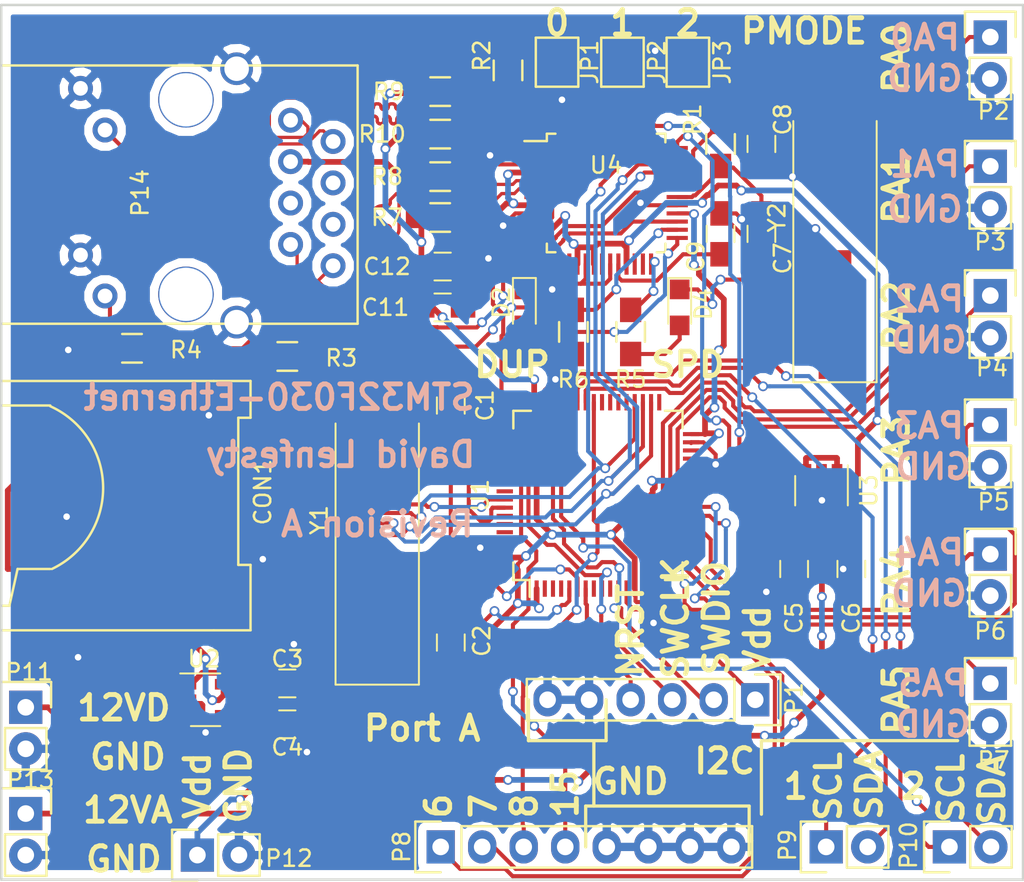
<source format=kicad_pcb>
(kicad_pcb (version 4) (host pcbnew 4.0.5-e0-6337~49~ubuntu16.04.1)
  (layers (0 F.Cu signal hide) (31 B.Cu signal hide) (34 B.Paste user hide) (35 F.Paste user hide) (36 B.SilkS user) (37 F.SilkS user) (38 B.Mask user) (39 F.Mask user hide) (44 Edge.Cuts user))
  (net 0 "")
  (net 1 AGND)
  (net 2 "Net-(C1-Pad1)")
  (net 3 "Net-(C2-Pad1)")
  (net 4 +Vdd)
  (net 5 +AVdd)
  (net 6 "Net-(C7-Pad1)")
  (net 7 "Net-(C8-Pad1)")
  (net 8 "Net-(CON1-Pad1)")
  (net 9 /SPI1_CS1)
  (net 10 /SPI1_MOSI)
  (net 11 /SPI1_CLK)
  (net 12 /SPI1_MISO)
  (net 13 "Net-(CON1-Pad8)")
  (net 14 "Net-(D2-Pad2)")
  (net 15 "Net-(D4-Pad2)")
  (net 16 /PMODE0)
  (net 17 /PMODE1)
  (net 18 /PMODE2)
  (net 19 /SWCLK)
  (net 20 "Net-(P2-Pad1)")
  (net 21 "Net-(P3-Pad1)")
  (net 22 "Net-(P4-Pad1)")
  (net 23 "Net-(P5-Pad1)")
  (net 24 "Net-(P6-Pad1)")
  (net 25 "Net-(P7-Pad1)")
  (net 26 "Net-(P8-Pad1)")
  (net 27 "Net-(P8-Pad2)")
  (net 28 "Net-(P8-Pad3)")
  (net 29 "Net-(P8-Pad4)")
  (net 30 /I2C1_SCL)
  (net 31 /I2C1_SDA)
  (net 32 /I2C2_SCL)
  (net 33 /I2C2_SDA)
  (net 34 "Net-(P14-Pad4)")
  (net 35 "Net-(P14-Pad5)")
  (net 36 "Net-(P14-Pad6)")
  (net 37 "Net-(P14-Pad11)")
  (net 38 "Net-(P14-Pad13)")
  (net 39 "Net-(R2-Pad1)")
  (net 40 "Net-(R3-Pad1)")
  (net 41 "Net-(R4-Pad1)")
  (net 42 "Net-(R5-Pad1)")
  (net 43 "Net-(R6-Pad1)")
  (net 44 /W5500_RST)
  (net 45 /W5500_INT)
  (net 46 "Net-(U1-Pad28)")
  (net 47 "Net-(U1-Pad29)")
  (net 48 "Net-(U1-Pad30)")
  (net 49 "Net-(U1-Pad33)")
  (net 50 "Net-(U1-Pad55)")
  (net 51 "Net-(U1-Pad56)")
  (net 52 /SPI1_CS2)
  (net 53 "Net-(U1-Pad59)")
  (net 54 "Net-(U1-Pad60)")
  (net 55 "Net-(U1-Pad61)")
  (net 56 "Net-(U1-Pad62)")
  (net 57 "Net-(U2-Pad4)")
  (net 58 "Net-(U3-Pad4)")
  (net 59 "Net-(U4-Pad7)")
  (net 60 "Net-(U4-Pad12)")
  (net 61 "Net-(U4-Pad13)")
  (net 62 "Net-(U4-Pad18)")
  (net 63 "Net-(U4-Pad22)")
  (net 64 "Net-(U4-Pad23)")
  (net 65 "Net-(U4-Pad38)")
  (net 66 "Net-(U4-Pad39)")
  (net 67 "Net-(U4-Pad40)")
  (net 68 "Net-(U4-Pad41)")
  (net 69 "Net-(U4-Pad42)")
  (net 70 "Net-(U4-Pad46)")
  (net 71 "Net-(U4-Pad47)")
  (net 72 /TX+)
  (net 73 /TX-)
  (net 74 /RX+)
  (net 75 /RX-)
  (net 76 /SWDIO)
  (net 77 /STM32-OO)
  (net 78 /STM32-OI)
  (net 79 /NRST)
  (net 80 "Net-(C9-Pad1)")
  (net 81 /+12V-Digital)
  (net 82 /+12V-Analog)
  (module Housings_QFP:LQFP-48_7x7mm_Pitch0.5mm (layer F.Cu) (at 67 31.5)
    (fp_text reference U4 (at 0 -1.7) (layer F.SilkS))
    (fp_text value W5500)
    (pad 1 smd rect (at -4.35 -2.75) (size 1.3 0.25) (layers F.Cu F.Paste F.Mask) (net 73 /TX-))
    (pad 2 smd rect (at -4.35 -2.25) (size 1.3 0.25) (layers F.Cu F.Paste F.Mask) (net 72 /TX+))
    (pad 3 smd rect (at -4.35 -1.75) (size 1.3 0.25) (layers F.Cu F.Paste F.Mask) (net 1 AGND))
    (pad 4 smd rect (at -4.35 -1.25) (size 1.3 0.25) (layers F.Cu F.Paste F.Mask) (net 5 +AVdd))
    (pad 5 smd rect (at -4.35 -0.75) (size 1.3 0.25) (layers F.Cu F.Paste F.Mask) (net 75 /RX-))
    (pad 6 smd rect (at -4.35 -0.25) (size 1.3 0.25) (layers F.Cu F.Paste F.Mask) (net 74 /RX+))
    (pad 7 smd rect (at -4.35 0.25) (size 1.3 0.25) (layers F.Cu F.Paste F.Mask) (net 59 "Net-(U4-Pad7)"))
    (pad 8 smd rect (at -4.35 0.75) (size 1.3 0.25) (layers F.Cu F.Paste F.Mask) (net 5 +AVdd))
    (pad 9 smd rect (at -4.35 1.25) (size 1.3 0.25) (layers F.Cu F.Paste F.Mask) (net 1 AGND))
    (pad 10 smd rect (at -4.35 1.75) (size 1.3 0.25) (layers F.Cu F.Paste F.Mask) (net 39 "Net-(R2-Pad1)"))
    (pad 11 smd rect (at -4.35 2.25) (size 1.3 0.25) (layers F.Cu F.Paste F.Mask) (net 5 +AVdd))
    (pad 12 smd rect (at -4.35 2.75) (size 1.3 0.25) (layers F.Cu F.Paste F.Mask) (net 60 "Net-(U4-Pad12)"))
    (pad 13 smd rect (at -2.75 4.35 90) (size 1.3 0.25) (layers F.Cu F.Paste F.Mask) (net 61 "Net-(U4-Pad13)"))
    (pad 14 smd rect (at -2.25 4.35 90) (size 1.3 0.25) (layers F.Cu F.Paste F.Mask) (net 1 AGND))
    (pad 15 smd rect (at -1.75 4.35 90) (size 1.3 0.25) (layers F.Cu F.Paste F.Mask) (net 5 +AVdd))
    (pad 16 smd rect (at -1.25 4.35 90) (size 1.3 0.25) (layers F.Cu F.Paste F.Mask) (net 1 AGND))
    (pad 17 smd rect (at -0.75 4.35 90) (size 1.3 0.25) (layers F.Cu F.Paste F.Mask) (net 5 +AVdd))
    (pad 18 smd rect (at -0.25 4.35 90) (size 1.3 0.25) (layers F.Cu F.Paste F.Mask) (net 62 "Net-(U4-Pad18)"))
    (pad 19 smd rect (at 0.25 4.35 90) (size 1.3 0.25) (layers F.Cu F.Paste F.Mask) (net 1 AGND))
    (pad 20 smd rect (at 0.75 4.35 90) (size 1.3 0.25) (layers F.Cu F.Paste F.Mask) (net 80 "Net-(C9-Pad1)"))
    (pad 21 smd rect (at 1.25 4.35 90) (size 1.3 0.25) (layers F.Cu F.Paste F.Mask) (net 5 +AVdd))
    (pad 22 smd rect (at 1.75 4.35 90) (size 1.3 0.25) (layers F.Cu F.Paste F.Mask) (net 63 "Net-(U4-Pad22)"))
    (pad 23 smd rect (at 2.25 4.35 90) (size 1.3 0.25) (layers F.Cu F.Paste F.Mask) (net 64 "Net-(U4-Pad23)"))
    (pad 24 smd rect (at 2.75 4.35 90) (size 1.3 0.25) (layers F.Cu F.Paste F.Mask) (net 42 "Net-(R5-Pad1)"))
    (pad 25 smd rect (at 4.35 2.75) (size 1.3 0.25) (layers F.Cu F.Paste F.Mask) (net 40 "Net-(R3-Pad1)"))
    (pad 26 smd rect (at 4.35 2.25) (size 1.3 0.25) (layers F.Cu F.Paste F.Mask) (net 43 "Net-(R6-Pad1)"))
    (pad 27 smd rect (at 4.35 1.75) (size 1.3 0.25) (layers F.Cu F.Paste F.Mask) (net 41 "Net-(R4-Pad1)"))
    (pad 28 smd rect (at 4.35 1.25) (size 1.3 0.25) (layers F.Cu F.Paste F.Mask) (net 4 +Vdd))
    (pad 29 smd rect (at 4.35 0.75) (size 1.3 0.25) (layers F.Cu F.Paste F.Mask) (net 1 AGND))
    (pad 30 smd rect (at 4.35 0.25) (size 1.3 0.25) (layers F.Cu F.Paste F.Mask) (net 6 "Net-(C7-Pad1)"))
    (pad 31 smd rect (at 4.35 -0.25) (size 1.3 0.25) (layers F.Cu F.Paste F.Mask) (net 7 "Net-(C8-Pad1)"))
    (pad 32 smd rect (at 4.35 -0.75) (size 1.3 0.25) (layers F.Cu F.Paste F.Mask) (net 52 /SPI1_CS2))
    (pad 33 smd rect (at 4.35 -1.25) (size 1.3 0.25) (layers F.Cu F.Paste F.Mask) (net 11 /SPI1_CLK))
    (pad 34 smd rect (at 4.35 -1.75) (size 1.3 0.25) (layers F.Cu F.Paste F.Mask) (net 12 /SPI1_MISO))
    (pad 35 smd rect (at 4.35 -2.25) (size 1.3 0.25) (layers F.Cu F.Paste F.Mask) (net 10 /SPI1_MOSI))
    (pad 36 smd rect (at 4.35 -2.75) (size 1.3 0.25) (layers F.Cu F.Paste F.Mask) (net 45 /W5500_INT))
    (pad 37 smd rect (at 2.75 -4.35 90) (size 1.3 0.25) (layers F.Cu F.Paste F.Mask) (net 44 /W5500_RST))
    (pad 38 smd rect (at 2.25 -4.35 90) (size 1.3 0.25) (layers F.Cu F.Paste F.Mask) (net 65 "Net-(U4-Pad38)"))
    (pad 39 smd rect (at 1.75 -4.35 90) (size 1.3 0.25) (layers F.Cu F.Paste F.Mask) (net 66 "Net-(U4-Pad39)"))
    (pad 40 smd rect (at 1.25 -4.35 90) (size 1.3 0.25) (layers F.Cu F.Paste F.Mask) (net 67 "Net-(U4-Pad40)"))
    (pad 41 smd rect (at 0.75 -4.35 90) (size 1.3 0.25) (layers F.Cu F.Paste F.Mask) (net 68 "Net-(U4-Pad41)"))
    (pad 42 smd rect (at 0.25 -4.35 90) (size 1.3 0.25) (layers F.Cu F.Paste F.Mask) (net 69 "Net-(U4-Pad42)"))
    (pad 43 smd rect (at -0.25 -4.35 90) (size 1.3 0.25) (layers F.Cu F.Paste F.Mask) (net 18 /PMODE2))
    (pad 44 smd rect (at -0.75 -4.35 90) (size 1.3 0.25) (layers F.Cu F.Paste F.Mask) (net 17 /PMODE1))
    (pad 45 smd rect (at -1.25 -4.35 90) (size 1.3 0.25) (layers F.Cu F.Paste F.Mask) (net 16 /PMODE0))
    (pad 46 smd rect (at -1.75 -4.35 90) (size 1.3 0.25) (layers F.Cu F.Paste F.Mask) (net 70 "Net-(U4-Pad46)"))
    (pad 47 smd rect (at -2.25 -4.35 90) (size 1.3 0.25) (layers F.Cu F.Paste F.Mask) (net 71 "Net-(U4-Pad47)"))
    (pad 48 smd rect (at -2.75 -4.35 90) (size 1.3 0.25) (layers F.Cu F.Paste F.Mask) (net 1 AGND))
  )
  (module Capacitors_SMD:C_0805_HandSoldering (layer F.Cu) (at 57.5 44.5 270)
    (fp_text reference C1 (at 0 -2.1 270) (layer F.SilkS))
    (fp_text value C_Small)
    (pad 1 smd rect (at -1.25 0 270) (size 1.5 1.25) (layers F.Cu F.Paste F.Mask) (net 2 "Net-(C1-Pad1)"))
    (pad 2 smd rect (at 1.25 0 270) (size 1.5 1.25) (layers F.Cu F.Paste F.Mask) (net 77 /STM32-OO))
  )
  (module Capacitors_SMD:C_0805_HandSoldering (layer F.Cu) (at 57.5 59 90)
    (fp_text reference C2 (at 0.1 1.9 90) (layer F.SilkS))
    (fp_text value C_Small)
    (pad 1 smd rect (at -1.25 0 90) (size 1.5 1.25) (layers F.Cu F.Paste F.Mask) (net 3 "Net-(C2-Pad1)"))
    (pad 2 smd rect (at 1.25 0 90) (size 1.5 1.25) (layers F.Cu F.Paste F.Mask) (net 78 /STM32-OI))
  )
  (module Capacitors_SMD:C_0805_HandSoldering (layer F.Cu) (at 47.5 61.5)
    (fp_text reference C3 (at 0 -1.5) (layer F.SilkS))
    (fp_text value 1uF)
    (pad 1 smd rect (at -1.25 0) (size 1.5 1.25) (layers F.Cu F.Paste F.Mask) (net 81 /+12V-Digital))
    (pad 2 smd rect (at 1.25 0) (size 1.5 1.25) (layers F.Cu F.Paste F.Mask) (net 1 AGND))
  )
  (module Capacitors_SMD:C_0805_HandSoldering (layer F.Cu) (at 47.5 64)
    (fp_text reference C4 (at 0 1.4) (layer F.SilkS))
    (fp_text value 1uF)
    (pad 1 smd rect (at -1.25 0) (size 1.5 1.25) (layers F.Cu F.Paste F.Mask) (net 4 +Vdd))
    (pad 2 smd rect (at 1.25 0) (size 1.5 1.25) (layers F.Cu F.Paste F.Mask) (net 1 AGND))
  )
  (module Capacitors_SMD:C_0805_HandSoldering (layer F.Cu) (at 78.5 54.5 270)
    (fp_text reference C5 (at 3 0 270) (layer F.SilkS))
    (fp_text value 1uF)
    (pad 1 smd rect (at -1.25 0 270) (size 1.5 1.25) (layers F.Cu F.Paste F.Mask) (net 82 /+12V-Analog))
    (pad 2 smd rect (at 1.25 0 270) (size 1.5 1.25) (layers F.Cu F.Paste F.Mask) (net 1 AGND))
  )
  (module Capacitors_SMD:C_0805_HandSoldering (layer F.Cu) (at 82 54.5 270)
    (fp_text reference C6 (at 3 0 270) (layer F.SilkS))
    (fp_text value 1uF)
    (pad 1 smd rect (at -1.25 0 270) (size 1.5 1.25) (layers F.Cu F.Paste F.Mask) (net 5 +AVdd))
    (pad 2 smd rect (at 1.25 0 270) (size 1.5 1.25) (layers F.Cu F.Paste F.Mask) (net 1 AGND))
  )
  (module Capacitors_SMD:C_0805_HandSoldering (layer F.Cu) (at 76.5 34 270)
    (fp_text reference C7 (at 1.5 -1.3 270) (layer F.SilkS))
    (fp_text value 18uF)
    (pad 1 smd rect (at -1.25 0 270) (size 1.5 1.25) (layers F.Cu F.Paste F.Mask) (net 6 "Net-(C7-Pad1)"))
    (pad 2 smd rect (at 1.25 0 270) (size 1.5 1.25) (layers F.Cu F.Paste F.Mask) (net 1 AGND))
  )
  (module Capacitors_SMD:C_0805_HandSoldering (layer F.Cu) (at 76.5 28.5 270)
    (fp_text reference C8 (at -1.5 -1.3 270) (layer F.SilkS))
    (fp_text value 18uF)
    (pad 1 smd rect (at -1.25 0 270) (size 1.5 1.25) (layers F.Cu F.Paste F.Mask) (net 7 "Net-(C8-Pad1)"))
    (pad 2 smd rect (at 1.25 0 270) (size 1.5 1.25) (layers F.Cu F.Paste F.Mask) (net 1 AGND))
  )
  (module Capacitors_SMD:C_0805_HandSoldering (layer F.Cu) (at 57 38.5)
    (fp_text reference C11 (at -3.5 0) (layer F.SilkS))
    (fp_text value 1uF)
    (pad 1 smd rect (at -1.25 0) (size 1.5 1.25) (layers F.Cu F.Paste F.Mask) (net 4 +Vdd))
    (pad 2 smd rect (at 1.25 0) (size 1.5 1.25) (layers F.Cu F.Paste F.Mask) (net 1 AGND))
  )
  (module Capacitors_SMD:C_0805_HandSoldering (layer F.Cu) (at 57 36)
    (fp_text reference C12 (at -3.4 0) (layer F.SilkS))
    (fp_text value 0.1uF)
    (pad 1 smd rect (at -1.25 0) (size 1.5 1.25) (layers F.Cu F.Paste F.Mask) (net 4 +Vdd))
    (pad 2 smd rect (at 1.25 0) (size 1.5 1.25) (layers F.Cu F.Paste F.Mask) (net 1 AGND))
  )
  (module microSD:microSD-5031821852 (layer F.Cu) (at 39 50 90)
    (fp_text reference CON1 (at 0.2 7 90) (layer F.SilkS))
    (fp_text value Micro_SD_Card)
    (pad 1 smd rect (at 4.249994 -7 90) (size 0.8 1.24) (layers F.Cu F.Paste F.Mask) (net 8 "Net-(CON1-Pad1)"))
    (pad 2 smd rect (at 3.142852 -7 90) (size 0.8 1.24) (layers F.Cu F.Paste F.Mask) (net 9 /SPI1_CS1))
    (pad 3 smd rect (at 2.03571 -7 90) (size 0.8 1.24) (layers F.Cu F.Paste F.Mask) (net 10 /SPI1_MOSI))
    (pad 4 smd rect (at 0.928568 -7 90) (size 0.8 1.24) (layers F.Cu F.Paste F.Mask) (net 4 +Vdd))
    (pad 5 smd rect (at -0.178574 -7 90) (size 0.8 1.24) (layers F.Cu F.Paste F.Mask) (net 11 /SPI1_CLK))
    (pad 6 smd rect (at -1.285716 -7 90) (size 0.8 1.24) (layers F.Cu F.Paste F.Mask) (net 1 AGND))
    (pad 7 smd rect (at -2.392858 -7 90) (size 0.8 1.24) (layers F.Cu F.Paste F.Mask) (net 12 /SPI1_MISO))
    (pad 8 smd rect (at -3.5 -7 90) (size 0.8 1.24) (layers F.Cu F.Paste F.Mask) (net 13 "Net-(CON1-Pad8)"))
    (pad 9 smd rect (at 7 -7 90) (size 0.8 1.24) (layers F.Cu F.Paste F.Mask) (net 1 AGND))
    (pad 9 smd rect (at 3.9 5.7 90) (size 1.5 1.15) (layers F.Cu F.Paste F.Mask) (net 1 AGND))
    (pad 9 smd rect (at -3.9 5.7 90) (size 1.5 1.15) (layers F.Cu F.Paste F.Mask) (net 1 AGND))
    (pad 9 smd rect (at -8.2 5 90) (size 1.15 2.2) (layers F.Cu F.Paste F.Mask) (net 1 AGND))
    (pad 9 smd rect (at -8.3 -6.4 90) (size 0.95 2.5) (layers F.Cu F.Paste F.Mask) (net 1 AGND))
  )
  (module LEDs:LED_0805 (layer F.Cu) (at 62 38.5 270)
    (fp_text reference D2 (at -0.3 1.4 270) (layer F.SilkS))
    (fp_text value LED)
    (pad 2 smd rect (at 1.1 0 90) (size 1.2 1.2) (layers F.Cu F.Paste F.Mask) (net 14 "Net-(D2-Pad2)"))
    (pad 1 smd rect (at -1.1 0 90) (size 1.2 1.2) (layers F.Cu F.Paste F.Mask) (net 1 AGND))
  )
  (module LEDs:LED_0805 (layer F.Cu) (at 71.5 38.5 270)
    (fp_text reference D4 (at -0.2 -1.45 270) (layer F.SilkS))
    (fp_text value LED)
    (pad 2 smd rect (at 1.1 0 90) (size 1.2 1.2) (layers F.Cu F.Paste F.Mask) (net 15 "Net-(D4-Pad2)"))
    (pad 1 smd rect (at -1.1 0 90) (size 1.2 1.2) (layers F.Cu F.Paste F.Mask) (net 1 AGND))
  )
  (module Custom_Footprints:Jumper_SMD (layer F.Cu) (at 64 23.5)
    (fp_text reference JP1 (at 2 0 90) (layer F.SilkS))
    (fp_text value Jumper_NO_Small)
    (pad 1 smd rect (at 0 -0.7) (size 2 1) (layers F.Cu F.Paste F.Mask) (net 1 AGND))
    (pad 2 smd rect (at 0 0.7) (size 2 1) (layers F.Cu F.Paste F.Mask) (net 16 /PMODE0))
  )
  (module Custom_Footprints:Jumper_SMD (layer F.Cu) (at 68 23.5)
    (fp_text reference JP2 (at 2.1 0 90) (layer F.SilkS))
    (fp_text value Jumper_NO_Small)
    (pad 1 smd rect (at 0 -0.7) (size 2 1) (layers F.Cu F.Paste F.Mask) (net 1 AGND))
    (pad 2 smd rect (at 0 0.7) (size 2 1) (layers F.Cu F.Paste F.Mask) (net 17 /PMODE1))
  )
  (module Custom_Footprints:Jumper_SMD (layer F.Cu) (at 72 23.5)
    (fp_text reference JP3 (at 2.1 0 90) (layer F.SilkS))
    (fp_text value Jumper_NO_Small)
    (pad 1 smd rect (at 0 -0.7) (size 2 1) (layers F.Cu F.Paste F.Mask) (net 1 AGND))
    (pad 2 smd rect (at 0 0.7) (size 2 1) (layers F.Cu F.Paste F.Mask) (net 18 /PMODE2))
  )
  (module Socket_Strips:Socket_Strip_Straight_1x06 (layer F.Cu) (at 76.12 62.5 180)
    (fp_text reference P1 (at -2.38 0.1 270) (layer F.SilkS))
    (fp_text value CONN_01X06)
    (pad 1 thru_hole rect (at 0 0 180) (size 1.7272 2.032) (drill 1.016) (layers *.Cu *.Mask) (net 4 +Vdd))
    (pad 2 thru_hole oval (at 2.54 0 180) (size 1.7272 2.032) (drill 1.016) (layers *.Cu *.Mask) (net 76 /SWDIO))
    (pad 3 thru_hole oval (at 5.08 0 180) (size 1.7272 2.032) (drill 1.016) (layers *.Cu *.Mask) (net 19 /SWCLK))
    (pad 4 thru_hole oval (at 7.62 0 180) (size 1.7272 2.032) (drill 1.016) (layers *.Cu *.Mask) (net 79 /NRST))
    (pad 5 thru_hole oval (at 10.16 0 180) (size 1.7272 2.032) (drill 1.016) (layers *.Cu *.Mask) (net 1 AGND))
    (pad 6 thru_hole oval (at 12.7 0 180) (size 1.7272 2.032) (drill 1.016) (layers *.Cu *.Mask) (net 1 AGND))
  )
  (module Socket_Strips:Socket_Strip_Straight_1x02 (layer F.Cu) (at 90.5 21.96 270)
    (fp_text reference P2 (at 4.54 -0.2 360) (layer F.SilkS))
    (fp_text value CONN_01X02)
    (pad 1 thru_hole rect (at 0 0 270) (size 2.032 2.032) (drill 1.016) (layers *.Cu *.Mask) (net 20 "Net-(P2-Pad1)"))
    (pad 2 thru_hole oval (at 2.54 0 270) (size 2.032 2.032) (drill 1.016) (layers *.Cu *.Mask) (net 1 AGND))
  )
  (module Socket_Strips:Socket_Strip_Straight_1x02 (layer F.Cu) (at 90.5 29.868 270)
    (fp_text reference P3 (at 4.632 0 360) (layer F.SilkS))
    (fp_text value CONN_01X02)
    (pad 1 thru_hole rect (at 0 0 270) (size 2.032 2.032) (drill 1.016) (layers *.Cu *.Mask) (net 21 "Net-(P3-Pad1)"))
    (pad 2 thru_hole oval (at 2.54 0 270) (size 2.032 2.032) (drill 1.016) (layers *.Cu *.Mask) (net 1 AGND))
  )
  (module Socket_Strips:Socket_Strip_Straight_1x02 (layer F.Cu) (at 90.5 37.776 270)
    (fp_text reference P4 (at 4.424 -0.1 360) (layer F.SilkS))
    (fp_text value CONN_01X02)
    (pad 1 thru_hole rect (at 0 0 270) (size 2.032 2.032) (drill 1.016) (layers *.Cu *.Mask) (net 22 "Net-(P4-Pad1)"))
    (pad 2 thru_hole oval (at 2.54 0 270) (size 2.032 2.032) (drill 1.016) (layers *.Cu *.Mask) (net 1 AGND))
  )
  (module Socket_Strips:Socket_Strip_Straight_1x02 (layer F.Cu) (at 90.5 45.684 270)
    (fp_text reference P5 (at 4.716 -0.2 360) (layer F.SilkS))
    (fp_text value CONN_01X02)
    (pad 1 thru_hole rect (at 0 0 270) (size 2.032 2.032) (drill 1.016) (layers *.Cu *.Mask) (net 23 "Net-(P5-Pad1)"))
    (pad 2 thru_hole oval (at 2.54 0 270) (size 2.032 2.032) (drill 1.016) (layers *.Cu *.Mask) (net 1 AGND))
  )
  (module Socket_Strips:Socket_Strip_Straight_1x02 (layer F.Cu) (at 90.5 53.592 270)
    (fp_text reference P6 (at 4.708 0 360) (layer F.SilkS))
    (fp_text value CONN_01X02)
    (pad 1 thru_hole rect (at 0 0 270) (size 2.032 2.032) (drill 1.016) (layers *.Cu *.Mask) (net 24 "Net-(P6-Pad1)"))
    (pad 2 thru_hole oval (at 2.54 0 270) (size 2.032 2.032) (drill 1.016) (layers *.Cu *.Mask) (net 1 AGND))
  )
  (module Socket_Strips:Socket_Strip_Straight_1x02 (layer F.Cu) (at 90.5 61.5 270)
    (fp_text reference P7 (at 4.7 -0.2 360) (layer F.SilkS))
    (fp_text value CONN_01X02)
    (pad 1 thru_hole rect (at 0 0 270) (size 2.032 2.032) (drill 1.016) (layers *.Cu *.Mask) (net 25 "Net-(P7-Pad1)"))
    (pad 2 thru_hole oval (at 2.54 0 270) (size 2.032 2.032) (drill 1.016) (layers *.Cu *.Mask) (net 1 AGND))
  )
  (module Socket_Strips:Socket_Strip_Straight_1x08 (layer F.Cu) (at 56.88 71.5)
    (fp_text reference P8 (at -2.38 0 90) (layer F.SilkS))
    (fp_text value CONN_01X08)
    (pad 1 thru_hole rect (at 0 0) (size 1.7272 2.032) (drill 1.016) (layers *.Cu *.Mask) (net 26 "Net-(P8-Pad1)"))
    (pad 2 thru_hole oval (at 2.54 0) (size 1.7272 2.032) (drill 1.016) (layers *.Cu *.Mask) (net 27 "Net-(P8-Pad2)"))
    (pad 3 thru_hole oval (at 5.08 0) (size 1.7272 2.032) (drill 1.016) (layers *.Cu *.Mask) (net 28 "Net-(P8-Pad3)"))
    (pad 4 thru_hole oval (at 7.62 0) (size 1.7272 2.032) (drill 1.016) (layers *.Cu *.Mask) (net 29 "Net-(P8-Pad4)"))
    (pad 5 thru_hole oval (at 10.16 0) (size 1.7272 2.032) (drill 1.016) (layers *.Cu *.Mask) (net 1 AGND))
    (pad 6 thru_hole oval (at 12.7 0) (size 1.7272 2.032) (drill 1.016) (layers *.Cu *.Mask) (net 1 AGND))
    (pad 7 thru_hole oval (at 15.24 0) (size 1.7272 2.032) (drill 1.016) (layers *.Cu *.Mask) (net 1 AGND))
    (pad 8 thru_hole oval (at 17.78 0) (size 1.7272 2.032) (drill 1.016) (layers *.Cu *.Mask) (net 1 AGND))
  )
  (module Socket_Strips:Socket_Strip_Straight_1x02 (layer F.Cu) (at 80.46 71.5)
    (fp_text reference P9 (at -2.36 -0.1 90) (layer F.SilkS))
    (fp_text value CONN_01X02)
    (pad 1 thru_hole rect (at 0 0) (size 2.032 2.032) (drill 1.016) (layers *.Cu *.Mask) (net 30 /I2C1_SCL))
    (pad 2 thru_hole oval (at 2.54 0) (size 2.032 2.032) (drill 1.016) (layers *.Cu *.Mask) (net 31 /I2C1_SDA))
  )
  (module Socket_Strips:Socket_Strip_Straight_1x02 (layer F.Cu) (at 88 71.5)
    (fp_text reference P10 (at -2.5 -0.1 90) (layer F.SilkS))
    (fp_text value CONN_01X02)
    (pad 1 thru_hole rect (at 0 0) (size 2.032 2.032) (drill 1.016) (layers *.Cu *.Mask) (net 32 /I2C2_SCL))
    (pad 2 thru_hole oval (at 2.54 0) (size 2.032 2.032) (drill 1.016) (layers *.Cu *.Mask) (net 33 /I2C2_SDA))
  )
  (module Socket_Strips:Socket_Strip_Straight_1x02 (layer F.Cu) (at 31.5 62.96 270)
    (fp_text reference P11 (at -2.16 -0.2 360) (layer F.SilkS))
    (fp_text value CONN_01X02)
    (pad 1 thru_hole rect (at 0 0 270) (size 2.032 2.032) (drill 1.016) (layers *.Cu *.Mask) (net 81 /+12V-Digital))
    (pad 2 thru_hole oval (at 2.54 0 270) (size 2.032 2.032) (drill 1.016) (layers *.Cu *.Mask) (net 1 AGND))
  )
  (module Socket_Strips:Socket_Strip_Straight_1x02 (layer F.Cu) (at 42 72)
    (fp_text reference P12 (at 5.6 0.2) (layer F.SilkS))
    (fp_text value CONN_01X02)
    (pad 1 thru_hole rect (at 0 0) (size 2.032 2.032) (drill 1.016) (layers *.Cu *.Mask) (net 4 +Vdd))
    (pad 2 thru_hole oval (at 2.54 0) (size 2.032 2.032) (drill 1.016) (layers *.Cu *.Mask) (net 1 AGND))
  )
  (module Socket_Strips:Socket_Strip_Straight_1x02 (layer F.Cu) (at 31.5 69.46 270)
    (fp_text reference P13 (at -2.06 -0.3 360) (layer F.SilkS))
    (fp_text value CONN_01X02)
    (pad 1 thru_hole rect (at 0 0 270) (size 2.032 2.032) (drill 1.016) (layers *.Cu *.Mask) (net 82 /+12V-Analog))
    (pad 2 thru_hole oval (at 2.54 0 270) (size 2.032 2.032) (drill 1.016) (layers *.Cu *.Mask) (net 1 AGND))
  )
  (module Custom_Footprints:8p8c-RB1-125BAG1A (layer F.Cu) (at 45 31.5 270)
    (fp_text reference P14 (at 0 6.5 270) (layer F.SilkS))
    (fp_text value CNT-RJ45)
    (pad 1 thru_hole circle (at -4.45 -2.7 270) (size 1.524 1.524) (drill 0.9) (layers *.Cu *.Mask) (net 72 /TX+))
    (pad 2 thru_hole circle (at -3.15 -5.3 270) (size 1.524 1.524) (drill 0.9) (layers *.Cu *.Mask) (net 73 /TX-))
    (pad 3 thru_hole circle (at -1.916667 -2.7 270) (size 1.524 1.524) (drill 0.9) (layers *.Cu *.Mask) (net 4 +Vdd))
    (pad 4 thru_hole circle (at -0.616667 -5.3 270) (size 1.524 1.524) (drill 0.9) (layers *.Cu *.Mask) (net 34 "Net-(P14-Pad4)"))
    (pad 5 thru_hole circle (at 0.616666 -2.7 270) (size 1.524 1.524) (drill 0.9) (layers *.Cu *.Mask) (net 35 "Net-(P14-Pad5)"))
    (pad 6 thru_hole circle (at 1.916666 -5.3 270) (size 1.524 1.524) (drill 0.9) (layers *.Cu *.Mask) (net 36 "Net-(P14-Pad6)"))
    (pad 7 thru_hole circle (at 3.149999 -2.7 270) (size 1.524 1.524) (drill 0.9) (layers *.Cu *.Mask) (net 74 /RX+))
    (pad 8 thru_hole circle (at 4.449999 -5.3 270) (size 1.524 1.524) (drill 0.9) (layers *.Cu *.Mask) (net 75 /RX-))
    (pad 9 thru_hole circle (at 7.9 0.6 270) (size 2 2) (drill 1.5) (layers *.Cu *.Mask) (net 1 AGND))
    (pad 10 thru_hole circle (at -7.6 0.6 270) (size 2 2) (drill 1.5) (layers *.Cu *.Mask) (net 1 AGND))
    (pad 11 thru_hole circle (at -3.85 8.65 270) (size 1.524 1.524) (drill 0.9) (layers *.Cu *.Mask) (net 37 "Net-(P14-Pad11)"))
    (pad 12 thru_hole circle (at -6.4 10.15 270) (size 1.524 1.524) (drill 0.9) (layers *.Cu *.Mask) (net 1 AGND))
    (pad 13 thru_hole circle (at 6.3 8.65 270) (size 1.524 1.524) (drill 0.9) (layers *.Cu *.Mask) (net 38 "Net-(P14-Pad13)"))
    (pad 14 thru_hole circle (at 3.8 10.15 270) (size 1.524 1.524) (drill 0.9) (layers *.Cu *.Mask) (net 1 AGND))
    (pad "" np_thru_hole circle (at 6.2 3.7 270) (size 3.4 3.4) (drill 3.25) (layers *.Cu *.Mask))
    (pad "" np_thru_hole circle (at -5.7 3.7 270) (size 3.4 3.4) (drill 3.25) (layers *.Cu *.Mask))
  )
  (module Resistors_SMD:R_0805_HandSoldering (layer F.Cu) (at 74 28.5 90)
    (fp_text reference R1 (at 1.5 -1.7 90) (layer F.SilkS))
    (fp_text value 1M)
    (pad 1 smd rect (at -1.35 0 90) (size 1.5 1.3) (layers F.Cu F.Paste F.Mask) (net 6 "Net-(C7-Pad1)"))
    (pad 2 smd rect (at 1.35 0 90) (size 1.5 1.3) (layers F.Cu F.Paste F.Mask) (net 7 "Net-(C8-Pad1)"))
  )
  (module Resistors_SMD:R_0805_HandSoldering (layer F.Cu) (at 61 24 90)
    (fp_text reference R2 (at 0.9 -1.6 90) (layer F.SilkS))
    (fp_text value 12K4)
    (pad 1 smd rect (at -1.35 0 90) (size 1.5 1.3) (layers F.Cu F.Paste F.Mask) (net 39 "Net-(R2-Pad1)"))
    (pad 2 smd rect (at 1.35 0 90) (size 1.5 1.3) (layers F.Cu F.Paste F.Mask) (net 1 AGND))
  )
  (module Resistors_SMD:R_0805_HandSoldering (layer F.Cu) (at 47.5 41.5 180)
    (fp_text reference R3 (at -3.3 -0.1 180) (layer F.SilkS))
    (fp_text value 390K)
    (pad 1 smd rect (at -1.35 0 180) (size 1.5 1.3) (layers F.Cu F.Paste F.Mask) (net 40 "Net-(R3-Pad1)"))
    (pad 2 smd rect (at 1.35 0 180) (size 1.5 1.3) (layers F.Cu F.Paste F.Mask) (net 37 "Net-(P14-Pad11)"))
  )
  (module Resistors_SMD:R_0805_HandSoldering (layer F.Cu) (at 38 41 180)
    (fp_text reference R4 (at -3.3 -0.1 180) (layer F.SilkS))
    (fp_text value 390K)
    (pad 1 smd rect (at -1.35 0 180) (size 1.5 1.3) (layers F.Cu F.Paste F.Mask) (net 41 "Net-(R4-Pad1)"))
    (pad 2 smd rect (at 1.35 0 180) (size 1.5 1.3) (layers F.Cu F.Paste F.Mask) (net 38 "Net-(P14-Pad13)"))
  )
  (module Resistors_SMD:R_0805_HandSoldering (layer F.Cu) (at 68.5 40 270)
    (fp_text reference R5 (at 2.9 0 360) (layer F.SilkS))
    (fp_text value 499)
    (pad 1 smd rect (at -1.35 0 270) (size 1.5 1.3) (layers F.Cu F.Paste F.Mask) (net 42 "Net-(R5-Pad1)"))
    (pad 2 smd rect (at 1.35 0 270) (size 1.5 1.3) (layers F.Cu F.Paste F.Mask) (net 15 "Net-(D4-Pad2)"))
  )
  (module Resistors_SMD:R_0805_HandSoldering (layer F.Cu) (at 65 40 270)
    (fp_text reference R6 (at 2.9 0 360) (layer F.SilkS))
    (fp_text value 499)
    (pad 1 smd rect (at -1.35 0 270) (size 1.5 1.3) (layers F.Cu F.Paste F.Mask) (net 43 "Net-(R6-Pad1)"))
    (pad 2 smd rect (at 1.35 0 270) (size 1.5 1.3) (layers F.Cu F.Paste F.Mask) (net 14 "Net-(D2-Pad2)"))
  )
  (module Resistors_SMD:R_0805_HandSoldering (layer F.Cu) (at 56.85 33)
    (fp_text reference R7 (at -3.25 0) (layer F.SilkS))
    (fp_text value 49R9)
    (pad 1 smd rect (at -1.35 0) (size 1.5 1.3) (layers F.Cu F.Paste F.Mask) (net 4 +Vdd))
    (pad 2 smd rect (at 1.35 0) (size 1.5 1.3) (layers F.Cu F.Paste F.Mask) (net 74 /RX+))
  )
  (module Resistors_SMD:R_0805_HandSoldering (layer F.Cu) (at 56.85 30.5)
    (fp_text reference R8 (at -3.25 0) (layer F.SilkS))
    (fp_text value 49R9)
    (pad 1 smd rect (at -1.35 0) (size 1.5 1.3) (layers F.Cu F.Paste F.Mask) (net 4 +Vdd))
    (pad 2 smd rect (at 1.35 0) (size 1.5 1.3) (layers F.Cu F.Paste F.Mask) (net 75 /RX-))
  )
  (module Resistors_SMD:R_0805_HandSoldering (layer F.Cu) (at 56.85 25.3)
    (fp_text reference R9 (at -3.15 0) (layer F.SilkS))
    (fp_text value 49R9)
    (pad 1 smd rect (at -1.35 0) (size 1.5 1.3) (layers F.Cu F.Paste F.Mask) (net 4 +Vdd))
    (pad 2 smd rect (at 1.35 0) (size 1.5 1.3) (layers F.Cu F.Paste F.Mask) (net 73 /TX-))
  )
  (module Resistors_SMD:R_0805_HandSoldering (layer F.Cu) (at 56.85 27.9)
    (fp_text reference R10 (at -3.55 0) (layer F.SilkS))
    (fp_text value 49R9)
    (pad 1 smd rect (at -1.35 0) (size 1.5 1.3) (layers F.Cu F.Paste F.Mask) (net 4 +Vdd))
    (pad 2 smd rect (at 1.35 0) (size 1.5 1.3) (layers F.Cu F.Paste F.Mask) (net 72 /TX+))
  )
  (module Housings_QFP:LQFP-64_10x10mm_Pitch0.5mm (layer F.Cu) (at 66.5 50 90)
    (fp_text reference U1 (at 0 -7.2 90) (layer F.SilkS))
    (fp_text value STM32F030R8T6)
    (pad 1 smd rect (at -5.7 -3.75 90) (size 1 0.25) (layers F.Cu F.Paste F.Mask) (net 4 +Vdd))
    (pad 2 smd rect (at -5.7 -3.25 90) (size 1 0.25) (layers F.Cu F.Paste F.Mask))
    (pad 3 smd rect (at -5.7 -2.75 90) (size 1 0.25) (layers F.Cu F.Paste F.Mask))
    (pad 4 smd rect (at -5.7 -2.25 90) (size 1 0.25) (layers F.Cu F.Paste F.Mask))
    (pad 5 smd rect (at -5.7 -1.75 90) (size 1 0.25) (layers F.Cu F.Paste F.Mask) (net 78 /STM32-OI))
    (pad 6 smd rect (at -5.7 -1.25 90) (size 1 0.25) (layers F.Cu F.Paste F.Mask) (net 77 /STM32-OO))
    (pad 7 smd rect (at -5.7 -0.75 90) (size 1 0.25) (layers F.Cu F.Paste F.Mask) (net 79 /NRST))
    (pad 8 smd rect (at -5.7 -0.25 90) (size 1 0.25) (layers F.Cu F.Paste F.Mask))
    (pad 9 smd rect (at -5.7 0.25 90) (size 1 0.25) (layers F.Cu F.Paste F.Mask))
    (pad 10 smd rect (at -5.7 0.75 90) (size 1 0.25) (layers F.Cu F.Paste F.Mask))
    (pad 11 smd rect (at -5.7 1.25 90) (size 1 0.25) (layers F.Cu F.Paste F.Mask))
    (pad 12 smd rect (at -5.7 1.75 90) (size 1 0.25) (layers F.Cu F.Paste F.Mask) (net 1 AGND))
    (pad 13 smd rect (at -5.7 2.25 90) (size 1 0.25) (layers F.Cu F.Paste F.Mask) (net 4 +Vdd))
    (pad 14 smd rect (at -5.7 2.75 90) (size 1 0.25) (layers F.Cu F.Paste F.Mask) (net 20 "Net-(P2-Pad1)"))
    (pad 15 smd rect (at -5.7 3.25 90) (size 1 0.25) (layers F.Cu F.Paste F.Mask) (net 21 "Net-(P3-Pad1)"))
    (pad 16 smd rect (at -5.7 3.75 90) (size 1 0.25) (layers F.Cu F.Paste F.Mask) (net 22 "Net-(P4-Pad1)"))
    (pad 17 smd rect (at -3.75 5.7 180) (size 1 0.25) (layers F.Cu F.Paste F.Mask) (net 23 "Net-(P5-Pad1)"))
    (pad 18 smd rect (at -3.25 5.7 180) (size 1 0.25) (layers F.Cu F.Paste F.Mask))
    (pad 19 smd rect (at -2.75 5.7 180) (size 1 0.25) (layers F.Cu F.Paste F.Mask))
    (pad 20 smd rect (at -2.25 5.7 180) (size 1 0.25) (layers F.Cu F.Paste F.Mask) (net 24 "Net-(P6-Pad1)"))
    (pad 21 smd rect (at -1.75 5.7 180) (size 1 0.25) (layers F.Cu F.Paste F.Mask) (net 25 "Net-(P7-Pad1)"))
    (pad 22 smd rect (at -1.25 5.7 180) (size 1 0.25) (layers F.Cu F.Paste F.Mask) (net 26 "Net-(P8-Pad1)"))
    (pad 23 smd rect (at -0.75 5.7 180) (size 1 0.25) (layers F.Cu F.Paste F.Mask) (net 27 "Net-(P8-Pad2)"))
    (pad 24 smd rect (at -0.25 5.7 180) (size 1 0.25) (layers F.Cu F.Paste F.Mask))
    (pad 25 smd rect (at 0.25 5.7 180) (size 1 0.25) (layers F.Cu F.Paste F.Mask))
    (pad 26 smd rect (at 0.75 5.7 180) (size 1 0.25) (layers F.Cu F.Paste F.Mask) (net 44 /W5500_RST))
    (pad 27 smd rect (at 1.25 5.7 180) (size 1 0.25) (layers F.Cu F.Paste F.Mask) (net 45 /W5500_INT))
    (pad 28 smd rect (at 1.75 5.7 180) (size 1 0.25) (layers F.Cu F.Paste F.Mask) (net 46 "Net-(U1-Pad28)"))
    (pad 29 smd rect (at 2.25 5.7 180) (size 1 0.25) (layers F.Cu F.Paste F.Mask) (net 47 "Net-(U1-Pad29)"))
    (pad 30 smd rect (at 2.75 5.7 180) (size 1 0.25) (layers F.Cu F.Paste F.Mask) (net 48 "Net-(U1-Pad30)"))
    (pad 31 smd rect (at 3.25 5.7 180) (size 1 0.25) (layers F.Cu F.Paste F.Mask) (net 1 AGND))
    (pad 32 smd rect (at 3.75 5.7 180) (size 1 0.25) (layers F.Cu F.Paste F.Mask) (net 4 +Vdd))
    (pad 33 smd rect (at 5.7 3.75 90) (size 1 0.25) (layers F.Cu F.Paste F.Mask) (net 49 "Net-(U1-Pad33)"))
    (pad 34 smd rect (at 5.7 3.25 90) (size 1 0.25) (layers F.Cu F.Paste F.Mask) (net 11 /SPI1_CLK))
    (pad 35 smd rect (at 5.7 2.75 90) (size 1 0.25) (layers F.Cu F.Paste F.Mask) (net 12 /SPI1_MISO))
    (pad 36 smd rect (at 5.7 2.25 90) (size 1 0.25) (layers F.Cu F.Paste F.Mask) (net 10 /SPI1_MOSI))
    (pad 37 smd rect (at 5.7 1.75 90) (size 1 0.25) (layers F.Cu F.Paste F.Mask))
    (pad 38 smd rect (at 5.7 1.25 90) (size 1 0.25) (layers F.Cu F.Paste F.Mask))
    (pad 39 smd rect (at 5.7 0.75 90) (size 1 0.25) (layers F.Cu F.Paste F.Mask))
    (pad 40 smd rect (at 5.7 0.25 90) (size 1 0.25) (layers F.Cu F.Paste F.Mask))
    (pad 41 smd rect (at 5.7 -0.25 90) (size 1 0.25) (layers F.Cu F.Paste F.Mask) (net 28 "Net-(P8-Pad3)"))
    (pad 42 smd rect (at 5.7 -0.75 90) (size 1 0.25) (layers F.Cu F.Paste F.Mask) (net 30 /I2C1_SCL))
    (pad 43 smd rect (at 5.7 -1.25 90) (size 1 0.25) (layers F.Cu F.Paste F.Mask) (net 31 /I2C1_SDA))
    (pad 44 smd rect (at 5.7 -1.75 90) (size 1 0.25) (layers F.Cu F.Paste F.Mask) (net 32 /I2C2_SCL))
    (pad 45 smd rect (at 5.7 -2.25 90) (size 1 0.25) (layers F.Cu F.Paste F.Mask) (net 33 /I2C2_SDA))
    (pad 46 smd rect (at 5.7 -2.75 90) (size 1 0.25) (layers F.Cu F.Paste F.Mask) (net 76 /SWDIO))
    (pad 47 smd rect (at 5.7 -3.25 90) (size 1 0.25) (layers F.Cu F.Paste F.Mask) (net 1 AGND))
    (pad 48 smd rect (at 5.7 -3.75 90) (size 1 0.25) (layers F.Cu F.Paste F.Mask) (net 4 +Vdd))
    (pad 49 smd rect (at 3.75 -5.7 180) (size 1 0.25) (layers F.Cu F.Paste F.Mask) (net 19 /SWCLK))
    (pad 50 smd rect (at 3.25 -5.7 180) (size 1 0.25) (layers F.Cu F.Paste F.Mask) (net 29 "Net-(P8-Pad4)"))
    (pad 51 smd rect (at 2.75 -5.7 180) (size 1 0.25) (layers F.Cu F.Paste F.Mask))
    (pad 52 smd rect (at 2.25 -5.7 180) (size 1 0.25) (layers F.Cu F.Paste F.Mask))
    (pad 53 smd rect (at 1.75 -5.7 180) (size 1 0.25) (layers F.Cu F.Paste F.Mask))
    (pad 54 smd rect (at 1.25 -5.7 180) (size 1 0.25) (layers F.Cu F.Paste F.Mask))
    (pad 55 smd rect (at 0.75 -5.7 180) (size 1 0.25) (layers F.Cu F.Paste F.Mask) (net 50 "Net-(U1-Pad55)"))
    (pad 56 smd rect (at 0.25 -5.7 180) (size 1 0.25) (layers F.Cu F.Paste F.Mask) (net 51 "Net-(U1-Pad56)"))
    (pad 57 smd rect (at -0.25 -5.7 180) (size 1 0.25) (layers F.Cu F.Paste F.Mask) (net 9 /SPI1_CS1))
    (pad 58 smd rect (at -0.75 -5.7 180) (size 1 0.25) (layers F.Cu F.Paste F.Mask) (net 52 /SPI1_CS2))
    (pad 59 smd rect (at -1.25 -5.7 180) (size 1 0.25) (layers F.Cu F.Paste F.Mask) (net 53 "Net-(U1-Pad59)"))
    (pad 60 smd rect (at -1.75 -5.7 180) (size 1 0.25) (layers F.Cu F.Paste F.Mask) (net 54 "Net-(U1-Pad60)"))
    (pad 61 smd rect (at -2.25 -5.7 180) (size 1 0.25) (layers F.Cu F.Paste F.Mask) (net 55 "Net-(U1-Pad61)"))
    (pad 62 smd rect (at -2.75 -5.7 180) (size 1 0.25) (layers F.Cu F.Paste F.Mask) (net 56 "Net-(U1-Pad62)"))
    (pad 63 smd rect (at -3.25 -5.7 180) (size 1 0.25) (layers F.Cu F.Paste F.Mask) (net 1 AGND))
    (pad 64 smd rect (at -3.75 -5.7 180) (size 1 0.25) (layers F.Cu F.Paste F.Mask) (net 4 +Vdd))
  )
  (module TO_SOT_Packages_SMD:SOT-23-5 (layer F.Cu) (at 42.5 62.5)
    (fp_text reference U2 (at -0.1 -2.5) (layer F.SilkS))
    (fp_text value LD3985M)
    (pad 1 smd rect (at -1.1 -0.95) (size 1.06 0.65) (layers F.Cu F.Paste F.Mask) (net 81 /+12V-Digital))
    (pad 2 smd rect (at -1.1 0) (size 1.06 0.65) (layers F.Cu F.Paste F.Mask) (net 1 AGND))
    (pad 3 smd rect (at -1.1 0.95) (size 1.06 0.65) (layers F.Cu F.Paste F.Mask) (net 81 /+12V-Digital))
    (pad 4 smd rect (at 1.1 0.95) (size 1.06 0.65) (layers F.Cu F.Paste F.Mask) (net 57 "Net-(U2-Pad4)"))
    (pad 5 smd rect (at 1.1 -0.95) (size 1.06 0.65) (layers F.Cu F.Paste F.Mask) (net 4 +Vdd))
  )
  (module TO_SOT_Packages_SMD:SOT-23-5 (layer F.Cu) (at 80.175 49.710952 270)
    (fp_text reference U3 (at 0 -2.9 270) (layer F.SilkS))
    (fp_text value LD3985M)
    (pad 1 smd rect (at -1.1 -0.95 270) (size 1.06 0.65) (layers F.Cu F.Paste F.Mask) (net 82 /+12V-Analog))
    (pad 2 smd rect (at -1.1 0 270) (size 1.06 0.65) (layers F.Cu F.Paste F.Mask) (net 1 AGND))
    (pad 3 smd rect (at -1.1 0.95 270) (size 1.06 0.65) (layers F.Cu F.Paste F.Mask) (net 82 /+12V-Analog))
    (pad 4 smd rect (at 1.1 0.95 270) (size 1.06 0.65) (layers F.Cu F.Paste F.Mask) (net 58 "Net-(U3-Pad4)"))
    (pad 5 smd rect (at 1.1 -0.95 270) (size 1.06 0.65) (layers F.Cu F.Paste F.Mask) (net 5 +AVdd))
  )
  (module Crystals:Crystal_SMD_HC49-SD_HandSoldering (layer F.Cu) (at 53 51.5 90)
    (fp_text reference Y1 (at 0 -3.55 90) (layer F.SilkS))
    (fp_text value Crystal)
    (pad 1 smd rect (at -5.9375 0 90) (size 7.875 2) (layers F.Cu F.Mask) (net 3 "Net-(C2-Pad1)"))
    (pad 2 smd rect (at 5.9375 0 90) (size 7.875 2) (layers F.Cu F.Mask) (net 2 "Net-(C1-Pad1)"))
  )
  (module Crystals:Crystal_SMD_HC49-SD_HandSoldering (layer F.Cu) (at 81 33 90)
    (fp_text reference Y2 (at 0 -3.55 90) (layer F.SilkS))
    (fp_text value 25MHz)
    (pad 1 smd rect (at -5.9375 0 90) (size 7.875 2) (layers F.Cu F.Mask) (net 6 "Net-(C7-Pad1)"))
    (pad 2 smd rect (at 5.9375 0 90) (size 7.875 2) (layers F.Cu F.Mask) (net 7 "Net-(C8-Pad1)"))
  )
  (module Capacitors_SMD:C_0805_HandSoldering (layer F.Cu) (at 74 34 90)
    (fp_text reference C9 (at -1.4 -1.5 90) (layer F.SilkS))
    (fp_text value 4.7uF)
    (pad 1 smd rect (at -1.25 0 90) (size 1.5 1.25) (layers F.Cu F.Paste F.Mask) (net 80 "Net-(C9-Pad1)"))
    (pad 2 smd rect (at 1.25 0 90) (size 1.5 1.25) (layers F.Cu F.Paste F.Mask) (net 1 AGND))
  )
  (gr_text SPD (at 72 42) (layer F.SilkS) (effects (font (size 1.5 1.5) (thickness 0.3))))
  (gr_text DUP (at 61.25 42) (layer F.SilkS) (effects (font (size 1.5 1.5) (thickness 0.3))))
  (gr_text PA5 (at 87 61.5) (layer B.SilkS) (effects (font (size 1.5 1.5) (thickness 0.3)) (justify mirror)))
  (gr_text PA4 (at 86.75 53.5) (layer B.SilkS) (effects (font (size 1.5 1.5) (thickness 0.3)) (justify mirror)))
  (gr_text PA3 (at 86.75 45.75) (layer B.SilkS) (effects (font (size 1.5 1.5) (thickness 0.3)) (justify mirror)))
  (gr_text PA2 (at 86.75 38) (layer B.SilkS) (effects (font (size 1.5 1.5) (thickness 0.3)) (justify mirror)))
  (gr_text PA1 (at 86.5 29.75) (layer B.SilkS) (effects (font (size 1.5 1.5) (thickness 0.3)) (justify mirror)))
  (gr_text PA0 (at 86.5 22) (layer B.SilkS) (effects (font (size 1.5 1.5) (thickness 0.3)) (justify mirror)))
  (gr_text GND (at 87 64) (layer B.SilkS) (effects (font (size 1.5 1.5) (thickness 0.3)) (justify mirror)))
  (gr_text GND (at 86.75 56) (layer B.SilkS) (effects (font (size 1.5 1.5) (thickness 0.3)) (justify mirror)))
  (gr_text GND (at 87 48.25) (layer B.SilkS) (effects (font (size 1.5 1.5) (thickness 0.3)) (justify mirror)))
  (gr_text GND (at 86.75 40.5) (layer B.SilkS) (effects (font (size 1.5 1.5) (thickness 0.3)) (justify mirror)))
  (gr_text GND (at 86.5 32.5) (layer B.SilkS) (effects (font (size 1.5 1.5) (thickness 0.3)) (justify mirror)))
  (gr_text GND (at 86.5 24.5) (layer B.SilkS) (effects (font (size 1.5 1.5) (thickness 0.3)) (justify mirror)))
  (gr_text "Revision A" (at 53 51.75) (layer B.SilkS) (effects (font (size 1.5 1.5) (thickness 0.3)) (justify mirror)))
  (gr_text "David Lenfesty" (at 50.75 47.5) (layer B.SilkS) (effects (font (size 1.5 1.5) (thickness 0.3)) (justify mirror)))
  (gr_text STM32F030-Ethernet (at 47 44) (layer B.SilkS) (effects (font (size 1.5 1.5) (thickness 0.3)) (justify mirror)))
  (gr_text GND (at 44.5 67.75 90) (layer F.SilkS) (effects (font (size 1.5 1.5) (thickness 0.3))))
  (gr_text Vdd (at 42 67.75 90) (layer F.SilkS) (effects (font (size 1.5 1.5) (thickness 0.3))))
  (gr_text GND (at 37.5 72.25) (layer F.SilkS) (effects (font (size 1.5 1.5) (thickness 0.3))))
  (gr_text 12VA (at 37.75 69.25) (layer F.SilkS) (effects (font (size 1.5 1.5) (thickness 0.3))))
  (gr_text GND (at 37.75 66) (layer F.SilkS) (effects (font (size 1.5 1.5) (thickness 0.3))))
  (gr_text 12VD (at 37.5 63) (layer F.SilkS) (effects (font (size 1.5 1.5) (thickness 0.3))))
  (gr_text PA5 (at 84.75 62.5 90) (layer F.SilkS) (effects (font (size 1.5 1.5) (thickness 0.3))))
  (gr_text PA4 (at 84.75 55.25 90) (layer F.SilkS) (effects (font (size 1.5 1.5) (thickness 0.3))))
  (gr_text PA3 (at 84.75 47.25 90) (layer F.SilkS) (effects (font (size 1.5 1.5) (thickness 0.3))))
  (gr_text PA2 (at 84.75 39 90) (layer F.SilkS) (effects (font (size 1.5 1.5) (thickness 0.3))))
  (gr_text PA1 (at 84.75 31.25 90) (layer F.SilkS) (effects (font (size 1.5 1.5) (thickness 0.3))))
  (gr_text PA0 (at 84.75 23.25 90) (layer F.SilkS) (effects (font (size 1.5 1.5) (thickness 0.3))))
  (gr_line (start 66.25 65) (end 66.25 69) (layer F.SilkS) (width 0.2))
  (gr_text 15 (at 64.5 68.25 90) (layer F.SilkS) (effects (font (size 1.5 1.5) (thickness 0.3))))
  (gr_text 8 (at 62 69 90) (layer F.SilkS) (effects (font (size 1.5 1.5) (thickness 0.3))))
  (gr_text 7 (at 59.5 69 90) (layer F.SilkS) (effects (font (size 1.5 1.5) (thickness 0.3))))
  (gr_text 6 (at 56.75 69 90) (layer F.SilkS) (effects (font (size 1.5 1.5) (thickness 0.3))))
  (gr_text "Port A" (at 55.75 64.25) (layer F.SilkS) (effects (font (size 1.5 1.5) (thickness 0.3))))
  (gr_line (start 67 65) (end 67 62.5) (layer F.SilkS) (width 0.2))
  (gr_line (start 62.25 65) (end 67 65) (layer F.SilkS) (width 0.2))
  (gr_line (start 62.25 62.5) (end 62.25 65) (layer F.SilkS) (width 0.2))
  (gr_text NRST (at 68.5 58.25 90) (layer F.SilkS) (effects (font (size 1.5 1.5) (thickness 0.3))))
  (gr_text SWCLK (at 71.25 57.5 90) (layer F.SilkS) (effects (font (size 1.5 1.5) (thickness 0.3))))
  (gr_text SWDIO (at 73.75 57.5 90) (layer F.SilkS) (effects (font (size 1.5 1.5) (thickness 0.3))))
  (gr_text Vdd (at 76.25 58.75 90) (layer F.SilkS) (effects (font (size 1.5 1.5) (thickness 0.3))))
  (gr_line (start 75.75 69) (end 75.75 72) (layer F.SilkS) (width 0.2))
  (gr_line (start 65.75 69) (end 75.75 69) (layer F.SilkS) (width 0.2))
  (gr_line (start 65.75 71.5) (end 65.75 69) (layer F.SilkS) (width 0.2))
  (gr_text GND (at 68.5 67.5) (layer F.SilkS) (effects (font (size 1.5 1.5) (thickness 0.3))))
  (gr_line (start 76.5 65) (end 88.5 65) (layer F.SilkS) (width 0.2))
  (gr_line (start 76.5 69.5) (end 76.5 65) (layer F.SilkS) (width 0.2))
  (gr_text 2 (at 85.8 67.8) (layer F.SilkS) (effects (font (size 1.5 1.5) (thickness 0.3))))
  (gr_text 1 (at 78.6 67.8) (layer F.SilkS) (effects (font (size 1.5 1.5) (thickness 0.3))))
  (gr_text SCL (at 80.6 67.8 90) (layer F.SilkS) (effects (font (size 1.5 1.5) (thickness 0.3))))
  (gr_text SDA (at 90.6 68 90) (layer F.SilkS) (effects (font (size 1.5 1.5) (thickness 0.3))))
  (gr_text SCL (at 88.1 67.9 90) (layer F.SilkS) (effects (font (size 1.5 1.5) (thickness 0.3))))
  (gr_text SDA (at 83.1 67.7 90) (layer F.SilkS) (effects (font (size 1.5 1.5) (thickness 0.3))))
  (gr_text I2C (at 74.25 66.25) (layer F.SilkS) (effects (font (size 1.5 1.5) (thickness 0.3))))
  (gr_text 2 (at 72 21.1) (layer F.SilkS) (effects (font (size 1.5 1.5) (thickness 0.3))))
  (gr_text 0 (at 64 21.1) (layer F.SilkS) (effects (font (size 1.5 1.5) (thickness 0.3))))
  (gr_text 1 (at 68 21.1) (layer F.SilkS) (effects (font (size 1.5 1.5) (thickness 0.3))))
  (gr_text PMODE (at 79.1 21.6) (layer F.SilkS) (effects (font (size 1.5 1.5) (thickness 0.3))))
  (gr_text PMODE (at 76.5 22.6) (layer F.Cu) (effects (font (size 1.5 1.5) (thickness 0.3))))
  (gr_line (start 30 20) (end 92.5 20) (layer Edge.Cuts) (width 0.15))
  (gr_line (start 30 73.5) (end 30 20) (layer Edge.Cuts) (width 0.15))
  (gr_line (start 92.5 73.5) (end 30 73.5) (layer Edge.Cuts) (width 0.15))
  (gr_line (start 92.5 20) (end 92.5 73.5) (layer Edge.Cuts) (width 0.15))
  (segment (start 72.95 46.75) (end 73.7 47.5) (width 0.25) (layer F.Cu) (net 1))
  (segment (start 72.2 46.75) (end 72.95 46.75) (width 0.25) (layer F.Cu) (net 1))
  (segment (start 73.7 47.5) (end 73.7 48.1) (width 0.25) (layer F.Cu) (net 1))
  (via (at 73.7 48.1) (size 0.6) (drill 0.4) (layers F.Cu B.Cu) (net 1))
  (segment (start 63.25 44.3) (end 63.25 43.55) (width 0.25) (layer F.Cu) (net 1))
  (segment (start 63.25 43.55) (end 63.9 42.9) (width 0.25) (layer F.Cu) (net 1))
  (via (at 63.9 42.9) (size 0.6) (drill 0.4) (layers F.Cu B.Cu) (net 1))
  (segment (start 32 51.285716) (end 33.985716 51.285716) (width 0.35) (layer F.Cu) (net 1))
  (segment (start 33.985716 51.285716) (end 34 51.3) (width 0.35) (layer F.Cu) (net 1))
  (via (at 34 51.3) (size 0.6) (drill 0.4) (layers F.Cu B.Cu) (net 1))
  (segment (start 34.7 59.9) (end 34.8 59.8) (width 0.35) (layer B.Cu) (net 1))
  (segment (start 34.8 59.8) (end 34.8 59.6) (width 0.35) (layer B.Cu) (net 1))
  (segment (start 32.6 58.3) (end 33.1 58.3) (width 0.35) (layer F.Cu) (net 1))
  (segment (start 33.1 58.3) (end 34.7 59.9) (width 0.35) (layer F.Cu) (net 1))
  (via (at 34.7 59.9) (size 0.6) (drill 0.4) (layers F.Cu B.Cu) (net 1))
  (segment (start 42.305001 64.305001) (end 42.5 64.5) (width 0.35) (layer F.Cu) (net 1))
  (segment (start 41.4 62.5) (end 41.4 62.749999) (width 0.35) (layer F.Cu) (net 1))
  (segment (start 41.4 62.749999) (end 42.230001 62.749999) (width 0.35) (layer F.Cu) (net 1))
  (via (at 42.5 64.5) (size 0.6) (drill 0.4) (layers F.Cu B.Cu) (net 1))
  (segment (start 42.230001 62.749999) (end 42.305001 62.824999) (width 0.35) (layer F.Cu) (net 1))
  (segment (start 42.305001 62.824999) (end 42.305001 64.305001) (width 0.35) (layer F.Cu) (net 1))
  (segment (start 48.75 64) (end 48.75 65.65) (width 0.35) (layer F.Cu) (net 1))
  (segment (start 48.75 65.65) (end 48.7 65.7) (width 0.35) (layer F.Cu) (net 1))
  (via (at 48.7 65.7) (size 0.6) (drill 0.4) (layers F.Cu B.Cu) (net 1))
  (segment (start 47.9 59.1) (end 48.75 59.95) (width 0.35) (layer F.Cu) (net 1))
  (segment (start 47 58.2) (end 47.9 59.1) (width 0.35) (layer F.Cu) (net 1))
  (via (at 47.9 59.1) (size 0.6) (drill 0.4) (layers F.Cu B.Cu) (net 1))
  (segment (start 48.75 59.95) (end 48.75 61.5) (width 0.35) (layer F.Cu) (net 1))
  (segment (start 44 58.2) (end 47 58.2) (width 0.35) (layer F.Cu) (net 1))
  (segment (start 44.7 53.9) (end 46 53.9) (width 0.35) (layer F.Cu) (net 1))
  (via (at 46 53.9) (size 0.6) (drill 0.4) (layers F.Cu B.Cu) (net 1))
  (segment (start 44.7 46.1) (end 43.7 46.1) (width 0.35) (layer F.Cu) (net 1))
  (segment (start 43.7 46.1) (end 42.7 45.1) (width 0.35) (layer F.Cu) (net 1))
  (via (at 42.7 45.1) (size 0.6) (drill 0.4) (layers F.Cu B.Cu) (net 1))
  (segment (start 32 43) (end 32.22 43) (width 0.25) (layer F.Cu) (net 1))
  (segment (start 32.22 43) (end 34.1 41.12) (width 0.25) (layer F.Cu) (net 1))
  (segment (start 34.1 41.12) (end 34.1 41.1) (width 0.25) (layer F.Cu) (net 1))
  (via (at 34.1 41.1) (size 0.6) (drill 0.4) (layers F.Cu B.Cu) (net 1))
  (segment (start 68.25 55.7) (end 68.25 56.546413) (width 0.25) (layer F.Cu) (net 1))
  (segment (start 68.25 56.546413) (end 68.678599 56.975012) (width 0.25) (layer F.Cu) (net 1))
  (segment (start 68.678599 56.975012) (end 69.075012 56.975012) (width 0.25) (layer F.Cu) (net 1))
  (segment (start 69.075012 56.975012) (end 69.9 57.8) (width 0.25) (layer F.Cu) (net 1))
  (via (at 69.9 57.8) (size 0.6) (drill 0.4) (layers F.Cu B.Cu) (net 1))
  (segment (start 60.8 53.25) (end 59.35 53.25) (width 0.25) (layer F.Cu) (net 1))
  (segment (start 59.35 53.25) (end 59.3 53.2) (width 0.25) (layer F.Cu) (net 1))
  (via (at 59.3 53.2) (size 0.6) (drill 0.4) (layers F.Cu B.Cu) (net 1))
  (segment (start 82 55.75) (end 82 55) (width 0.35) (layer F.Cu) (net 1))
  (segment (start 82 55) (end 81.5 54.5) (width 0.35) (layer F.Cu) (net 1))
  (via (at 81.5 54.5) (size 0.6) (drill 0.4) (layers F.Cu B.Cu) (net 1))
  (segment (start 76.8 55.9) (end 77 55.9) (width 0.35) (layer B.Cu) (net 1))
  (segment (start 77 55.9) (end 77.1 55.8) (width 0.35) (layer B.Cu) (net 1))
  (segment (start 77.375 55.9) (end 76.8 55.9) (width 0.35) (layer F.Cu) (net 1))
  (via (at 76.8 55.9) (size 0.6) (drill 0.4) (layers F.Cu B.Cu) (net 1))
  (segment (start 78.5 55.75) (end 77.525 55.75) (width 0.35) (layer F.Cu) (net 1))
  (segment (start 77.525 55.75) (end 77.375 55.9) (width 0.35) (layer F.Cu) (net 1))
  (segment (start 80.175 48.610952) (end 80.175 50.275) (width 0.35) (layer F.Cu) (net 1))
  (segment (start 80.175 50.275) (end 80.2 50.3) (width 0.35) (layer F.Cu) (net 1))
  (via (at 80.2 50.3) (size 0.6) (drill 0.4) (layers F.Cu B.Cu) (net 1))
  (segment (start 72.2 46.75) (end 72.2 46.799999) (width 0.25) (layer F.Cu) (net 1))
  (segment (start 71.35 32.25) (end 69.25 32.25) (width 0.25) (layer F.Cu) (net 1))
  (segment (start 69.25 32.25) (end 69.1 32.1) (width 0.25) (layer F.Cu) (net 1))
  (via (at 69.1 32.1) (size 0.6) (drill 0.4) (layers F.Cu B.Cu) (net 1))
  (segment (start 75.3 33.1) (end 75.9 33.7) (width 0.25) (layer B.Cu) (net 1))
  (segment (start 75.9 33.7) (end 79.8 33.7) (width 0.25) (layer B.Cu) (net 1))
  (via (at 79.8 33.7) (size 0.6) (drill 0.4) (layers F.Cu B.Cu) (net 1))
  (segment (start 74 32.75) (end 74.95 32.75) (width 0.25) (layer F.Cu) (net 1))
  (segment (start 74.95 32.75) (end 75.3 33.1) (width 0.25) (layer F.Cu) (net 1))
  (via (at 75.3 33.1) (size 0.6) (drill 0.4) (layers F.Cu B.Cu) (net 1))
  (segment (start 76.5 29.75) (end 77.65 29.75) (width 0.25) (layer F.Cu) (net 1))
  (segment (start 77.65 29.75) (end 78.4 30.5) (width 0.25) (layer F.Cu) (net 1))
  (via (at 78.4 30.5) (size 0.6) (drill 0.4) (layers F.Cu B.Cu) (net 1))
  (segment (start 76.5 35.25) (end 74 32.75) (width 0.25) (layer F.Cu) (net 1))
  (segment (start 76.4 36.8) (end 76.5 36.7) (width 0.25) (layer F.Cu) (net 1))
  (segment (start 76.5 36.7) (end 76.5 35.25) (width 0.25) (layer F.Cu) (net 1))
  (segment (start 74 36.8) (end 76.4 36.8) (width 0.25) (layer F.Cu) (net 1))
  (segment (start 73.5 37.3) (end 74 36.8) (width 0.25) (layer B.Cu) (net 1))
  (segment (start 73.5 38.3) (end 73.5 37.3) (width 0.25) (layer B.Cu) (net 1))
  (via (at 74 36.8) (size 0.6) (drill 0.4) (layers F.Cu B.Cu) (net 1))
  (via (at 73.5 38.3) (size 0.6) (drill 0.4) (layers F.Cu B.Cu) (net 1))
  (segment (start 71.5 37.4) (end 72.6 37.4) (width 0.25) (layer F.Cu) (net 1))
  (segment (start 72.6 37.4) (end 73.5 38.3) (width 0.25) (layer F.Cu) (net 1))
  (segment (start 63.7 37.4) (end 64.4 37.4) (width 0.25) (layer F.Cu) (net 1))
  (segment (start 62 37.4) (end 63.7 37.4) (width 0.25) (layer F.Cu) (net 1))
  (via (at 63.7 37.4) (size 0.6) (drill 0.4) (layers F.Cu B.Cu) (net 1))
  (segment (start 65.45 37.05) (end 66.95 37.05) (width 0.25) (layer F.Cu) (net 1))
  (segment (start 66.95 37.05) (end 67.25 36.75) (width 0.25) (layer F.Cu) (net 1))
  (segment (start 67.25 36.75) (end 67.25 35.85) (width 0.25) (layer F.Cu) (net 1))
  (segment (start 64.75 37.05) (end 65.45 37.05) (width 0.25) (layer F.Cu) (net 1))
  (segment (start 65.45 37.05) (end 65.75 36.75) (width 0.25) (layer F.Cu) (net 1))
  (segment (start 65.75 36.75) (end 65.75 35.85) (width 0.25) (layer F.Cu) (net 1))
  (segment (start 64.4 37.4) (end 64.75 37.05) (width 0.25) (layer F.Cu) (net 1))
  (segment (start 64.75 37.05) (end 64.75 35.85) (width 0.25) (layer F.Cu) (net 1))
  (segment (start 58.25 36) (end 59.3 36) (width 0.25) (layer F.Cu) (net 1))
  (segment (start 59.3 36) (end 59.8 35.5) (width 0.25) (layer F.Cu) (net 1))
  (via (at 59.8 35.5) (size 0.6) (drill 0.4) (layers F.Cu B.Cu) (net 1))
  (segment (start 58.25 38.5) (end 58.25 37.625) (width 0.25) (layer F.Cu) (net 1))
  (segment (start 58.25 37.625) (end 58.25 36) (width 0.25) (layer F.Cu) (net 1))
  (segment (start 61.45 32.75) (end 60.7 33.5) (width 0.25) (layer F.Cu) (net 1))
  (segment (start 62.65 32.75) (end 61.45 32.75) (width 0.25) (layer F.Cu) (net 1))
  (via (at 60.7 33.5) (size 0.6) (drill 0.4) (layers F.Cu B.Cu) (net 1))
  (segment (start 60.45 29.75) (end 59.9 29.2) (width 0.25) (layer F.Cu) (net 1))
  (via (at 59.9 29.2) (size 0.6) (drill 0.4) (layers F.Cu B.Cu) (net 1))
  (segment (start 62.65 29.75) (end 60.45 29.75) (width 0.25) (layer F.Cu) (net 1))
  (segment (start 70 22.8) (end 72 22.8) (width 0.35) (layer F.Cu) (net 1))
  (via (at 70 22.8) (size 0.6) (drill 0.4) (layers F.Cu B.Cu) (net 1))
  (segment (start 68 22.8) (end 70 22.8) (width 0.35) (layer F.Cu) (net 1))
  (segment (start 64 22.8) (end 68 22.8) (width 0.35) (layer F.Cu) (net 1))
  (segment (start 61 22.65) (end 63.85 22.65) (width 0.35) (layer F.Cu) (net 1))
  (segment (start 63.85 22.65) (end 64 22.8) (width 0.35) (layer F.Cu) (net 1))
  (segment (start 64.25 27.15) (end 64.25 25.85) (width 0.35) (layer F.Cu) (net 1))
  (segment (start 64.25 25.85) (end 64.3 25.8) (width 0.35) (layer F.Cu) (net 1))
  (via (at 64.3 25.8) (size 0.6) (drill 0.4) (layers F.Cu B.Cu) (net 1))
  (segment (start 57.5 43.25) (end 55.3125 43.25) (width 0.25) (layer F.Cu) (net 2))
  (segment (start 55.3125 43.25) (end 53 45.5625) (width 0.25) (layer F.Cu) (net 2))
  (segment (start 55.8125 60.25) (end 53 57.4375) (width 0.25) (layer F.Cu) (net 3))
  (segment (start 57.5 60.25) (end 55.8125 60.25) (width 0.25) (layer F.Cu) (net 3))
  (segment (start 61.6 54.55) (end 61.6 54.2) (width 0.25) (layer F.Cu) (net 4))
  (segment (start 61.6 54.2) (end 62.1 53.7) (width 0.25) (layer F.Cu) (net 4))
  (segment (start 61.6 54.55) (end 60.85 53.8) (width 0.25) (layer F.Cu) (net 4))
  (segment (start 60.85 53.8) (end 62 53.8) (width 0.35) (layer F.Cu) (net 4))
  (segment (start 62 53.8) (end 62.1 53.7) (width 0.35) (layer F.Cu) (net 4))
  (segment (start 72.2 46.25) (end 73.05 46.25) (width 0.25) (layer F.Cu) (net 4))
  (segment (start 73.05 46.25) (end 73.1 46.2) (width 0.25) (layer F.Cu) (net 4))
  (segment (start 71 49.1) (end 73.600001 46.499999) (width 0.35) (layer B.Cu) (net 4))
  (segment (start 73.475736 46.2) (end 73.9 46.2) (width 0.35) (layer F.Cu) (net 4))
  (segment (start 73.05 45.111539) (end 73.537733 44.623806) (width 0.35) (layer F.Cu) (net 4))
  (via (at 73.9 46.2) (size 0.6) (drill 0.4) (layers F.Cu B.Cu) (net 4))
  (segment (start 72.674989 36.199999) (end 72.674989 36.473991) (width 0.35) (layer F.Cu) (net 4))
  (via (at 73.9 41.12374) (size 0.6) (drill 0.4) (layers F.Cu B.Cu) (net 4))
  (segment (start 69.8 49.1) (end 71 49.1) (width 0.35) (layer B.Cu) (net 4))
  (segment (start 73.1 46.2) (end 73.475736 46.2) (width 0.35) (layer F.Cu) (net 4))
  (segment (start 73.537733 44.623806) (end 73.627373 44.623806) (width 0.35) (layer F.Cu) (net 4))
  (segment (start 72.37499 35.9) (end 72.674989 36.199999) (width 0.35) (layer F.Cu) (net 4))
  (segment (start 73.600001 46.499999) (end 73.9 46.2) (width 0.35) (layer B.Cu) (net 4))
  (segment (start 73.05 46.25) (end 73.05 45.111539) (width 0.35) (layer F.Cu) (net 4))
  (segment (start 74.199999 40.823741) (end 73.9 41.12374) (width 0.35) (layer F.Cu) (net 4))
  (segment (start 72.674989 36.473991) (end 74.199999 37.999001) (width 0.35) (layer F.Cu) (net 4))
  (segment (start 74.199999 37.999001) (end 74.199999 40.823741) (width 0.35) (layer F.Cu) (net 4))
  (segment (start 73.627373 44.623806) (end 73.627373 41.396367) (width 0.35) (layer B.Cu) (net 4))
  (via (at 73.627373 44.623806) (size 0.6) (drill 0.4) (layers F.Cu B.Cu) (net 4))
  (segment (start 73.627373 41.396367) (end 73.9 41.12374) (width 0.35) (layer B.Cu) (net 4))
  (segment (start 42.5 62.116009) (end 42.61036 62.226369) (width 0.35) (layer B.Cu) (net 4))
  (segment (start 42.5 60) (end 42.5 62.116009) (width 0.35) (layer B.Cu) (net 4))
  (segment (start 43.298632 62.526368) (end 42.910359 62.526368) (width 0.35) (layer F.Cu) (net 4))
  (segment (start 43.6 61.55) (end 43.6 62.225) (width 0.35) (layer F.Cu) (net 4))
  (segment (start 42.61036 62.226369) (end 42.910359 62.526368) (width 0.35) (layer B.Cu) (net 4))
  (segment (start 43.6 62.225) (end 43.298632 62.526368) (width 0.35) (layer F.Cu) (net 4))
  (via (at 42.910359 62.526368) (size 0.6) (drill 0.4) (layers F.Cu B.Cu) (net 4))
  (segment (start 68.799999 55.749999) (end 68.75 55.7) (width 0.25) (layer F.Cu) (net 4))
  (segment (start 70.297401 56.525001) (end 68.864999 56.525001) (width 0.25) (layer F.Cu) (net 4))
  (segment (start 68.799999 56.460001) (end 68.799999 55.749999) (width 0.25) (layer F.Cu) (net 4))
  (segment (start 68.864999 56.525001) (end 68.799999 56.460001) (width 0.25) (layer F.Cu) (net 4))
  (segment (start 76.12 62.3476) (end 70.297401 56.525001) (width 0.25) (layer F.Cu) (net 4))
  (segment (start 76.12 62.5) (end 76.12 62.3476) (width 0.25) (layer F.Cu) (net 4))
  (segment (start 72.330723 32.75) (end 72.37499 32.794267) (width 0.25) (layer F.Cu) (net 4))
  (segment (start 71.35 32.75) (end 72.330723 32.75) (width 0.25) (layer F.Cu) (net 4))
  (segment (start 72.37499 35.9) (end 72.37499 32.794267) (width 0.35) (layer B.Cu) (net 4))
  (via (at 72.37499 32.794267) (size 0.6) (drill 0.4) (layers F.Cu B.Cu) (net 4))
  (via (at 72.37499 35.9) (size 0.6) (drill 0.4) (layers F.Cu B.Cu) (net 4))
  (segment (start 62.6 42.9) (end 62.6 44.15) (width 0.35) (layer F.Cu) (net 4))
  (segment (start 62.6 44.15) (end 62.75 44.3) (width 0.35) (layer F.Cu) (net 4))
  (segment (start 57 39.1) (end 60.8 42.9) (width 0.35) (layer B.Cu) (net 4))
  (segment (start 60.8 42.9) (end 62.6 42.9) (width 0.35) (layer B.Cu) (net 4))
  (via (at 62.6 42.9) (size 0.6) (drill 0.4) (layers F.Cu B.Cu) (net 4))
  (via (at 57 39.1) (size 0.6) (drill 0.4) (layers F.Cu B.Cu) (net 4))
  (segment (start 55.75 38.5) (end 56.4 38.5) (width 0.35) (layer F.Cu) (net 4))
  (segment (start 56.4 38.5) (end 57 39.1) (width 0.35) (layer F.Cu) (net 4))
  (segment (start 62.75 44.3) (end 62.75 51.45) (width 0.35) (layer F.Cu) (net 4))
  (segment (start 62.75 51.45) (end 63.7 52.4) (width 0.35) (layer F.Cu) (net 4))
  (via (at 63.7 52.4) (size 0.6) (drill 0.4) (layers F.Cu B.Cu) (net 4))
  (segment (start 69.974967 49.3) (end 69.974967 49.274967) (width 0.35) (layer F.Cu) (net 4))
  (segment (start 69.974967 49.274967) (end 69.8 49.1) (width 0.35) (layer F.Cu) (net 4))
  (via (at 69.8 49.1) (size 0.6) (drill 0.4) (layers F.Cu B.Cu) (net 4))
  (segment (start 69.849967 49.650033) (end 69.974967 49.525033) (width 0.35) (layer F.Cu) (net 4))
  (segment (start 67.3 52.4) (end 69.849967 49.850033) (width 0.35) (layer F.Cu) (net 4))
  (segment (start 69.849967 49.850033) (end 69.849967 49.650033) (width 0.35) (layer F.Cu) (net 4))
  (segment (start 69.974967 49.525033) (end 69.974967 49.3) (width 0.35) (layer F.Cu) (net 4))
  (segment (start 62.1 53.7) (end 63.4 52.4) (width 0.35) (layer B.Cu) (net 4))
  (segment (start 67.599999 52.699999) (end 67.3 52.4) (width 0.35) (layer F.Cu) (net 4))
  (segment (start 68.75 53.85) (end 67.599999 52.699999) (width 0.35) (layer F.Cu) (net 4))
  (segment (start 68.75 55.7) (end 68.75 53.85) (width 0.35) (layer F.Cu) (net 4))
  (segment (start 66.875736 52.4) (end 67.3 52.4) (width 0.35) (layer B.Cu) (net 4))
  (segment (start 63.4 52.4) (end 66.875736 52.4) (width 0.35) (layer B.Cu) (net 4))
  (via (at 67.3 52.4) (size 0.6) (drill 0.4) (layers F.Cu B.Cu) (net 4))
  (via (at 62.1 53.7) (size 0.6) (drill 0.4) (layers F.Cu B.Cu) (net 4))
  (segment (start 61.6 56.6) (end 61.6 54.55) (width 0.35) (layer F.Cu) (net 4))
  (segment (start 62.9 56.9) (end 62.75 56.75) (width 0.35) (layer F.Cu) (net 4))
  (segment (start 62.75 56.75) (end 62.75 55.7) (width 0.35) (layer F.Cu) (net 4))
  (segment (start 61.6 56.6) (end 62.6 56.6) (width 0.35) (layer B.Cu) (net 4))
  (segment (start 62.6 56.6) (end 62.9 56.9) (width 0.35) (layer B.Cu) (net 4))
  (via (at 62.9 56.9) (size 0.6) (drill 0.4) (layers F.Cu B.Cu) (net 4))
  (segment (start 58.500001 61.300001) (end 58.500001 59.699999) (width 0.35) (layer F.Cu) (net 4))
  (segment (start 57.300002 62.5) (end 58.500001 61.300001) (width 0.35) (layer F.Cu) (net 4))
  (segment (start 47.875 62.5) (end 57.300002 62.5) (width 0.35) (layer F.Cu) (net 4))
  (segment (start 58.500001 59.699999) (end 61.6 56.6) (width 0.35) (layer F.Cu) (net 4))
  (via (at 61.6 56.6) (size 0.6) (drill 0.4) (layers F.Cu B.Cu) (net 4))
  (segment (start 46.25 64) (end 46.375 64) (width 0.35) (layer F.Cu) (net 4))
  (segment (start 46.375 64) (end 47.875 62.5) (width 0.35) (layer F.Cu) (net 4))
  (segment (start 44.6 68.6) (end 46.25 66.95) (width 0.35) (layer F.Cu) (net 4))
  (segment (start 46.25 66.95) (end 46.25 64) (width 0.35) (layer F.Cu) (net 4))
  (segment (start 42 72) (end 42 70.634) (width 0.35) (layer B.Cu) (net 4))
  (segment (start 42 70.634) (end 44.034 68.6) (width 0.35) (layer B.Cu) (net 4))
  (via (at 44.6 68.6) (size 0.6) (drill 0.4) (layers F.Cu B.Cu) (net 4))
  (segment (start 44.034 68.6) (end 44.6 68.6) (width 0.35) (layer B.Cu) (net 4))
  (segment (start 32 49.071432) (end 31.03 49.071432) (width 0.35) (layer F.Cu) (net 4))
  (segment (start 31.03 49.071432) (end 30.4 49.701432) (width 0.35) (layer F.Cu) (net 4))
  (segment (start 30.4 49.701432) (end 30.4 54.5) (width 0.35) (layer F.Cu) (net 4))
  (segment (start 30.4 54.5) (end 37.2 54.5) (width 0.35) (layer F.Cu) (net 4))
  (segment (start 37.2 54.5) (end 42.5 59.8) (width 0.35) (layer F.Cu) (net 4))
  (segment (start 42.5 59.8) (end 42.5 60) (width 0.35) (layer F.Cu) (net 4))
  (via (at 42.5 60) (size 0.6) (drill 0.4) (layers F.Cu B.Cu) (net 4))
  (segment (start 55.75 36) (end 55.75 38.5) (width 0.35) (layer F.Cu) (net 4))
  (segment (start 55.7 34.5) (end 55.7 35.95) (width 0.35) (layer F.Cu) (net 4))
  (segment (start 55.7 35.95) (end 55.75 36) (width 0.35) (layer F.Cu) (net 4))
  (segment (start 55.7 34.5) (end 55.7 33.2) (width 0.35) (layer F.Cu) (net 4))
  (segment (start 55.7 33.2) (end 55.5 33) (width 0.35) (layer F.Cu) (net 4))
  (segment (start 53.5 28.8) (end 53.5 32.3) (width 0.35) (layer B.Cu) (net 4))
  (segment (start 53.5 32.3) (end 55.7 34.5) (width 0.35) (layer B.Cu) (net 4))
  (via (at 55.7 34.5) (size 0.6) (drill 0.4) (layers F.Cu B.Cu) (net 4))
  (segment (start 53.8 25.4) (end 55.4 25.4) (width 0.35) (layer F.Cu) (net 4))
  (segment (start 55.4 25.4) (end 55.5 25.3) (width 0.35) (layer F.Cu) (net 4))
  (segment (start 53.5 28.8) (end 53.5 25.7) (width 0.35) (layer B.Cu) (net 4))
  (segment (start 53.5 25.7) (end 53.8 25.4) (width 0.35) (layer B.Cu) (net 4))
  (via (at 53.8 25.4) (size 0.6) (drill 0.4) (layers F.Cu B.Cu) (net 4))
  (via (at 53.5 28.8) (size 0.6) (drill 0.4) (layers F.Cu B.Cu) (net 4))
  (segment (start 55.5 27.9) (end 54.4 27.9) (width 0.35) (layer F.Cu) (net 4))
  (segment (start 54.4 27.9) (end 53.5 28.8) (width 0.35) (layer F.Cu) (net 4))
  (segment (start 53.5 28.8) (end 53.5 29.6) (width 0.35) (layer F.Cu) (net 4))
  (segment (start 48.794297 29.6) (end 53.5 29.6) (width 0.35) (layer F.Cu) (net 4))
  (segment (start 53.5 29.6) (end 54.4 30.5) (width 0.35) (layer F.Cu) (net 4))
  (segment (start 54.4 30.5) (end 55.5 30.5) (width 0.35) (layer F.Cu) (net 4))
  (segment (start 47.7 29.583333) (end 48.77763 29.583333) (width 0.35) (layer F.Cu) (net 4))
  (segment (start 48.77763 29.583333) (end 48.794297 29.6) (width 0.35) (layer F.Cu) (net 4))
  (segment (start 46.25 64) (end 46.125 64) (width 0.35) (layer F.Cu) (net 4))
  (segment (start 46.125 64) (end 43.675 61.55) (width 0.35) (layer F.Cu) (net 4))
  (segment (start 43.675 61.55) (end 43.6 61.55) (width 0.35) (layer F.Cu) (net 4))
  (segment (start 75.693836 31.345883) (end 75.269572 31.345883) (width 0.35) (layer B.Cu) (net 5))
  (segment (start 78.444887 31.345883) (end 75.693836 31.345883) (width 0.35) (layer B.Cu) (net 5))
  (segment (start 83.6 45.4) (end 83.6 36.500996) (width 0.35) (layer B.Cu) (net 5))
  (segment (start 83.6 36.500996) (end 78.444887 31.345883) (width 0.35) (layer B.Cu) (net 5))
  (segment (start 60.024998 33.824002) (end 60.024998 33.015291) (width 0.35) (layer F.Cu) (net 5))
  (segment (start 61.124002 34.175002) (end 60.375998 34.175002) (width 0.35) (layer F.Cu) (net 5))
  (segment (start 60.375998 34.175002) (end 60.024998 33.824002) (width 0.35) (layer F.Cu) (net 5))
  (segment (start 61.549004 33.75) (end 61.124002 34.175002) (width 0.35) (layer F.Cu) (net 5))
  (segment (start 62.65 32.25) (end 61.440299 32.25) (width 0.35) (layer F.Cu) (net 5))
  (segment (start 60.024998 33.015291) (end 60.903162 32.137127) (width 0.35) (layer F.Cu) (net 5))
  (segment (start 61 30.37501) (end 61 31.809701) (width 0.35) (layer B.Cu) (net 5))
  (segment (start 60.903162 32.137127) (end 61.327426 32.137127) (width 0.35) (layer F.Cu) (net 5))
  (segment (start 61.440299 32.25) (end 61.327426 32.137127) (width 0.35) (layer F.Cu) (net 5))
  (segment (start 61.027427 31.837128) (end 61.327426 32.137127) (width 0.35) (layer B.Cu) (net 5))
  (segment (start 62.65 33.75) (end 61.549004 33.75) (width 0.35) (layer F.Cu) (net 5))
  (via (at 61.327426 32.137127) (size 0.6) (drill 0.4) (layers F.Cu B.Cu) (net 5))
  (segment (start 61 31.809701) (end 61.027427 31.837128) (width 0.35) (layer B.Cu) (net 5))
  (segment (start 61.12501 30.25) (end 61 30.37501) (width 0.35) (layer F.Cu) (net 5))
  (segment (start 62.65 30.25) (end 61.12501 30.25) (width 0.35) (layer F.Cu) (net 5))
  (via (at 61 30.37501) (size 0.6) (drill 0.4) (layers F.Cu B.Cu) (net 5))
  (segment (start 64.713045 34.314388) (end 65.013044 34.614387) (width 0.35) (layer B.Cu) (net 5))
  (segment (start 64.5 34.101343) (end 64.713045 34.314388) (width 0.35) (layer B.Cu) (net 5))
  (segment (start 65.223656 34.824999) (end 65.013044 34.614387) (width 0.35) (layer F.Cu) (net 5))
  (segment (start 64.5 32.9) (end 64.5 34.101343) (width 0.35) (layer B.Cu) (net 5))
  (segment (start 65.275001 34.824999) (end 65.223656 34.824999) (width 0.35) (layer F.Cu) (net 5))
  (segment (start 64.5 32.9) (end 63.65 33.75) (width 0.35) (layer F.Cu) (net 5))
  (via (at 65.013044 34.614387) (size 0.6) (drill 0.4) (layers F.Cu B.Cu) (net 5))
  (segment (start 63.65 33.75) (end 62.65 33.75) (width 0.35) (layer F.Cu) (net 5))
  (via (at 64.5 32.9) (size 0.6) (drill 0.4) (layers F.Cu B.Cu) (net 5))
  (segment (start 66.25 34.85) (end 66.224999 34.824999) (width 0.35) (layer F.Cu) (net 5))
  (segment (start 66.224999 34.824999) (end 65.275001 34.824999) (width 0.35) (layer F.Cu) (net 5))
  (segment (start 65.275001 34.824999) (end 65.25 34.85) (width 0.35) (layer F.Cu) (net 5))
  (segment (start 65.25 34.85) (end 65.25 35.85) (width 0.35) (layer F.Cu) (net 5))
  (segment (start 66.5 34.6) (end 66.25 34.85) (width 0.35) (layer F.Cu) (net 5))
  (segment (start 66.25 34.85) (end 66.25 35.85) (width 0.35) (layer F.Cu) (net 5))
  (segment (start 68 34.6) (end 66.5 34.6) (width 0.35) (layer F.Cu) (net 5))
  (segment (start 68.25 35.85) (end 68.25 34.85) (width 0.35) (layer F.Cu) (net 5))
  (segment (start 68.25 34.85) (end 68 34.6) (width 0.35) (layer F.Cu) (net 5))
  (segment (start 68.4 34.4) (end 68.25 34.55) (width 0.35) (layer F.Cu) (net 5))
  (segment (start 68.25 34.55) (end 68.25 35.85) (width 0.35) (layer F.Cu) (net 5))
  (segment (start 70.695077 32.104923) (end 68.4 34.4) (width 0.35) (layer B.Cu) (net 5))
  (segment (start 72.874996 32.104923) (end 70.695077 32.104923) (width 0.35) (layer B.Cu) (net 5))
  (via (at 68.4 34.4) (size 0.6) (drill 0.4) (layers F.Cu B.Cu) (net 5))
  (segment (start 72.874996 31.928539) (end 72.874996 32.104923) (width 0.35) (layer F.Cu) (net 5))
  (via (at 72.874996 32.104923) (size 0.6) (drill 0.4) (layers F.Cu B.Cu) (net 5))
  (segment (start 73.275001 31.624999) (end 73.178536 31.624999) (width 0.35) (layer F.Cu) (net 5))
  (segment (start 73.178536 31.624999) (end 72.874996 31.928539) (width 0.35) (layer F.Cu) (net 5))
  (segment (start 75.269572 31.345883) (end 74.969573 31.045884) (width 0.35) (layer F.Cu) (net 5))
  (segment (start 73.854116 31.045884) (end 73.275001 31.624999) (width 0.35) (layer F.Cu) (net 5))
  (segment (start 74.969573 31.045884) (end 73.854116 31.045884) (width 0.35) (layer F.Cu) (net 5))
  (via (at 75.269572 31.345883) (size 0.6) (drill 0.4) (layers F.Cu B.Cu) (net 5))
  (via (at 83.6 45.4) (size 0.6) (drill 0.4) (layers F.Cu B.Cu) (net 5))
  (segment (start 82.4 50.210952) (end 82.4 46.6) (width 0.35) (layer F.Cu) (net 5))
  (segment (start 82.4 46.6) (end 83.6 45.4) (width 0.35) (layer F.Cu) (net 5))
  (segment (start 81.125 50.810952) (end 81.8 50.810952) (width 0.35) (layer F.Cu) (net 5))
  (segment (start 81.8 50.810952) (end 82.4 50.210952) (width 0.35) (layer F.Cu) (net 5))
  (segment (start 81.125 50.810952) (end 81.125 52.375) (width 0.35) (layer F.Cu) (net 5))
  (segment (start 81.125 52.375) (end 82 53.25) (width 0.35) (layer F.Cu) (net 5))
  (segment (start 72.25 31.75) (end 71.35 31.75) (width 0.25) (layer F.Cu) (net 6))
  (segment (start 72.349988 31.650012) (end 72.25 31.75) (width 0.25) (layer F.Cu) (net 6))
  (segment (start 74 30.096413) (end 72.446401 31.650012) (width 0.25) (layer F.Cu) (net 6))
  (segment (start 74 29.95) (end 74 30.096413) (width 0.25) (layer F.Cu) (net 6))
  (segment (start 72.446401 31.650012) (end 72.349988 31.650012) (width 0.25) (layer F.Cu) (net 6))
  (segment (start 76.5 31.674998) (end 74.775002 29.95) (width 0.25) (layer F.Cu) (net 6))
  (segment (start 74.775002 29.95) (end 74 29.95) (width 0.25) (layer F.Cu) (net 6))
  (segment (start 76.5 32.75) (end 76.5 31.674998) (width 0.25) (layer F.Cu) (net 6))
  (segment (start 74 29.85) (end 74 29.95) (width 0.25) (layer F.Cu) (net 6))
  (segment (start 76.5 32.75) (end 77.75 32.75) (width 0.25) (layer F.Cu) (net 6))
  (segment (start 77.75 32.75) (end 81 36) (width 0.25) (layer F.Cu) (net 6))
  (segment (start 81 36) (end 81 38.9375) (width 0.25) (layer F.Cu) (net 6))
  (segment (start 71.399999 31.200001) (end 71.35 31.25) (width 0.25) (layer F.Cu) (net 7))
  (segment (start 72.260001 31.200001) (end 71.399999 31.200001) (width 0.25) (layer F.Cu) (net 7))
  (segment (start 72.325001 31.135001) (end 72.260001 31.200001) (width 0.25) (layer F.Cu) (net 7))
  (segment (start 72.325001 28.924999) (end 72.325001 31.135001) (width 0.25) (layer F.Cu) (net 7))
  (segment (start 74 27.25) (end 72.325001 28.924999) (width 0.25) (layer F.Cu) (net 7))
  (segment (start 74 27.15) (end 74 27.25) (width 0.25) (layer F.Cu) (net 7))
  (segment (start 74 27.15) (end 76.4 27.15) (width 0.25) (layer F.Cu) (net 7))
  (segment (start 76.4 27.15) (end 76.5 27.25) (width 0.25) (layer F.Cu) (net 7))
  (segment (start 76.5 27.25) (end 80.8125 27.25) (width 0.25) (layer F.Cu) (net 7))
  (segment (start 80.8125 27.25) (end 81 27.0625) (width 0.25) (layer F.Cu) (net 7))
  (segment (start 56.075736 50.7) (end 56.5 50.7) (width 0.25) (layer F.Cu) (net 9))
  (segment (start 32 46.857148) (end 33.257148 46.857148) (width 0.25) (layer F.Cu) (net 9))
  (segment (start 33.257148 46.857148) (end 33.575001 47.175001) (width 0.25) (layer F.Cu) (net 9))
  (segment (start 48.850737 47.175001) (end 52.100723 50.424987) (width 0.25) (layer F.Cu) (net 9))
  (segment (start 52.711405 50.54999) (end 55.925726 50.54999) (width 0.25) (layer F.Cu) (net 9))
  (segment (start 52.586402 50.424987) (end 52.711405 50.54999) (width 0.25) (layer F.Cu) (net 9))
  (segment (start 33.575001 47.175001) (end 48.850737 47.175001) (width 0.25) (layer F.Cu) (net 9))
  (segment (start 55.925726 50.54999) (end 56.075736 50.7) (width 0.25) (layer F.Cu) (net 9))
  (segment (start 52.100723 50.424987) (end 52.586402 50.424987) (width 0.25) (layer F.Cu) (net 9))
  (segment (start 56.509077 50.709077) (end 56.5 50.7) (width 0.25) (layer B.Cu) (net 9))
  (segment (start 59.36975 50.709077) (end 56.509077 50.709077) (width 0.25) (layer B.Cu) (net 9))
  (via (at 56.5 50.7) (size 0.6) (drill 0.4) (layers F.Cu B.Cu) (net 9))
  (segment (start 59.669749 50.409078) (end 59.36975 50.709077) (width 0.25) (layer F.Cu) (net 9))
  (segment (start 60.8 50.25) (end 59.828827 50.25) (width 0.25) (layer F.Cu) (net 9))
  (via (at 59.36975 50.709077) (size 0.6) (drill 0.4) (layers F.Cu B.Cu) (net 9))
  (segment (start 59.828827 50.25) (end 59.669749 50.409078) (width 0.25) (layer F.Cu) (net 9))
  (segment (start 52.400002 50.874998) (end 52.600003 51.074999) (width 0.25) (layer F.Cu) (net 10))
  (segment (start 55.050735 51.074999) (end 55.275736 51.3) (width 0.25) (layer F.Cu) (net 10))
  (segment (start 51.874998 50.874998) (end 52.400002 50.874998) (width 0.25) (layer F.Cu) (net 10))
  (segment (start 32 47.96429) (end 48.96429 47.96429) (width 0.25) (layer F.Cu) (net 10))
  (segment (start 52.600003 51.074999) (end 55.050735 51.074999) (width 0.25) (layer F.Cu) (net 10))
  (segment (start 48.96429 47.96429) (end 51.874998 50.874998) (width 0.25) (layer F.Cu) (net 10))
  (segment (start 55.275736 51.3) (end 55.7 51.3) (width 0.25) (layer F.Cu) (net 10))
  (segment (start 66.945415 48.339506) (end 66.521151 48.339506) (width 0.25) (layer B.Cu) (net 10))
  (segment (start 55.7 50.575736) (end 55.7 50.875736) (width 0.25) (layer B.Cu) (net 10))
  (segment (start 56.275735 50.000001) (end 55.7 50.575736) (width 0.25) (layer B.Cu) (net 10))
  (segment (start 66.521151 48.339506) (end 64.760657 50.1) (width 0.25) (layer B.Cu) (net 10))
  (via (at 55.7 51.3) (size 0.6) (drill 0.4) (layers F.Cu B.Cu) (net 10))
  (segment (start 59.585678 50.000001) (end 56.275735 50.000001) (width 0.25) (layer B.Cu) (net 10))
  (segment (start 55.7 50.875736) (end 55.7 51.3) (width 0.25) (layer B.Cu) (net 10))
  (segment (start 64.760657 50.1) (end 59.685677 50.1) (width 0.25) (layer B.Cu) (net 10))
  (segment (start 59.685677 50.1) (end 59.585678 50.000001) (width 0.25) (layer B.Cu) (net 10))
  (segment (start 66.665579 30.989847) (end 66.665579 31.414111) (width 0.25) (layer F.Cu) (net 10))
  (segment (start 65.899978 47.294069) (end 65.899978 32.179712) (width 0.25) (layer B.Cu) (net 10))
  (segment (start 65.899978 32.179712) (end 66.36558 31.71411) (width 0.25) (layer B.Cu) (net 10))
  (segment (start 66.945415 48.339506) (end 65.899978 47.294069) (width 0.25) (layer B.Cu) (net 10))
  (segment (start 71.35 29.25) (end 68.405426 29.25) (width 0.25) (layer F.Cu) (net 10))
  (via (at 66.665579 31.414111) (size 0.6) (drill 0.4) (layers F.Cu B.Cu) (net 10))
  (segment (start 66.36558 31.71411) (end 66.665579 31.414111) (width 0.25) (layer B.Cu) (net 10))
  (segment (start 68.405426 29.25) (end 66.665579 30.989847) (width 0.25) (layer F.Cu) (net 10))
  (segment (start 68.75 46.534921) (end 67.245414 48.039507) (width 0.25) (layer F.Cu) (net 10))
  (segment (start 67.245414 48.039507) (end 66.945415 48.339506) (width 0.25) (layer F.Cu) (net 10))
  (via (at 66.945415 48.339506) (size 0.6) (drill 0.4) (layers F.Cu B.Cu) (net 10))
  (segment (start 68.75 44.3) (end 68.75 46.534921) (width 0.25) (layer F.Cu) (net 10))
  (segment (start 54 52.124264) (end 54 51.7) (width 0.25) (layer B.Cu) (net 11))
  (segment (start 54.700738 52.825002) (end 54 52.124264) (width 0.25) (layer B.Cu) (net 11))
  (segment (start 56.761393 51.800022) (end 55.736413 52.825002) (width 0.25) (layer B.Cu) (net 11))
  (segment (start 63.474976 51.800022) (end 56.761393 51.800022) (width 0.25) (layer B.Cu) (net 11))
  (segment (start 50.47857 50.178574) (end 51.999996 51.7) (width 0.25) (layer F.Cu) (net 11))
  (segment (start 63.499999 51.774999) (end 63.474976 51.800022) (width 0.25) (layer B.Cu) (net 11))
  (segment (start 65.125001 51.774999) (end 63.499999 51.774999) (width 0.25) (layer B.Cu) (net 11))
  (segment (start 53.575736 51.7) (end 54 51.7) (width 0.25) (layer F.Cu) (net 11))
  (segment (start 51.999996 51.7) (end 53.575736 51.7) (width 0.25) (layer F.Cu) (net 11))
  (via (at 54 51.7) (size 0.6) (drill 0.4) (layers F.Cu B.Cu) (net 11))
  (segment (start 55.736413 52.825002) (end 54.700738 52.825002) (width 0.25) (layer B.Cu) (net 11))
  (segment (start 32 50.178574) (end 50.47857 50.178574) (width 0.25) (layer F.Cu) (net 11))
  (segment (start 67 49.9) (end 65.125001 51.774999) (width 0.25) (layer B.Cu) (net 11))
  (segment (start 69.1 30.5) (end 69.35 30.25) (width 0.25) (layer F.Cu) (net 11))
  (segment (start 69.35 30.25) (end 71.35 30.25) (width 0.25) (layer F.Cu) (net 11))
  (segment (start 66.8 42.5) (end 66.8 32.8) (width 0.25) (layer B.Cu) (net 11))
  (segment (start 66.8 32.8) (end 69.1 30.5) (width 0.25) (layer B.Cu) (net 11))
  (via (at 69.1 30.5) (size 0.6) (drill 0.4) (layers F.Cu B.Cu) (net 11))
  (segment (start 68.9 44.6) (end 66.8 42.5) (width 0.25) (layer B.Cu) (net 11))
  (segment (start 68.9 48.424264) (end 68.9 44.6) (width 0.25) (layer B.Cu) (net 11))
  (segment (start 67 49.9) (end 67.424264 49.9) (width 0.25) (layer B.Cu) (net 11))
  (segment (start 67.424264 49.9) (end 68.9 48.424264) (width 0.25) (layer B.Cu) (net 11))
  (segment (start 69.75 47.574264) (end 67.424264 49.9) (width 0.25) (layer F.Cu) (net 11))
  (segment (start 69.75 44.3) (end 69.75 47.574264) (width 0.25) (layer F.Cu) (net 11))
  (via (at 67 49.9) (size 0.6) (drill 0.4) (layers F.Cu B.Cu) (net 11))
  (segment (start 67.424264 49.9) (end 67 49.9) (width 0.25) (layer F.Cu) (net 11))
  (segment (start 32 52.392858) (end 51.767852 52.392858) (width 0.25) (layer F.Cu) (net 12))
  (segment (start 54.700001 52.199999) (end 55 51.9) (width 0.25) (layer F.Cu) (net 12))
  (segment (start 51.767852 52.392858) (end 51.799998 52.425004) (width 0.25) (layer F.Cu) (net 12))
  (segment (start 51.799998 52.425004) (end 54.474996 52.425004) (width 0.25) (layer F.Cu) (net 12))
  (segment (start 54.474996 52.425004) (end 54.700001 52.199999) (width 0.25) (layer F.Cu) (net 12))
  (segment (start 64.886618 50.949979) (end 63.688608 50.949979) (width 0.25) (layer B.Cu) (net 12))
  (segment (start 55.299999 52.199999) (end 55 51.9) (width 0.25) (layer B.Cu) (net 12))
  (segment (start 63.288576 51.350011) (end 56.574993 51.350011) (width 0.25) (layer B.Cu) (net 12))
  (segment (start 66.722948 49.113649) (end 64.886618 50.949979) (width 0.25) (layer B.Cu) (net 12))
  (segment (start 63.688608 50.949979) (end 63.288576 51.350011) (width 0.25) (layer B.Cu) (net 12))
  (via (at 55 51.9) (size 0.6) (drill 0.4) (layers F.Cu B.Cu) (net 12))
  (segment (start 55.725005 52.199999) (end 55.299999 52.199999) (width 0.25) (layer B.Cu) (net 12))
  (segment (start 67.147212 49.113649) (end 66.722948 49.113649) (width 0.25) (layer B.Cu) (net 12))
  (segment (start 56.574993 51.350011) (end 55.725005 52.199999) (width 0.25) (layer B.Cu) (net 12))
  (segment (start 68.966102 29.75) (end 68.30805 30.408052) (width 0.25) (layer F.Cu) (net 12))
  (segment (start 68.449989 47.810872) (end 68.449989 44.7864) (width 0.25) (layer B.Cu) (net 12))
  (segment (start 71.35 29.75) (end 68.966102 29.75) (width 0.25) (layer F.Cu) (net 12))
  (segment (start 67.708052 31.00805) (end 68.008051 30.708051) (width 0.25) (layer B.Cu) (net 12))
  (segment (start 66.349989 42.6864) (end 66.349989 32.6136) (width 0.25) (layer B.Cu) (net 12))
  (segment (start 66.349989 32.6136) (end 67.708052 31.255537) (width 0.25) (layer B.Cu) (net 12))
  (segment (start 68.30805 30.408052) (end 68.008051 30.708051) (width 0.25) (layer F.Cu) (net 12))
  (segment (start 67.147212 49.113649) (end 68.449989 47.810872) (width 0.25) (layer B.Cu) (net 12))
  (segment (start 68.449989 44.7864) (end 66.349989 42.6864) (width 0.25) (layer B.Cu) (net 12))
  (via (at 68.008051 30.708051) (size 0.6) (drill 0.4) (layers F.Cu B.Cu) (net 12))
  (segment (start 67.708052 31.255537) (end 67.708052 31.00805) (width 0.25) (layer B.Cu) (net 12))
  (via (at 67.147212 49.113649) (size 0.6) (drill 0.4) (layers F.Cu B.Cu) (net 12))
  (segment (start 69.25 44.3) (end 69.25 47.010861) (width 0.25) (layer F.Cu) (net 12))
  (segment (start 67.447211 48.81365) (end 67.147212 49.113649) (width 0.25) (layer F.Cu) (net 12))
  (segment (start 69.25 47.010861) (end 67.447211 48.81365) (width 0.25) (layer F.Cu) (net 12))
  (segment (start 65 41.35) (end 62.9 41.35) (width 0.25) (layer F.Cu) (net 14))
  (segment (start 62.9 41.35) (end 62 40.45) (width 0.25) (layer F.Cu) (net 14))
  (segment (start 62 40.45) (end 62 39.6) (width 0.25) (layer F.Cu) (net 14))
  (segment (start 68.5 41.35) (end 70.6 41.35) (width 0.25) (layer F.Cu) (net 15))
  (segment (start 70.6 41.35) (end 71.5 40.45) (width 0.25) (layer F.Cu) (net 15))
  (segment (start 71.5 40.45) (end 71.5 39.6) (width 0.25) (layer F.Cu) (net 15))
  (segment (start 65.75 27.15) (end 65.75 25.45) (width 0.25) (layer F.Cu) (net 16))
  (segment (start 65.75 25.45) (end 64.5 24.2) (width 0.25) (layer F.Cu) (net 16))
  (segment (start 64.5 24.2) (end 64 24.2) (width 0.25) (layer F.Cu) (net 16))
  (segment (start 66.25 27.15) (end 66.25 25.45) (width 0.25) (layer F.Cu) (net 17))
  (segment (start 66.25 25.45) (end 67.5 24.2) (width 0.25) (layer F.Cu) (net 17))
  (segment (start 67.5 24.2) (end 68 24.2) (width 0.25) (layer F.Cu) (net 17))
  (segment (start 67.2 25.8) (end 69.15 25.8) (width 0.25) (layer F.Cu) (net 18))
  (segment (start 69.15 25.8) (end 70.75 24.2) (width 0.25) (layer F.Cu) (net 18))
  (segment (start 70.75 24.2) (end 72 24.2) (width 0.25) (layer F.Cu) (net 18))
  (segment (start 66.75 27.15) (end 66.75 26.25) (width 0.25) (layer F.Cu) (net 18))
  (segment (start 66.75 26.25) (end 67.2 25.8) (width 0.25) (layer F.Cu) (net 18))
  (segment (start 66.884747 54.874999) (end 67.054807 54.704939) (width 0.25) (layer F.Cu) (net 19))
  (segment (start 61.886411 46.25) (end 62.249989 46.613578) (width 0.25) (layer F.Cu) (net 19))
  (segment (start 60.8 46.25) (end 61.886411 46.25) (width 0.25) (layer F.Cu) (net 19))
  (segment (start 63.399998 53.025002) (end 63.860286 53.025002) (width 0.25) (layer F.Cu) (net 19))
  (segment (start 63.860286 53.025002) (end 65.710283 54.874999) (width 0.25) (layer F.Cu) (net 19))
  (segment (start 65.710283 54.874999) (end 66.884747 54.874999) (width 0.25) (layer F.Cu) (net 19))
  (segment (start 62.249989 51.874993) (end 63.399998 53.025002) (width 0.25) (layer F.Cu) (net 19))
  (segment (start 62.249989 46.613578) (end 62.249989 51.874993) (width 0.25) (layer F.Cu) (net 19))
  (via (at 67.054807 54.704939) (size 0.6) (drill 0.4) (layers F.Cu B.Cu) (net 19))
  (segment (start 66.702167 56.959016) (end 66.702167 55.057579) (width 0.25) (layer B.Cu) (net 19))
  (segment (start 66.702167 55.057579) (end 66.754808 55.004938) (width 0.25) (layer B.Cu) (net 19))
  (segment (start 66.754808 55.004938) (end 67.054807 54.704939) (width 0.25) (layer B.Cu) (net 19))
  (segment (start 66.702167 57.38328) (end 66.702167 56.959016) (width 0.25) (layer F.Cu) (net 19))
  (segment (start 71.04 62.3476) (end 66.702167 58.009767) (width 0.25) (layer F.Cu) (net 19))
  (via (at 66.702167 56.959016) (size 0.6) (drill 0.4) (layers F.Cu B.Cu) (net 19))
  (segment (start 71.04 62.5) (end 71.04 62.3476) (width 0.25) (layer F.Cu) (net 19))
  (segment (start 66.702167 58.009767) (end 66.702167 57.38328) (width 0.25) (layer F.Cu) (net 19))
  (segment (start 70.474977 45.578378) (end 70.474977 50.855788) (width 0.25) (layer F.Cu) (net 20))
  (segment (start 90.5 21.96) (end 89.234 21.96) (width 0.25) (layer F.Cu) (net 20))
  (segment (start 70.474977 50.855788) (end 69.25 52.080765) (width 0.25) (layer F.Cu) (net 20))
  (segment (start 75.225024 44.023633) (end 74.300174 43.098783) (width 0.25) (layer F.Cu) (net 20))
  (segment (start 86.7 24.494) (end 86.7 39.8) (width 0.25) (layer F.Cu) (net 20))
  (segment (start 75.822813 44.609878) (end 75.491898 44.609878) (width 0.25) (layer F.Cu) (net 20))
  (segment (start 74.300174 43.098783) (end 72.954572 43.098783) (width 0.25) (layer F.Cu) (net 20))
  (segment (start 72.954572 43.098783) (end 70.474977 45.578378) (width 0.25) (layer F.Cu) (net 20))
  (segment (start 69.25 52.080765) (end 69.25 54.95) (width 0.25) (layer F.Cu) (net 20))
  (segment (start 89.234 21.96) (end 86.7 24.494) (width 0.25) (layer F.Cu) (net 20))
  (segment (start 75.491898 44.609878) (end 75.225024 44.343004) (width 0.25) (layer F.Cu) (net 20))
  (segment (start 76.062925 44.84999) (end 75.822813 44.609878) (width 0.25) (layer F.Cu) (net 20))
  (segment (start 86.7 39.8) (end 81.65001 44.84999) (width 0.25) (layer F.Cu) (net 20))
  (segment (start 69.25 54.95) (end 69.25 55.7) (width 0.25) (layer F.Cu) (net 20))
  (segment (start 81.65001 44.84999) (end 76.062925 44.84999) (width 0.25) (layer F.Cu) (net 20))
  (segment (start 75.225024 44.343004) (end 75.225024 44.023633) (width 0.25) (layer F.Cu) (net 20))
  (segment (start 75.900024 45.3235) (end 75.636413 45.059889) (width 0.25) (layer F.Cu) (net 21))
  (segment (start 69.75 52.217176) (end 69.75 54.95) (width 0.25) (layer F.Cu) (net 21))
  (segment (start 74.775013 44.529405) (end 74.775013 44.210033) (width 0.25) (layer F.Cu) (net 21))
  (segment (start 75.636413 45.059889) (end 75.305497 45.059889) (width 0.25) (layer F.Cu) (net 21))
  (segment (start 90.5 29.868) (end 89.234 29.868) (width 0.25) (layer F.Cu) (net 21))
  (segment (start 75.305497 45.059889) (end 74.775013 44.529405) (width 0.25) (layer F.Cu) (net 21))
  (segment (start 74.775013 44.210033) (end 74.113774 43.548794) (width 0.25) (layer F.Cu) (net 21))
  (segment (start 74.113774 43.548794) (end 73.140972 43.548794) (width 0.25) (layer F.Cu) (net 21))
  (segment (start 73.140972 43.548794) (end 70.924988 45.764778) (width 0.25) (layer F.Cu) (net 21))
  (segment (start 70.924988 51.042188) (end 69.75 52.217176) (width 0.25) (layer F.Cu) (net 21))
  (segment (start 69.75 54.95) (end 69.75 55.7) (width 0.25) (layer F.Cu) (net 21))
  (segment (start 81.786423 45.349988) (end 75.926511 45.349988) (width 0.25) (layer F.Cu) (net 21))
  (segment (start 70.924988 45.764778) (end 70.924988 51.042188) (width 0.25) (layer F.Cu) (net 21))
  (segment (start 75.926511 45.349988) (end 75.900024 45.3235) (width 0.25) (layer F.Cu) (net 21))
  (segment (start 89.234 29.868) (end 87.150011 31.951989) (width 0.25) (layer F.Cu) (net 21))
  (segment (start 87.150011 39.9864) (end 81.786423 45.349988) (width 0.25) (layer F.Cu) (net 21))
  (segment (start 87.150011 31.951989) (end 87.150011 39.9864) (width 0.25) (layer F.Cu) (net 21))
  (segment (start 71.374999 51.228589) (end 70.25 52.353588) (width 0.25) (layer F.Cu) (net 22))
  (segment (start 70.25 54.95) (end 70.25 55.7) (width 0.25) (layer F.Cu) (net 22))
  (segment (start 90.5 37.776) (end 90.360411 37.776) (width 0.25) (layer F.Cu) (net 22))
  (segment (start 90.360411 37.776) (end 83.361413 44.774998) (width 0.25) (layer F.Cu) (net 22))
  (segment (start 75.740112 45.799999) (end 75.450013 45.5099) (width 0.25) (layer F.Cu) (net 22))
  (segment (start 73.927374 43.998805) (end 73.327372 43.998805) (width 0.25) (layer F.Cu) (net 22))
  (segment (start 75.450013 45.5099) (end 75.119098 45.5099) (width 0.25) (layer F.Cu) (net 22))
  (segment (start 74.252374 44.323805) (end 73.927374 43.998805) (width 0.25) (layer F.Cu) (net 22))
  (segment (start 71.374999 45.951178) (end 71.374999 51.228589) (width 0.25) (layer F.Cu) (net 22))
  (segment (start 82.274997 45.799999) (end 75.740112 45.799999) (width 0.25) (layer F.Cu) (net 22))
  (segment (start 83.299998 44.774998) (end 82.274997 45.799999) (width 0.25) (layer F.Cu) (net 22))
  (segment (start 83.361413 44.774998) (end 83.299998 44.774998) (width 0.25) (layer F.Cu) (net 22))
  (segment (start 74.252374 44.643176) (end 74.252374 44.323805) (width 0.25) (layer F.Cu) (net 22))
  (segment (start 75.119098 45.5099) (end 74.252374 44.643176) (width 0.25) (layer F.Cu) (net 22))
  (segment (start 70.25 52.353588) (end 70.25 54.95) (width 0.25) (layer F.Cu) (net 22))
  (segment (start 73.327372 43.998805) (end 71.374999 45.951178) (width 0.25) (layer F.Cu) (net 22))
  (segment (start 72.2 54.125) (end 72.2 53.75) (width 0.25) (layer F.Cu) (net 23))
  (segment (start 75.524989 57.449989) (end 72.2 54.125) (width 0.25) (layer F.Cu) (net 23))
  (segment (start 87.1864 57.549989) (end 87.0864 57.449989) (width 0.25) (layer F.Cu) (net 23))
  (segment (start 91.066693 57.549989) (end 87.1864 57.549989) (width 0.25) (layer F.Cu) (net 23))
  (segment (start 92 56.616682) (end 91.066693 57.549989) (width 0.25) (layer F.Cu) (net 23))
  (segment (start 92 52.4) (end 92 56.616682) (width 0.25) (layer F.Cu) (net 23))
  (segment (start 89 45.918) (end 89 49.4) (width 0.25) (layer F.Cu) (net 23))
  (segment (start 90.5 45.684) (end 89.234 45.684) (width 0.25) (layer F.Cu) (net 23))
  (segment (start 89.234 45.684) (end 89 45.918) (width 0.25) (layer F.Cu) (net 23))
  (segment (start 87.0864 57.449989) (end 75.524989 57.449989) (width 0.25) (layer F.Cu) (net 23))
  (segment (start 89 49.4) (end 92 52.4) (width 0.25) (layer F.Cu) (net 23))
  (segment (start 75.899978 56.999978) (end 73.4 54.5) (width 0.25) (layer F.Cu) (net 24))
  (segment (start 85.826022 56.999978) (end 75.899978 56.999978) (width 0.25) (layer F.Cu) (net 24))
  (segment (start 90.5 53.592) (end 89.234 53.592) (width 0.25) (layer F.Cu) (net 24))
  (segment (start 73.4 54.5) (end 73.4 52.7) (width 0.25) (layer F.Cu) (net 24))
  (segment (start 89.234 53.592) (end 85.826022 56.999978) (width 0.25) (layer F.Cu) (net 24))
  (segment (start 73.4 52.7) (end 72.95 52.25) (width 0.25) (layer F.Cu) (net 24))
  (segment (start 72.95 52.25) (end 72.2 52.25) (width 0.25) (layer F.Cu) (net 24))
  (segment (start 71.374999 54.017575) (end 71.374999 51.864999) (width 0.25) (layer F.Cu) (net 25))
  (segment (start 71.489998 51.75) (end 72.2 51.75) (width 0.25) (layer F.Cu) (net 25))
  (segment (start 75.257424 57.9) (end 71.374999 54.017575) (width 0.25) (layer F.Cu) (net 25))
  (segment (start 90.5 61.5) (end 86.9 57.9) (width 0.25) (layer F.Cu) (net 25))
  (segment (start 86.9 57.9) (end 75.257424 57.9) (width 0.25) (layer F.Cu) (net 25))
  (segment (start 71.374999 51.864999) (end 71.489998 51.75) (width 0.25) (layer F.Cu) (net 25))
  (segment (start 72.849274 56.3) (end 72.42501 56.3) (width 0.25) (layer F.Cu) (net 26))
  (segment (start 56.88 71.5) (end 56.88 71.6524) (width 0.25) (layer F.Cu) (net 26))
  (segment (start 77.775013 61.054) (end 73.021013 56.3) (width 0.25) (layer F.Cu) (net 26))
  (segment (start 75.338738 73.291021) (end 77.758612 70.871147) (width 0.25) (layer F.Cu) (net 26))
  (segment (start 61.281262 73.291021) (end 75.338738 73.291021) (width 0.25) (layer F.Cu) (net 26))
  (segment (start 56.88 71.6524) (end 58.06861 72.84101) (width 0.25) (layer F.Cu) (net 26))
  (segment (start 77.758612 70.871147) (end 77.758612 65.202803) (width 0.25) (layer F.Cu) (net 26))
  (segment (start 73.021013 56.3) (end 72.849274 56.3) (width 0.25) (layer F.Cu) (net 26))
  (segment (start 77.758612 65.202803) (end 77.775013 65.186402) (width 0.25) (layer F.Cu) (net 26))
  (segment (start 58.06861 72.84101) (end 60.831252 72.84101) (width 0.25) (layer F.Cu) (net 26))
  (segment (start 77.775013 65.186402) (end 77.775013 61.054) (width 0.25) (layer F.Cu) (net 26))
  (segment (start 60.831252 72.84101) (end 61.281262 73.291021) (width 0.25) (layer F.Cu) (net 26))
  (segment (start 73.774998 51.7) (end 73.900746 51.7) (width 0.25) (layer F.Cu) (net 26))
  (segment (start 73.324998 51.25) (end 73.774998 51.7) (width 0.25) (layer F.Cu) (net 26))
  (segment (start 74.32501 52.124264) (end 74.32501 51.7) (width 0.25) (layer B.Cu) (net 26))
  (segment (start 72.42501 56.3) (end 74.32501 54.4) (width 0.25) (layer B.Cu) (net 26))
  (segment (start 72.2 51.25) (end 73.324998 51.25) (width 0.25) (layer F.Cu) (net 26))
  (segment (start 74.32501 54.4) (end 74.32501 52.124264) (width 0.25) (layer B.Cu) (net 26))
  (via (at 74.32501 51.7) (size 0.6) (drill 0.4) (layers F.Cu B.Cu) (net 26))
  (segment (start 73.900746 51.7) (end 74.32501 51.7) (width 0.25) (layer F.Cu) (net 26))
  (via (at 72.42501 56.3) (size 0.6) (drill 0.4) (layers F.Cu B.Cu) (net 26))
  (segment (start 72.2 57) (end 71.8 56.6) (width 0.25) (layer F.Cu) (net 27))
  (segment (start 71.8 56.6) (end 71.8 55.824264) (width 0.25) (layer F.Cu) (net 27))
  (segment (start 71.8 55.824264) (end 71.8 55.4) (width 0.25) (layer F.Cu) (net 27))
  (segment (start 77.308601 65.016403) (end 77.325002 65.000002) (width 0.25) (layer F.Cu) (net 27))
  (segment (start 59.42 71.5) (end 60.126652 71.5) (width 0.25) (layer F.Cu) (net 27))
  (segment (start 77.325002 61.2404) (end 73.084602 57) (width 0.25) (layer F.Cu) (net 27))
  (segment (start 61.467662 72.84101) (end 75.152338 72.84101) (width 0.25) (layer F.Cu) (net 27))
  (segment (start 73.084602 57) (end 72.2 57) (width 0.25) (layer F.Cu) (net 27))
  (segment (start 60.126652 71.5) (end 61.467662 72.84101) (width 0.25) (layer F.Cu) (net 27))
  (segment (start 77.308601 70.684747) (end 77.308601 65.016403) (width 0.25) (layer F.Cu) (net 27))
  (segment (start 75.152338 72.84101) (end 77.308601 70.684747) (width 0.25) (layer F.Cu) (net 27))
  (segment (start 77.325002 65.000002) (end 77.325002 61.2404) (width 0.25) (layer F.Cu) (net 27))
  (segment (start 73.7 50.7) (end 72.25 50.7) (width 0.25) (layer F.Cu) (net 27))
  (segment (start 72.25 50.7) (end 72.2 50.75) (width 0.25) (layer F.Cu) (net 27))
  (segment (start 73.7 54) (end 73.7 50.7) (width 0.25) (layer B.Cu) (net 27))
  (segment (start 72.3 55.4) (end 73.7 54) (width 0.25) (layer B.Cu) (net 27))
  (via (at 73.7 50.7) (size 0.6) (drill 0.4) (layers F.Cu B.Cu) (net 27))
  (segment (start 71.8 55.4) (end 72.3 55.4) (width 0.25) (layer B.Cu) (net 27))
  (via (at 71.8 55.4) (size 0.6) (drill 0.4) (layers F.Cu B.Cu) (net 27))
  (segment (start 66.25 51.524996) (end 66.473775 51.748771) (width 0.25) (layer F.Cu) (net 28))
  (segment (start 65.873777 54.077068) (end 66.173776 53.777069) (width 0.25) (layer B.Cu) (net 28))
  (via (at 66.173776 53.777069) (size 0.6) (drill 0.4) (layers F.Cu B.Cu) (net 28))
  (segment (start 65.2 57) (end 65.2 54.750845) (width 0.25) (layer B.Cu) (net 28))
  (segment (start 65.2 54.750845) (end 65.873777 54.077068) (width 0.25) (layer B.Cu) (net 28))
  (segment (start 66.25 44.3) (end 66.25 51.524996) (width 0.25) (layer F.Cu) (net 28))
  (segment (start 66.473775 51.748771) (end 66.473775 53.47707) (width 0.25) (layer F.Cu) (net 28))
  (segment (start 66.473775 53.47707) (end 66.173776 53.777069) (width 0.25) (layer F.Cu) (net 28))
  (segment (start 61.925001 60.274999) (end 64.900001 57.299999) (width 0.25) (layer F.Cu) (net 28))
  (segment (start 61.925001 62.300001) (end 61.925001 60.274999) (width 0.25) (layer F.Cu) (net 28))
  (segment (start 61.9 70.174) (end 61.9 62.325002) (width 0.25) (layer F.Cu) (net 28))
  (segment (start 61.96 70.234) (end 61.9 70.174) (width 0.25) (layer F.Cu) (net 28))
  (segment (start 64.900001 57.299999) (end 65.2 57) (width 0.25) (layer F.Cu) (net 28))
  (segment (start 61.9 62.325002) (end 61.925001 62.300001) (width 0.25) (layer F.Cu) (net 28))
  (segment (start 61.96 71.5) (end 61.96 70.234) (width 0.25) (layer F.Cu) (net 28))
  (via (at 65.2 57) (size 0.6) (drill 0.4) (layers F.Cu B.Cu) (net 28))
  (segment (start 62.249989 54.475015) (end 62.725002 54.000002) (width 0.25) (layer F.Cu) (net 29))
  (segment (start 61.55 46.75) (end 60.8 46.75) (width 0.25) (layer F.Cu) (net 29))
  (segment (start 62.725002 54.000002) (end 62.725002 53.399998) (width 0.25) (layer F.Cu) (net 29))
  (segment (start 62.249989 56.957111) (end 62.249989 54.475015) (width 0.25) (layer F.Cu) (net 29))
  (segment (start 61.3 62) (end 61.3 57.9071) (width 0.25) (layer F.Cu) (net 29))
  (segment (start 61.79998 52.474976) (end 61.79998 46.99998) (width 0.25) (layer F.Cu) (net 29))
  (segment (start 61.79998 46.99998) (end 61.55 46.75) (width 0.25) (layer F.Cu) (net 29))
  (segment (start 62.725002 53.399998) (end 61.79998 52.474976) (width 0.25) (layer F.Cu) (net 29))
  (segment (start 61.3 57.9071) (end 62.249989 56.957111) (width 0.25) (layer F.Cu) (net 29))
  (via (at 61.3 62) (size 0.6) (drill 0.4) (layers F.Cu B.Cu) (net 29))
  (segment (start 62.6 64.1) (end 61.3 62.8) (width 0.25) (layer B.Cu) (net 29))
  (segment (start 61.3 62.8) (end 61.3 62) (width 0.25) (layer B.Cu) (net 29))
  (segment (start 64.5 71.5) (end 64.5 66) (width 0.25) (layer F.Cu) (net 29))
  (segment (start 64.5 66) (end 62.6 64.1) (width 0.25) (layer F.Cu) (net 29))
  (via (at 62.6 64.1) (size 0.6) (drill 0.4) (layers F.Cu B.Cu) (net 29))
  (segment (start 83.3 58.8) (end 83.3 51.355733) (width 0.25) (layer B.Cu) (net 30))
  (segment (start 74.593039 42.648772) (end 75.640272 43.696005) (width 0.25) (layer F.Cu) (net 30))
  (segment (start 83.3 51.355733) (end 76.24027 44.296003) (width 0.25) (layer B.Cu) (net 30))
  (segment (start 76.24027 44.296003) (end 75.940271 43.996004) (width 0.25) (layer B.Cu) (net 30))
  (via (at 75.940271 43.996004) (size 0.6) (drill 0.4) (layers F.Cu B.Cu) (net 30))
  (segment (start 65.864999 43.474999) (end 70.635001 43.474999) (width 0.25) (layer F.Cu) (net 30))
  (segment (start 70.635001 43.474999) (end 70.893967 43.733965) (width 0.25) (layer F.Cu) (net 30))
  (segment (start 70.893967 43.733965) (end 71.682979 43.733965) (width 0.25) (layer F.Cu) (net 30))
  (segment (start 75.640272 43.696005) (end 75.940271 43.996004) (width 0.25) (layer F.Cu) (net 30))
  (segment (start 72.768172 42.648772) (end 74.593039 42.648772) (width 0.25) (layer F.Cu) (net 30))
  (segment (start 71.682979 43.733965) (end 72.768172 42.648772) (width 0.25) (layer F.Cu) (net 30))
  (segment (start 65.75 44.3) (end 65.75 43.589997) (width 0.25) (layer F.Cu) (net 30))
  (segment (start 65.75 43.589997) (end 65.864999 43.474999) (width 0.25) (layer F.Cu) (net 30))
  (segment (start 83.3 64.9) (end 80.46 67.74) (width 0.25) (layer F.Cu) (net 30))
  (segment (start 80.46 67.74) (end 80.46 71.5) (width 0.25) (layer F.Cu) (net 30))
  (segment (start 83.3 58.8) (end 83.3 64.9) (width 0.25) (layer F.Cu) (net 30))
  (via (at 83.3 58.8) (size 0.6) (drill 0.4) (layers F.Cu B.Cu) (net 30))
  (segment (start 72.581772 42.198761) (end 75.473751 42.198761) (width 0.25) (layer F.Cu) (net 31))
  (segment (start 65.25 43.453587) (end 65.678599 43.024988) (width 0.25) (layer F.Cu) (net 31))
  (segment (start 71.49658 43.283954) (end 72.581772 42.198761) (width 0.25) (layer F.Cu) (net 31))
  (segment (start 71.080367 43.283954) (end 71.49658 43.283954) (width 0.25) (layer F.Cu) (net 31))
  (segment (start 75.473751 42.198761) (end 76.300001 43.025011) (width 0.25) (layer F.Cu) (net 31))
  (segment (start 76.300001 43.025011) (end 76.6 43.32501) (width 0.25) (layer F.Cu) (net 31))
  (segment (start 65.678599 43.024988) (end 70.821401 43.024988) (width 0.25) (layer F.Cu) (net 31))
  (segment (start 65.25 44.3) (end 65.25 43.453587) (width 0.25) (layer F.Cu) (net 31))
  (segment (start 70.821401 43.024988) (end 71.080367 43.283954) (width 0.25) (layer F.Cu) (net 31))
  (segment (start 78.92501 43.32501) (end 77.024264 43.32501) (width 0.25) (layer B.Cu) (net 31))
  (segment (start 84.1 58.6) (end 84.1 48.5) (width 0.25) (layer B.Cu) (net 31))
  (segment (start 84.1 48.5) (end 78.92501 43.32501) (width 0.25) (layer B.Cu) (net 31))
  (via (at 76.6 43.32501) (size 0.6) (drill 0.4) (layers F.Cu B.Cu) (net 31))
  (segment (start 77.024264 43.32501) (end 76.6 43.32501) (width 0.25) (layer B.Cu) (net 31))
  (segment (start 84.1 58.6) (end 84.1 70.4) (width 0.25) (layer F.Cu) (net 31))
  (segment (start 84.1 70.4) (end 83 71.5) (width 0.25) (layer F.Cu) (net 31))
  (via (at 84.1 58.6) (size 0.6) (drill 0.4) (layers F.Cu B.Cu) (net 31))
  (segment (start 77.700001 42.400001) (end 78 42.7) (width 0.25) (layer F.Cu) (net 32))
  (segment (start 71.834028 41.74875) (end 77.04875 41.74875) (width 0.25) (layer F.Cu) (net 32))
  (segment (start 77.04875 41.74875) (end 77.700001 42.400001) (width 0.25) (layer F.Cu) (net 32))
  (segment (start 71.007801 42.574977) (end 71.834028 41.74875) (width 0.25) (layer F.Cu) (net 32))
  (segment (start 85 58.6) (end 85 69.766) (width 0.25) (layer F.Cu) (net 32))
  (segment (start 85 69.766) (end 86.734 71.5) (width 0.25) (layer F.Cu) (net 32))
  (segment (start 86.734 71.5) (end 88 71.5) (width 0.25) (layer F.Cu) (net 32))
  (segment (start 79.4 42.7) (end 85 48.3) (width 0.25) (layer B.Cu) (net 32))
  (segment (start 85 48.3) (end 85 58.6) (width 0.25) (layer B.Cu) (net 32))
  (via (at 85 58.6) (size 0.6) (drill 0.4) (layers F.Cu B.Cu) (net 32))
  (segment (start 78 42.7) (end 79.4 42.7) (width 0.25) (layer B.Cu) (net 32))
  (via (at 78 42.7) (size 0.6) (drill 0.4) (layers F.Cu B.Cu) (net 32))
  (segment (start 65.492199 42.574977) (end 71.007801 42.574977) (width 0.25) (layer F.Cu) (net 32))
  (segment (start 64.75 44.3) (end 64.75 43.317176) (width 0.25) (layer F.Cu) (net 32))
  (segment (start 71.007801 42.574977) (end 71.032824 42.6) (width 0.25) (layer F.Cu) (net 32))
  (segment (start 64.75 43.317176) (end 65.492199 42.574977) (width 0.25) (layer F.Cu) (net 32))
  (segment (start 88 71.5) (end 87.3 70.8) (width 0.25) (layer B.Cu) (net 32))
  (segment (start 64.25 51.288585) (end 65.6 52.638585) (width 0.25) (layer F.Cu) (net 33))
  (segment (start 64.25 44.3) (end 64.25 51.288585) (width 0.25) (layer F.Cu) (net 33))
  (segment (start 65.6 52.638585) (end 65.6 52.775736) (width 0.25) (layer F.Cu) (net 33))
  (segment (start 65.6 52.775736) (end 65.6 53.2) (width 0.25) (layer F.Cu) (net 33))
  (segment (start 68.432577 54.134088) (end 67.42349 53.125001) (width 0.25) (layer B.Cu) (net 33))
  (segment (start 68.432577 59.232577) (end 68.432577 54.134088) (width 0.25) (layer B.Cu) (net 33))
  (segment (start 65.674999 53.125001) (end 65.6 53.2) (width 0.25) (layer B.Cu) (net 33))
  (segment (start 67.42349 53.125001) (end 65.674999 53.125001) (width 0.25) (layer B.Cu) (net 33))
  (segment (start 69.8 60.6) (end 68.432577 59.232577) (width 0.25) (layer B.Cu) (net 33))
  (segment (start 77.9 60.6) (end 69.8 60.6) (width 0.25) (layer B.Cu) (net 33))
  (segment (start 86 68.7) (end 77.9 60.6) (width 0.25) (layer B.Cu) (net 33))
  (via (at 65.6 53.2) (size 0.6) (drill 0.4) (layers F.Cu B.Cu) (net 33))
  (segment (start 86.6 69.3) (end 88.34 69.3) (width 0.25) (layer F.Cu) (net 33))
  (segment (start 88.34 69.3) (end 90.54 71.5) (width 0.25) (layer F.Cu) (net 33))
  (segment (start 86 68.7) (end 86.6 69.3) (width 0.25) (layer F.Cu) (net 33))
  (via (at 86 68.7) (size 0.6) (drill 0.4) (layers F.Cu B.Cu) (net 33))
  (segment (start 37.9 41.535002) (end 37.9 29.2) (width 0.25) (layer F.Cu) (net 37))
  (segment (start 37.9 29.2) (end 36.35 27.65) (width 0.25) (layer F.Cu) (net 37))
  (segment (start 44.35 42.3) (end 38.664998 42.3) (width 0.25) (layer F.Cu) (net 37))
  (segment (start 38.664998 42.3) (end 37.9 41.535002) (width 0.25) (layer F.Cu) (net 37))
  (segment (start 46.15 41.5) (end 45.15 41.5) (width 0.25) (layer F.Cu) (net 37))
  (segment (start 45.15 41.5) (end 44.35 42.3) (width 0.25) (layer F.Cu) (net 37))
  (segment (start 36.65 41) (end 36.65 38.1) (width 0.25) (layer F.Cu) (net 38))
  (segment (start 36.65 38.1) (end 36.35 37.8) (width 0.25) (layer F.Cu) (net 38))
  (segment (start 63.442878 33.25) (end 63.7 32.992878) (width 0.25) (layer F.Cu) (net 39))
  (segment (start 63.7 32.992878) (end 63.7 28.15) (width 0.25) (layer F.Cu) (net 39))
  (segment (start 63.7 28.15) (end 61 25.45) (width 0.25) (layer F.Cu) (net 39))
  (segment (start 61 25.45) (end 61 25.35) (width 0.25) (layer F.Cu) (net 39))
  (segment (start 62.65 33.25) (end 63.442878 33.25) (width 0.25) (layer F.Cu) (net 39))
  (segment (start 59.028967 40.9) (end 59.779132 40.149835) (width 0.25) (layer F.Cu) (net 40))
  (segment (start 59.779132 40.149835) (end 60.079131 39.849836) (width 0.25) (layer F.Cu) (net 40))
  (segment (start 50.45 40.9) (end 59.028967 40.9) (width 0.25) (layer F.Cu) (net 40))
  (segment (start 49.85 41.5) (end 50.45 40.9) (width 0.25) (layer F.Cu) (net 40))
  (segment (start 48.85 41.5) (end 49.85 41.5) (width 0.25) (layer F.Cu) (net 40))
  (segment (start 60.079131 39.620869) (end 60.079131 39.849836) (width 0.25) (layer B.Cu) (net 40))
  (segment (start 61.2 38.5) (end 60.079131 39.620869) (width 0.25) (layer B.Cu) (net 40))
  (via (at 60.079131 39.849836) (size 0.6) (drill 0.4) (layers F.Cu B.Cu) (net 40))
  (segment (start 62.8 38.5) (end 61.2 38.5) (width 0.25) (layer F.Cu) (net 40))
  (segment (start 64.3 40) (end 62.8 38.5) (width 0.25) (layer F.Cu) (net 40))
  (via (at 61.2 38.5) (size 0.6) (drill 0.4) (layers F.Cu B.Cu) (net 40))
  (segment (start 67.075736 40) (end 64.3 40) (width 0.25) (layer F.Cu) (net 40))
  (segment (start 67.5 40) (end 67.075736 40) (width 0.25) (layer F.Cu) (net 40))
  (segment (start 70.3 38.025002) (end 70.248557 38.025002) (width 0.25) (layer B.Cu) (net 40))
  (segment (start 70.248557 38.025002) (end 68.273559 40) (width 0.25) (layer B.Cu) (net 40))
  (segment (start 68.273559 40) (end 67.5 40) (width 0.25) (layer B.Cu) (net 40))
  (via (at 67.5 40) (size 0.6) (drill 0.4) (layers F.Cu B.Cu) (net 40))
  (segment (start 70.599991 37.725011) (end 70.3 38.025002) (width 0.25) (layer B.Cu) (net 40))
  (segment (start 70.8 35.2) (end 70.599991 35.400009) (width 0.25) (layer B.Cu) (net 40))
  (segment (start 70.599991 35.400009) (end 70.599991 37.725011) (width 0.25) (layer B.Cu) (net 40))
  (segment (start 71.35 34.25) (end 71.35 34.65) (width 0.25) (layer F.Cu) (net 40))
  (segment (start 71.35 34.65) (end 70.8 35.2) (width 0.25) (layer F.Cu) (net 40))
  (via (at 70.8 35.2) (size 0.6) (drill 0.4) (layers F.Cu B.Cu) (net 40))
  (segment (start 62.325 36.474999) (end 61.125001 36.474999) (width 0.25) (layer F.Cu) (net 41))
  (segment (start 60.7 37.375736) (end 60.7 37.8) (width 0.25) (layer F.Cu) (net 41))
  (segment (start 64.768535 33.974998) (end 64.374998 34.368534) (width 0.25) (layer F.Cu) (net 41))
  (segment (start 67.9 33.974998) (end 64.768535 33.974998) (width 0.25) (layer F.Cu) (net 41))
  (segment (start 68.624998 33.25) (end 67.9 33.974998) (width 0.25) (layer F.Cu) (net 41))
  (segment (start 60.7 36.9) (end 60.7 37.375736) (width 0.25) (layer F.Cu) (net 41))
  (segment (start 71.35 33.25) (end 68.624998 33.25) (width 0.25) (layer F.Cu) (net 41))
  (segment (start 64.374998 34.425002) (end 62.325 36.474999) (width 0.25) (layer F.Cu) (net 41))
  (segment (start 61.125001 36.474999) (end 60.7 36.9) (width 0.25) (layer F.Cu) (net 41))
  (segment (start 64.374998 34.368534) (end 64.374998 34.425002) (width 0.25) (layer F.Cu) (net 41))
  (segment (start 45.236003 40.524999) (end 44.761002 41) (width 0.25) (layer F.Cu) (net 41))
  (segment (start 44.761002 41) (end 40.35 41) (width 0.25) (layer F.Cu) (net 41))
  (segment (start 45.775001 40.524999) (end 45.236003 40.524999) (width 0.25) (layer F.Cu) (net 41))
  (segment (start 46.591736 39.708264) (end 45.775001 40.524999) (width 0.25) (layer F.Cu) (net 41))
  (segment (start 56.68326 39.708264) (end 46.591736 39.708264) (width 0.25) (layer F.Cu) (net 41))
  (segment (start 56.699998 39.725002) (end 56.68326 39.708264) (width 0.25) (layer F.Cu) (net 41))
  (segment (start 40.35 41) (end 39.35 41) (width 0.25) (layer F.Cu) (net 41))
  (segment (start 59.095285 39.725002) (end 56.699998 39.725002) (width 0.25) (layer F.Cu) (net 41))
  (segment (start 59.412022 39.408265) (end 59.095285 39.725002) (width 0.25) (layer F.Cu) (net 41))
  (via (at 59.412022 39.408265) (size 0.6) (drill 0.4) (layers F.Cu B.Cu) (net 41))
  (segment (start 60.7 37.8) (end 60.7 38.120287) (width 0.25) (layer B.Cu) (net 41))
  (segment (start 60.7 38.120287) (end 59.412022 39.408265) (width 0.25) (layer B.Cu) (net 41))
  (via (at 60.7 37.8) (size 0.6) (drill 0.4) (layers F.Cu B.Cu) (net 41))
  (segment (start 69.9 37.5) (end 69.9 35.785077) (width 0.25) (layer B.Cu) (net 42))
  (segment (start 69.889913 35.710087) (end 69.97499 35.710087) (width 0.25) (layer F.Cu) (net 42))
  (segment (start 69.9 35.785077) (end 69.97499 35.710087) (width 0.25) (layer B.Cu) (net 42))
  (segment (start 69.75 35.85) (end 69.889913 35.710087) (width 0.25) (layer F.Cu) (net 42))
  (via (at 69.97499 35.710087) (size 0.6) (drill 0.4) (layers F.Cu B.Cu) (net 42))
  (segment (start 68.5 38.65) (end 68.75 38.65) (width 0.25) (layer F.Cu) (net 42))
  (segment (start 68.75 38.65) (end 69.9 37.5) (width 0.25) (layer F.Cu) (net 42))
  (via (at 69.9 37.5) (size 0.6) (drill 0.4) (layers F.Cu B.Cu) (net 42))
  (segment (start 67.62501 37.395131) (end 67.62501 36.5296) (width 0.25) (layer B.Cu) (net 43))
  (segment (start 67.62501 36.5296) (end 69.892405 34.262205) (width 0.25) (layer B.Cu) (net 43))
  (segment (start 69.892405 34.262205) (end 70.192404 33.962206) (width 0.25) (layer B.Cu) (net 43))
  (segment (start 71.35 33.75) (end 70.40461 33.75) (width 0.25) (layer F.Cu) (net 43))
  (segment (start 70.40461 33.75) (end 70.192404 33.962206) (width 0.25) (layer F.Cu) (net 43))
  (via (at 70.192404 33.962206) (size 0.6) (drill 0.4) (layers F.Cu B.Cu) (net 43))
  (segment (start 66.370141 38.65) (end 67.325011 37.69513) (width 0.25) (layer F.Cu) (net 43))
  (segment (start 67.325011 37.69513) (end 67.62501 37.395131) (width 0.25) (layer F.Cu) (net 43))
  (segment (start 65 38.65) (end 66.370141 38.65) (width 0.25) (layer F.Cu) (net 43))
  (via (at 67.62501 37.395131) (size 0.6) (drill 0.4) (layers F.Cu B.Cu) (net 43))
  (segment (start 75.150012 37.025008) (end 75.150012 45.710637) (width 0.25) (layer B.Cu) (net 44))
  (segment (start 72.2 49.25) (end 74.211415 49.25) (width 0.25) (layer F.Cu) (net 44))
  (segment (start 70.8 27.4) (end 72.3 27.4) (width 0.25) (layer B.Cu) (net 44))
  (segment (start 75.150012 46.559165) (end 75.150012 46.134901) (width 0.25) (layer F.Cu) (net 44))
  (segment (start 75.150012 45.710637) (end 75.150012 46.134901) (width 0.25) (layer B.Cu) (net 44))
  (segment (start 74.593541 31.718545) (end 74.593541 36.468537) (width 0.25) (layer B.Cu) (net 44))
  (segment (start 74.574998 31.700002) (end 74.593541 31.718545) (width 0.25) (layer B.Cu) (net 44))
  (segment (start 74.574998 29.674998) (end 74.574998 31.700002) (width 0.25) (layer B.Cu) (net 44))
  (via (at 75.150012 46.134901) (size 0.6) (drill 0.4) (layers F.Cu B.Cu) (net 44))
  (segment (start 74.593541 36.468537) (end 75.150012 37.025008) (width 0.25) (layer B.Cu) (net 44))
  (segment (start 74.211415 49.25) (end 75.150012 48.311403) (width 0.25) (layer F.Cu) (net 44))
  (segment (start 75.150012 48.311403) (end 75.150012 46.559165) (width 0.25) (layer F.Cu) (net 44))
  (segment (start 72.3 27.4) (end 74.574998 29.674998) (width 0.25) (layer B.Cu) (net 44))
  (segment (start 70.8 27.4) (end 70 27.4) (width 0.25) (layer F.Cu) (net 44))
  (segment (start 70 27.4) (end 69.75 27.15) (width 0.25) (layer F.Cu) (net 44))
  (via (at 70.8 27.4) (size 0.6) (drill 0.4) (layers F.Cu B.Cu) (net 44))
  (segment (start 74.525002 45.770295) (end 74.169757 45.41505) (width 0.25) (layer F.Cu) (net 45))
  (segment (start 74.169757 45.41505) (end 73.745493 45.41505) (width 0.25) (layer F.Cu) (net 45))
  (segment (start 72.2 48.75) (end 73.975004 48.75) (width 0.25) (layer F.Cu) (net 45))
  (segment (start 74.525002 48.200002) (end 74.525002 45.770295) (width 0.25) (layer F.Cu) (net 45))
  (segment (start 73.975004 48.75) (end 74.525002 48.200002) (width 0.25) (layer F.Cu) (net 45))
  (via (at 73.745493 45.41505) (size 0.6) (drill 0.4) (layers F.Cu B.Cu) (net 45))
  (segment (start 73.510724 32.394197) (end 73 32.904921) (width 0.25) (layer B.Cu) (net 45))
  (segment (start 73 32.904921) (end 73 37.574998) (width 0.25) (layer B.Cu) (net 45))
  (segment (start 73.510724 29.535734) (end 73.510724 32.394197) (width 0.25) (layer B.Cu) (net 45))
  (segment (start 73 37.574998) (end 72.874999 37.699999) (width 0.25) (layer B.Cu) (net 45))
  (segment (start 72.874999 44.96882) (end 73.321229 45.41505) (width 0.25) (layer B.Cu) (net 45))
  (segment (start 73.321229 45.41505) (end 73.745493 45.41505) (width 0.25) (layer B.Cu) (net 45))
  (segment (start 72.874999 37.699999) (end 72.874999 44.96882) (width 0.25) (layer B.Cu) (net 45))
  (segment (start 72 28.02501) (end 73.510724 29.535734) (width 0.25) (layer B.Cu) (net 45))
  (segment (start 71.69999 28.02501) (end 72 28.02501) (width 0.25) (layer F.Cu) (net 45))
  (segment (start 71.35 28.375) (end 71.69999 28.02501) (width 0.25) (layer F.Cu) (net 45))
  (segment (start 71.35 28.75) (end 71.35 28.375) (width 0.25) (layer F.Cu) (net 45))
  (via (at 72 28.02501) (size 0.6) (drill 0.4) (layers F.Cu B.Cu) (net 45))
  (segment (start 70.45 30.75) (end 71.35 30.75) (width 0.25) (layer F.Cu) (net 52))
  (segment (start 63.04999 35.113599) (end 63.924987 34.238602) (width 0.25) (layer F.Cu) (net 52))
  (segment (start 69.725002 31.474998) (end 70.45 30.75) (width 0.25) (layer F.Cu) (net 52))
  (segment (start 68.799998 31.474998) (end 69.725002 31.474998) (width 0.25) (layer F.Cu) (net 52))
  (segment (start 60.074998 38.300002) (end 60.074998 36.888592) (width 0.25) (layer F.Cu) (net 52))
  (segment (start 59.8 51.6) (end 59.353239 51.6) (width 0.25) (layer F.Cu) (net 52))
  (segment (start 64.582135 33.524987) (end 66.750009 33.524987) (width 0.25) (layer F.Cu) (net 52))
  (segment (start 60.074998 36.888592) (end 61.849991 35.113599) (width 0.25) (layer F.Cu) (net 52))
  (segment (start 60.704133 38.929137) (end 60.074998 38.300002) (width 0.25) (layer F.Cu) (net 52))
  (segment (start 60.6 44.3) (end 60.6 40.253971) (width 0.25) (layer F.Cu) (net 52))
  (segment (start 60.6 40.253971) (end 60.704133 40.149838) (width 0.25) (layer F.Cu) (net 52))
  (segment (start 58.6 46.3) (end 60.6 44.3) (width 0.25) (layer F.Cu) (net 52))
  (segment (start 61.849991 35.113599) (end 63.04999 35.113599) (width 0.25) (layer F.Cu) (net 52))
  (segment (start 58.6 50.846761) (end 58.6 46.3) (width 0.25) (layer F.Cu) (net 52))
  (segment (start 63.924987 34.182135) (end 64.582135 33.524987) (width 0.25) (layer F.Cu) (net 52))
  (segment (start 66.750009 33.524987) (end 68.799998 31.474998) (width 0.25) (layer F.Cu) (net 52))
  (segment (start 59.353239 51.6) (end 58.6 50.846761) (width 0.25) (layer F.Cu) (net 52))
  (segment (start 59.974999 51.425001) (end 59.8 51.6) (width 0.25) (layer F.Cu) (net 52))
  (segment (start 63.924987 34.238602) (end 63.924987 34.182135) (width 0.25) (layer F.Cu) (net 52))
  (segment (start 59.974999 50.864999) (end 59.974999 51.425001) (width 0.25) (layer F.Cu) (net 52))
  (segment (start 60.704133 40.149838) (end 60.704133 38.929137) (width 0.25) (layer F.Cu) (net 52))
  (segment (start 60.039999 50.799999) (end 59.974999 50.864999) (width 0.25) (layer F.Cu) (net 52))
  (segment (start 60.039999 50.760001) (end 60.039999 50.799999) (width 0.25) (layer F.Cu) (net 52))
  (segment (start 60.8 50.75) (end 60.05 50.75) (width 0.25) (layer F.Cu) (net 52))
  (segment (start 60.05 50.75) (end 60.039999 50.760001) (width 0.25) (layer F.Cu) (net 52))
  (segment (start 58.2 27.9) (end 57.075 27.9) (width 0.2) (layer F.Cu) (net 72))
  (segment (start 52.444504 27.27069) (end 52.4 27.275704) (width 0.2) (layer F.Cu) (net 72))
  (segment (start 55.938723 26.848867) (end 55.935572 26.876838) (width 0.2) (layer F.Cu) (net 72))
  (segment (start 55.123435 26.90204) (end 55.113483 26.911992) (width 0.2) (layer F.Cu) (net 72))
  (segment (start 54.735572 26.848867) (end 54.730923 26.835582) (width 0.2) (layer F.Cu) (net 72))
  (segment (start 53.475302 26.843634) (end 53.443633 26.875303) (width 0.2) (layer F.Cu) (net 72))
  (segment (start 55.523435 26.823665) (end 55.513483 26.813713) (width 0.2) (layer F.Cu) (net 72))
  (segment (start 57.075 27.9) (end 56.550001 27.375001) (width 0.2) (layer F.Cu) (net 72))
  (segment (start 55.972729 26.806225) (end 55.960812 26.813713) (width 0.2) (layer F.Cu) (net 72))
  (segment (start 55.543372 26.890123) (end 55.538723 26.876838) (width 0.2) (layer F.Cu) (net 72))
  (segment (start 55.960812 26.813713) (end 55.95086 26.823665) (width 0.2) (layer F.Cu) (net 72))
  (segment (start 56.550001 27.375001) (end 56.550001 27.009999) (width 0.2) (layer F.Cu) (net 72))
  (segment (start 55.101566 26.91948) (end 55.088281 26.924129) (width 0.2) (layer F.Cu) (net 72))
  (segment (start 55.172729 26.806225) (end 55.160812 26.813713) (width 0.2) (layer F.Cu) (net 72))
  (segment (start 55.930923 26.890123) (end 55.923435 26.90204) (width 0.2) (layer F.Cu) (net 72))
  (segment (start 53.244504 27.27069) (end 53.2 27.275704) (width 0.2) (layer F.Cu) (net 72))
  (segment (start 54.75086 26.90204) (end 54.743372 26.890123) (width 0.2) (layer F.Cu) (net 72))
  (segment (start 53.113223 27.255898) (end 53.075302 27.232071) (width 0.2) (layer F.Cu) (net 72))
  (segment (start 53.4 27.075704) (end 53.394985 27.120209) (width 0.2) (layer F.Cu) (net 72))
  (segment (start 52.924697 26.843634) (end 52.886776 26.819807) (width 0.2) (layer F.Cu) (net 72))
  (segment (start 54.243633 26.875303) (end 54.219806 26.913224) (width 0.2) (layer F.Cu) (net 72))
  (segment (start 55.95086 26.823665) (end 55.943372 26.835582) (width 0.2) (layer F.Cu) (net 72))
  (segment (start 51.913223 26.819807) (end 51.875302 26.843634) (width 0.2) (layer F.Cu) (net 72))
  (segment (start 51.843633 26.875303) (end 51.819806 26.913224) (width 0.2) (layer F.Cu) (net 72))
  (segment (start 51.2 26.8) (end 49.817158 26.8) (width 0.2) (layer F.Cu) (net 72))
  (segment (start 56.550001 27.009999) (end 56.340002 26.8) (width 0.2) (layer F.Cu) (net 72))
  (segment (start 51.324697 26.843634) (end 51.286776 26.819807) (width 0.2) (layer F.Cu) (net 72))
  (segment (start 54.355495 26.805015) (end 54.313223 26.819807) (width 0.2) (layer F.Cu) (net 72))
  (segment (start 55.913483 26.911992) (end 55.901566 26.91948) (width 0.2) (layer F.Cu) (net 72))
  (segment (start 51.380193 26.913224) (end 51.356366 26.875303) (width 0.2) (layer F.Cu) (net 72))
  (segment (start 55.560812 26.911992) (end 55.55086 26.90204) (width 0.2) (layer F.Cu) (net 72))
  (segment (start 51.8 27.075704) (end 51.794985 27.120209) (width 0.2) (layer F.Cu) (net 72))
  (segment (start 56.340002 26.8) (end 56 26.8) (width 0.2) (layer F.Cu) (net 72))
  (segment (start 56 26.8) (end 55.986014 26.801576) (width 0.2) (layer F.Cu) (net 72))
  (segment (start 55.986014 26.801576) (end 55.972729 26.806225) (width 0.2) (layer F.Cu) (net 72))
  (segment (start 55.874296 26.925704) (end 55.6 26.925704) (width 0.2) (layer F.Cu) (net 72))
  (segment (start 55.943372 26.835582) (end 55.938723 26.848867) (width 0.2) (layer F.Cu) (net 72))
  (segment (start 54.313223 26.819807) (end 54.275302 26.843634) (width 0.2) (layer F.Cu) (net 72))
  (segment (start 55.538723 26.876838) (end 55.535572 26.848867) (width 0.2) (layer F.Cu) (net 72))
  (segment (start 51.819806 26.913224) (end 51.805014 26.955496) (width 0.2) (layer F.Cu) (net 72))
  (segment (start 54.743372 26.890123) (end 54.738723 26.876838) (width 0.2) (layer F.Cu) (net 72))
  (segment (start 53.8 27) (end 53.794985 26.955496) (width 0.2) (layer F.Cu) (net 72))
  (segment (start 55.935572 26.876838) (end 55.930923 26.890123) (width 0.2) (layer F.Cu) (net 72))
  (segment (start 55.923435 26.90204) (end 55.913483 26.911992) (width 0.2) (layer F.Cu) (net 72))
  (segment (start 53.4 27) (end 53.4 27.075704) (width 0.2) (layer F.Cu) (net 72))
  (segment (start 55.901566 26.91948) (end 55.888281 26.924129) (width 0.2) (layer F.Cu) (net 72))
  (segment (start 55.888281 26.924129) (end 55.874296 26.925704) (width 0.2) (layer F.Cu) (net 72))
  (segment (start 51.756366 27.200402) (end 51.724697 27.232071) (width 0.2) (layer F.Cu) (net 72))
  (segment (start 55.6 26.925704) (end 55.586014 26.924129) (width 0.2) (layer F.Cu) (net 72))
  (segment (start 53.805014 27.120209) (end 53.8 27.075704) (width 0.2) (layer F.Cu) (net 72))
  (segment (start 48.517158 28.1) (end 48.758572 27.858572) (width 0.2) (layer F.Cu) (net 72))
  (segment (start 55.586014 26.924129) (end 55.572729 26.91948) (width 0.2) (layer F.Cu) (net 72))
  (segment (start 55.488281 26.801576) (end 55.474296 26.8) (width 0.2) (layer F.Cu) (net 72))
  (segment (start 53 27) (end 52.994985 26.955496) (width 0.2) (layer F.Cu) (net 72))
  (segment (start 54.772729 26.91948) (end 54.760812 26.911992) (width 0.2) (layer F.Cu) (net 72))
  (segment (start 55.572729 26.91948) (end 55.560812 26.911992) (width 0.2) (layer F.Cu) (net 72))
  (segment (start 51.286776 26.819807) (end 51.244504 26.805015) (width 0.2) (layer F.Cu) (net 72))
  (segment (start 55.55086 26.90204) (end 55.543372 26.890123) (width 0.2) (layer F.Cu) (net 72))
  (segment (start 53.780193 26.913224) (end 53.756366 26.875303) (width 0.2) (layer F.Cu) (net 72))
  (segment (start 52 26.8) (end 51.955495 26.805015) (width 0.2) (layer F.Cu) (net 72))
  (segment (start 55.535572 26.848867) (end 55.530923 26.835582) (width 0.2) (layer F.Cu) (net 72))
  (segment (start 54.738723 26.876838) (end 54.735572 26.848867) (width 0.2) (layer F.Cu) (net 72))
  (segment (start 51.443633 27.200402) (end 51.419806 27.162481) (width 0.2) (layer F.Cu) (net 72))
  (segment (start 55.513483 26.813713) (end 55.501566 26.806225) (width 0.2) (layer F.Cu) (net 72))
  (segment (start 51.805014 26.955496) (end 51.8 27) (width 0.2) (layer F.Cu) (net 72))
  (segment (start 55.530923 26.835582) (end 55.523435 26.823665) (width 0.2) (layer F.Cu) (net 72))
  (segment (start 46.4 26.282842) (end 46.4 27.917158) (width 0.2) (layer F.Cu) (net 72))
  (segment (start 54.205014 26.955496) (end 54.2 27) (width 0.2) (layer F.Cu) (net 72))
  (segment (start 55.501566 26.806225) (end 55.488281 26.801576) (width 0.2) (layer F.Cu) (net 72))
  (segment (start 52.2 27) (end 52.194985 26.955496) (width 0.2) (layer F.Cu) (net 72))
  (segment (start 55.474296 26.8) (end 55.2 26.8) (width 0.2) (layer F.Cu) (net 72))
  (segment (start 54.760812 26.911992) (end 54.75086 26.90204) (width 0.2) (layer F.Cu) (net 72))
  (segment (start 54.124697 27.232071) (end 54.086776 27.255898) (width 0.2) (layer F.Cu) (net 72))
  (segment (start 51.780193 27.162481) (end 51.756366 27.200402) (width 0.2) (layer F.Cu) (net 72))
  (segment (start 51.724697 27.232071) (end 51.686776 27.255898) (width 0.2) (layer F.Cu) (net 72))
  (segment (start 53.686776 26.819807) (end 53.644504 26.805015) (width 0.2) (layer F.Cu) (net 72))
  (segment (start 54.8 26.925704) (end 54.786014 26.924129) (width 0.2) (layer F.Cu) (net 72))
  (segment (start 51.475302 27.232071) (end 51.443633 27.200402) (width 0.2) (layer F.Cu) (net 72))
  (segment (start 53.2 27.275704) (end 53.155495 27.27069) (width 0.2) (layer F.Cu) (net 72))
  (segment (start 55.2 26.8) (end 55.186014 26.801576) (width 0.2) (layer F.Cu) (net 72))
  (segment (start 55.186014 26.801576) (end 55.172729 26.806225) (width 0.2) (layer F.Cu) (net 72))
  (segment (start 54.156366 27.200402) (end 54.124697 27.232071) (width 0.2) (layer F.Cu) (net 72))
  (segment (start 55.160812 26.813713) (end 55.15086 26.823665) (width 0.2) (layer F.Cu) (net 72))
  (segment (start 52.8 26.8) (end 52.755495 26.805015) (width 0.2) (layer F.Cu) (net 72))
  (segment (start 52.180193 26.913224) (end 52.156366 26.875303) (width 0.2) (layer F.Cu) (net 72))
  (segment (start 55.15086 26.823665) (end 55.143372 26.835582) (width 0.2) (layer F.Cu) (net 72))
  (segment (start 53.8 27.075704) (end 53.8 27) (width 0.2) (layer F.Cu) (net 72))
  (segment (start 55.143372 26.835582) (end 55.138723 26.848867) (width 0.2) (layer F.Cu) (net 72))
  (segment (start 55.138723 26.848867) (end 55.135572 26.876838) (width 0.2) (layer F.Cu) (net 72))
  (segment (start 54.180193 27.162481) (end 54.156366 27.200402) (width 0.2) (layer F.Cu) (net 72))
  (segment (start 54.4 26.8) (end 54.355495 26.805015) (width 0.2) (layer F.Cu) (net 72))
  (segment (start 55.135572 26.876838) (end 55.130923 26.890123) (width 0.2) (layer F.Cu) (net 72))
  (segment (start 55.130923 26.890123) (end 55.123435 26.90204) (width 0.2) (layer F.Cu) (net 72))
  (segment (start 54.2 27.075704) (end 54.194985 27.120209) (width 0.2) (layer F.Cu) (net 72))
  (segment (start 55.113483 26.911992) (end 55.101566 26.91948) (width 0.2) (layer F.Cu) (net 72))
  (segment (start 55.088281 26.924129) (end 55.074296 26.925704) (width 0.2) (layer F.Cu) (net 72))
  (segment (start 55.074296 26.925704) (end 54.8 26.925704) (width 0.2) (layer F.Cu) (net 72))
  (segment (start 54.786014 26.924129) (end 54.772729 26.91948) (width 0.2) (layer F.Cu) (net 72))
  (segment (start 54.730923 26.835582) (end 54.723435 26.823665) (width 0.2) (layer F.Cu) (net 72))
  (segment (start 54.723435 26.823665) (end 54.713483 26.813713) (width 0.2) (layer F.Cu) (net 72))
  (segment (start 52.844504 26.805015) (end 52.8 26.8) (width 0.2) (layer F.Cu) (net 72))
  (segment (start 54.713483 26.813713) (end 54.701566 26.806225) (width 0.2) (layer F.Cu) (net 72))
  (segment (start 54.701566 26.806225) (end 54.688281 26.801576) (width 0.2) (layer F.Cu) (net 72))
  (segment (start 53.913223 27.255898) (end 53.875302 27.232071) (width 0.2) (layer F.Cu) (net 72))
  (segment (start 54.688281 26.801576) (end 54.674296 26.8) (width 0.2) (layer F.Cu) (net 72))
  (segment (start 54.674296 26.8) (end 54.4 26.8) (width 0.2) (layer F.Cu) (net 72))
  (segment (start 53.419806 26.913224) (end 53.405014 26.955496) (width 0.2) (layer F.Cu) (net 72))
  (segment (start 54.275302 26.843634) (end 54.243633 26.875303) (width 0.2) (layer F.Cu) (net 72))
  (segment (start 52.980193 26.913224) (end 52.956366 26.875303) (width 0.2) (layer F.Cu) (net 72))
  (segment (start 53.005014 27.120209) (end 53 27.075704) (width 0.2) (layer F.Cu) (net 72))
  (segment (start 54.219806 26.913224) (end 54.205014 26.955496) (width 0.2) (layer F.Cu) (net 72))
  (segment (start 54.2 27) (end 54.2 27.075704) (width 0.2) (layer F.Cu) (net 72))
  (segment (start 53.513223 26.819807) (end 53.475302 26.843634) (width 0.2) (layer F.Cu) (net 72))
  (segment (start 54.194985 27.120209) (end 54.180193 27.162481) (width 0.2) (layer F.Cu) (net 72))
  (segment (start 54.086776 27.255898) (end 54.044504 27.27069) (width 0.2) (layer F.Cu) (net 72))
  (segment (start 54.044504 27.27069) (end 54 27.275704) (width 0.2) (layer F.Cu) (net 72))
  (segment (start 54 27.275704) (end 53.955495 27.27069) (width 0.2) (layer F.Cu) (net 72))
  (segment (start 53.955495 27.27069) (end 53.913223 27.255898) (width 0.2) (layer F.Cu) (net 72))
  (segment (start 51.6 27.275704) (end 51.555495 27.27069) (width 0.2) (layer F.Cu) (net 72))
  (segment (start 53.875302 27.232071) (end 53.843633 27.200402) (width 0.2) (layer F.Cu) (net 72))
  (segment (start 46.4 27.917158) (end 46.582842 28.1) (width 0.2) (layer F.Cu) (net 72))
  (segment (start 53.405014 26.955496) (end 53.4 27) (width 0.2) (layer F.Cu) (net 72))
  (segment (start 53.724697 26.843634) (end 53.686776 26.819807) (width 0.2) (layer F.Cu) (net 72))
  (segment (start 53.843633 27.200402) (end 53.819806 27.162481) (width 0.2) (layer F.Cu) (net 72))
  (segment (start 51.644504 27.27069) (end 51.6 27.275704) (width 0.2) (layer F.Cu) (net 72))
  (segment (start 53.756366 26.875303) (end 53.724697 26.843634) (width 0.2) (layer F.Cu) (net 72))
  (segment (start 53.819806 27.162481) (end 53.805014 27.120209) (width 0.2) (layer F.Cu) (net 72))
  (segment (start 53.794985 26.955496) (end 53.780193 26.913224) (width 0.2) (layer F.Cu) (net 72))
  (segment (start 52.643633 26.875303) (end 52.619806 26.913224) (width 0.2) (layer F.Cu) (net 72))
  (segment (start 53.644504 26.805015) (end 53.6 26.8) (width 0.2) (layer F.Cu) (net 72))
  (segment (start 53.443633 26.875303) (end 53.419806 26.913224) (width 0.2) (layer F.Cu) (net 72))
  (segment (start 53.6 26.8) (end 53.555495 26.805015) (width 0.2) (layer F.Cu) (net 72))
  (segment (start 53.555495 26.805015) (end 53.513223 26.819807) (width 0.2) (layer F.Cu) (net 72))
  (segment (start 53.394985 27.120209) (end 53.380193 27.162481) (width 0.2) (layer F.Cu) (net 72))
  (segment (start 53.380193 27.162481) (end 53.356366 27.200402) (width 0.2) (layer F.Cu) (net 72))
  (segment (start 53.356366 27.200402) (end 53.324697 27.232071) (width 0.2) (layer F.Cu) (net 72))
  (segment (start 53.324697 27.232071) (end 53.286776 27.255898) (width 0.2) (layer F.Cu) (net 72))
  (segment (start 52.313223 27.255898) (end 52.275302 27.232071) (width 0.2) (layer F.Cu) (net 72))
  (segment (start 53.286776 27.255898) (end 53.244504 27.27069) (width 0.2) (layer F.Cu) (net 72))
  (segment (start 52.886776 26.819807) (end 52.844504 26.805015) (width 0.2) (layer F.Cu) (net 72))
  (segment (start 52.044504 26.805015) (end 52 26.8) (width 0.2) (layer F.Cu) (net 72))
  (segment (start 46.982842 25.7) (end 46.4 26.282842) (width 0.2) (layer F.Cu) (net 72))
  (segment (start 53.155495 27.27069) (end 53.113223 27.255898) (width 0.2) (layer F.Cu) (net 72))
  (segment (start 53.075302 27.232071) (end 53.043633 27.200402) (width 0.2) (layer F.Cu) (net 72))
  (segment (start 53.043633 27.200402) (end 53.019806 27.162481) (width 0.2) (layer F.Cu) (net 72))
  (segment (start 52.594985 27.120209) (end 52.580193 27.162481) (width 0.2) (layer F.Cu) (net 72))
  (segment (start 53.019806 27.162481) (end 53.005014 27.120209) (width 0.2) (layer F.Cu) (net 72))
  (segment (start 53 27.075704) (end 53 27) (width 0.2) (layer F.Cu) (net 72))
  (segment (start 52.994985 26.955496) (end 52.980193 26.913224) (width 0.2) (layer F.Cu) (net 72))
  (segment (start 52.675302 26.843634) (end 52.643633 26.875303) (width 0.2) (layer F.Cu) (net 72))
  (segment (start 52.956366 26.875303) (end 52.924697 26.843634) (width 0.2) (layer F.Cu) (net 72))
  (segment (start 52.205014 27.120209) (end 52.2 27.075704) (width 0.2) (layer F.Cu) (net 72))
  (segment (start 52.755495 26.805015) (end 52.713223 26.819807) (width 0.2) (layer F.Cu) (net 72))
  (segment (start 52.713223 26.819807) (end 52.675302 26.843634) (width 0.2) (layer F.Cu) (net 72))
  (segment (start 52.619806 26.913224) (end 52.605014 26.955496) (width 0.2) (layer F.Cu) (net 72))
  (segment (start 52.605014 26.955496) (end 52.6 27) (width 0.2) (layer F.Cu) (net 72))
  (segment (start 49.817158 26.8) (end 48.717158 25.7) (width 0.2) (layer F.Cu) (net 72))
  (segment (start 52.6 27) (end 52.6 27.075704) (width 0.2) (layer F.Cu) (net 72))
  (segment (start 52.6 27.075704) (end 52.594985 27.120209) (width 0.2) (layer F.Cu) (net 72))
  (segment (start 52.580193 27.162481) (end 52.556366 27.200402) (width 0.2) (layer F.Cu) (net 72))
  (segment (start 52.556366 27.200402) (end 52.524697 27.232071) (width 0.2) (layer F.Cu) (net 72))
  (segment (start 52.524697 27.232071) (end 52.486776 27.255898) (width 0.2) (layer F.Cu) (net 72))
  (segment (start 52.486776 27.255898) (end 52.444504 27.27069) (width 0.2) (layer F.Cu) (net 72))
  (segment (start 52.4 27.275704) (end 52.355495 27.27069) (width 0.2) (layer F.Cu) (net 72))
  (segment (start 52.355495 27.27069) (end 52.313223 27.255898) (width 0.2) (layer F.Cu) (net 72))
  (segment (start 52.275302 27.232071) (end 52.243633 27.200402) (width 0.2) (layer F.Cu) (net 72))
  (segment (start 52.243633 27.200402) (end 52.219806 27.162481) (width 0.2) (layer F.Cu) (net 72))
  (segment (start 52.219806 27.162481) (end 52.205014 27.120209) (width 0.2) (layer F.Cu) (net 72))
  (segment (start 51.419806 27.162481) (end 51.405014 27.120209) (width 0.2) (layer F.Cu) (net 72))
  (segment (start 52.2 27.075704) (end 52.2 27) (width 0.2) (layer F.Cu) (net 72))
  (segment (start 52.194985 26.955496) (end 52.180193 26.913224) (width 0.2) (layer F.Cu) (net 72))
  (segment (start 52.156366 26.875303) (end 52.124697 26.843634) (width 0.2) (layer F.Cu) (net 72))
  (segment (start 52.124697 26.843634) (end 52.086776 26.819807) (width 0.2) (layer F.Cu) (net 72))
  (segment (start 52.086776 26.819807) (end 52.044504 26.805015) (width 0.2) (layer F.Cu) (net 72))
  (segment (start 51.356366 26.875303) (end 51.324697 26.843634) (width 0.2) (layer F.Cu) (net 72))
  (segment (start 51.955495 26.805015) (end 51.913223 26.819807) (width 0.2) (layer F.Cu) (net 72))
  (segment (start 51.875302 26.843634) (end 51.843633 26.875303) (width 0.2) (layer F.Cu) (net 72))
  (segment (start 51.8 27) (end 51.8 27.075704) (width 0.2) (layer F.Cu) (net 72))
  (segment (start 51.794985 27.120209) (end 51.780193 27.162481) (width 0.2) (layer F.Cu) (net 72))
  (segment (start 51.686776 27.255898) (end 51.644504 27.27069) (width 0.2) (layer F.Cu) (net 72))
  (segment (start 51.555495 27.27069) (end 51.513223 27.255898) (width 0.2) (layer F.Cu) (net 72))
  (segment (start 51.513223 27.255898) (end 51.475302 27.232071) (width 0.2) (layer F.Cu) (net 72))
  (segment (start 51.405014 27.120209) (end 51.4 27.075704) (width 0.2) (layer F.Cu) (net 72))
  (segment (start 51.4 27.075704) (end 51.4 27) (width 0.2) (layer F.Cu) (net 72))
  (segment (start 51.4 27) (end 51.394985 26.955496) (width 0.2) (layer F.Cu) (net 72))
  (segment (start 51.394985 26.955496) (end 51.380193 26.913224) (width 0.2) (layer F.Cu) (net 72))
  (segment (start 51.244504 26.805015) (end 51.2 26.8) (width 0.2) (layer F.Cu) (net 72))
  (segment (start 48.717158 25.7) (end 46.982842 25.7) (width 0.2) (layer F.Cu) (net 72))
  (segment (start 46.582842 28.1) (end 48.517158 28.1) (width 0.2) (layer F.Cu) (net 72))
  (segment (start 48.758572 27.858572) (end 48.758579 27.858579) (width 0.2) (layer F.Cu) (net 72))
  (segment (start 48.35 27.05) (end 48.758579 27.458579) (width 0.2) (layer F.Cu) (net 72))
  (segment (start 48.758579 27.458579) (end 48.758579 27.858565) (width 0.2) (layer F.Cu) (net 72))
  (segment (start 48.758579 27.858565) (end 48.758572 27.858572) (width 0.2) (layer F.Cu) (net 72))
  (segment (start 47.7 27.05) (end 48.35 27.05) (width 0.2) (layer F.Cu) (net 72))
  (segment (start 60.019764 27.71717) (end 59.999165 27.714849) (width 0.2) (layer F.Cu) (net 72))
  (segment (start 58.887262 27.756261) (end 58.881367 27.808587) (width 0.2) (layer F.Cu) (net 72))
  (segment (start 60.144148 27.890832) (end 60.126595 27.879803) (width 0.2) (layer F.Cu) (net 72))
  (segment (start 62.65 29.25) (end 62.125 29.25) (width 0.2) (layer F.Cu) (net 72))
  (segment (start 59.684315 27.9) (end 59.684315 28.017576) (width 0.2) (layer F.Cu) (net 72))
  (segment (start 58.881367 27.808587) (end 58.872671 27.833438) (width 0.2) (layer F.Cu) (net 72))
  (segment (start 60.111936 27.865144) (end 60.100907 27.847591) (width 0.2) (layer F.Cu) (net 72))
  (segment (start 62.125 29.25) (end 62.075 29.2) (width 0.2) (layer F.Cu) (net 72))
  (segment (start 59.309966 28.090883) (end 59.295958 28.06859) (width 0.2) (layer F.Cu) (net 72))
  (segment (start 62.075 29.2) (end 61.534315 29.2) (width 0.2) (layer F.Cu) (net 72))
  (segment (start 61.534315 29.2) (end 60.234315 27.9) (width 0.2) (layer F.Cu) (net 72))
  (segment (start 60.234315 27.9) (end 60.184315 27.9) (width 0.2) (layer F.Cu) (net 72))
  (segment (start 60.184315 27.9) (end 60.163715 27.897678) (width 0.2) (layer F.Cu) (net 72))
  (segment (start 58.331589 27.9) (end 58.2 27.9) (width 0.2) (layer F.Cu) (net 72))
  (segment (start 60.163715 27.897678) (end 60.144148 27.890832) (width 0.2) (layer F.Cu) (net 72))
  (segment (start 60.126595 27.879803) (end 60.111936 27.865144) (width 0.2) (layer F.Cu) (net 72))
  (segment (start 59.744148 27.724016) (end 59.726595 27.735045) (width 0.2) (layer F.Cu) (net 72))
  (segment (start 59.69174 27.807425) (end 59.69174 27.9) (width 0.2) (layer F.Cu) (net 72))
  (segment (start 58.909966 27.709117) (end 58.895958 27.73141) (width 0.2) (layer F.Cu) (net 72))
  (segment (start 60.100907 27.847591) (end 60.094061 27.828024) (width 0.2) (layer F.Cu) (net 72))
  (segment (start 60.094061 27.828024) (end 60.089418 27.786824) (width 0.2) (layer F.Cu) (net 72))
  (segment (start 59.711936 27.749704) (end 59.700907 27.767257) (width 0.2) (layer F.Cu) (net 72))
  (segment (start 60.089418 27.786824) (end 60.082572 27.767257) (width 0.2) (layer F.Cu) (net 72))
  (segment (start 58.950876 27.676492) (end 58.928583 27.6905) (width 0.2) (layer F.Cu) (net 72))
  (segment (start 60.082572 27.767257) (end 60.071543 27.749704) (width 0.2) (layer F.Cu) (net 72))
  (segment (start 59.217753 27.676492) (end 59.192902 27.667796) (width 0.2) (layer F.Cu) (net 72))
  (segment (start 59.192902 27.667796) (end 59.16674 27.664849) (width 0.2) (layer F.Cu) (net 72))
  (segment (start 59.700907 27.767257) (end 59.694061 27.786824) (width 0.2) (layer F.Cu) (net 72))
  (segment (start 60.071543 27.749704) (end 60.056884 27.735045) (width 0.2) (layer F.Cu) (net 72))
  (segment (start 59.726595 27.735045) (end 59.711936 27.749704) (width 0.2) (layer F.Cu) (net 72))
  (segment (start 59.328583 28.1095) (end 59.309966 28.090883) (width 0.2) (layer F.Cu) (net 72))
  (segment (start 60.056884 27.735045) (end 60.039331 27.724016) (width 0.2) (layer F.Cu) (net 72))
  (segment (start 60.039331 27.724016) (end 60.019764 27.71717) (width 0.2) (layer F.Cu) (net 72))
  (segment (start 59.999165 27.714849) (end 59.784315 27.714849) (width 0.2) (layer F.Cu) (net 72))
  (segment (start 59.272671 27.73141) (end 59.258663 27.709117) (width 0.2) (layer F.Cu) (net 72))
  (segment (start 59.763715 27.71717) (end 59.744148 27.724016) (width 0.2) (layer F.Cu) (net 72))
  (segment (start 59.284315 28.017576) (end 59.284315 27.782424) (width 0.2) (layer F.Cu) (net 72))
  (segment (start 59.684315 28.017576) (end 59.681367 28.043739) (width 0.2) (layer F.Cu) (net 72))
  (segment (start 59.784315 27.714849) (end 59.763715 27.71717) (width 0.2) (layer F.Cu) (net 72))
  (segment (start 59.672671 28.06859) (end 59.658663 28.090883) (width 0.2) (layer F.Cu) (net 72))
  (segment (start 59.617753 28.123508) (end 59.592902 28.132204) (width 0.2) (layer F.Cu) (net 72))
  (segment (start 59.694061 27.786824) (end 59.69174 27.807425) (width 0.2) (layer F.Cu) (net 72))
  (segment (start 59.295958 28.06859) (end 59.287262 28.043739) (width 0.2) (layer F.Cu) (net 72))
  (segment (start 59.69174 27.9) (end 59.684315 27.9) (width 0.2) (layer F.Cu) (net 72))
  (segment (start 59.681367 28.043739) (end 59.672671 28.06859) (width 0.2) (layer F.Cu) (net 72))
  (segment (start 58.872671 27.833438) (end 58.858663 27.855731) (width 0.2) (layer F.Cu) (net 72))
  (segment (start 59.350876 28.123508) (end 59.328583 28.1095) (width 0.2) (layer F.Cu) (net 72))
  (segment (start 59.658663 28.090883) (end 59.640046 28.1095) (width 0.2) (layer F.Cu) (net 72))
  (segment (start 59.56674 28.135151) (end 59.40189 28.135151) (width 0.2) (layer F.Cu) (net 72))
  (segment (start 59.640046 28.1095) (end 59.617753 28.123508) (width 0.2) (layer F.Cu) (net 72))
  (segment (start 59.592902 28.132204) (end 59.56674 28.135151) (width 0.2) (layer F.Cu) (net 72))
  (segment (start 58.840046 27.874348) (end 58.817753 27.888356) (width 0.2) (layer F.Cu) (net 72))
  (segment (start 59.00189 27.664849) (end 58.975727 27.667796) (width 0.2) (layer F.Cu) (net 72))
  (segment (start 59.40189 28.135151) (end 59.375727 28.132204) (width 0.2) (layer F.Cu) (net 72))
  (segment (start 59.375727 28.132204) (end 59.350876 28.123508) (width 0.2) (layer F.Cu) (net 72))
  (segment (start 58.76674 27.9) (end 58.331589 27.9) (width 0.2) (layer F.Cu) (net 72))
  (segment (start 59.287262 28.043739) (end 59.284315 28.017576) (width 0.2) (layer F.Cu) (net 72))
  (segment (start 59.284315 27.782424) (end 59.281367 27.756261) (width 0.2) (layer F.Cu) (net 72))
  (segment (start 59.281367 27.756261) (end 59.272671 27.73141) (width 0.2) (layer F.Cu) (net 72))
  (segment (start 58.817753 27.888356) (end 58.792902 27.897052) (width 0.2) (layer F.Cu) (net 72))
  (segment (start 59.258663 27.709117) (end 59.240046 27.6905) (width 0.2) (layer F.Cu) (net 72))
  (segment (start 59.240046 27.6905) (end 59.217753 27.676492) (width 0.2) (layer F.Cu) (net 72))
  (segment (start 59.16674 27.664849) (end 59.00189 27.664849) (width 0.2) (layer F.Cu) (net 72))
  (segment (start 58.858663 27.855731) (end 58.840046 27.874348) (width 0.2) (layer F.Cu) (net 72))
  (segment (start 58.975727 27.667796) (end 58.950876 27.676492) (width 0.2) (layer F.Cu) (net 72))
  (segment (start 58.895958 27.73141) (end 58.887262 27.756261) (width 0.2) (layer F.Cu) (net 72))
  (segment (start 58.928583 27.6905) (end 58.909966 27.709117) (width 0.2) (layer F.Cu) (net 72))
  (segment (start 58.792902 27.897052) (end 58.76674 27.9) (width 0.2) (layer F.Cu) (net 72))
  (segment (start 54.75 26.25) (end 54.73331 26.25188) (width 0.2) (layer F.Cu) (net 73))
  (segment (start 52.770612 26.263941) (end 52.757669 26.300929) (width 0.2) (layer F.Cu) (net 73))
  (segment (start 58.2 25.3) (end 57.075 25.3) (width 0.2) (layer F.Cu) (net 73))
  (segment (start 54.14233 26.300929) (end 54.129387 26.263941) (width 0.2) (layer F.Cu) (net 73))
  (segment (start 54.190889 26.36182) (end 54.163179 26.33411) (width 0.2) (layer F.Cu) (net 73))
  (segment (start 53.988941 26.054387) (end 53.95 26.05) (width 0.2) (layer F.Cu) (net 73))
  (segment (start 54.673119 26.341689) (end 54.667572 26.357541) (width 0.2) (layer F.Cu) (net 73))
  (segment (start 53.85 26.05) (end 53.811058 26.054387) (width 0.2) (layer F.Cu) (net 73))
  (segment (start 52.638941 26.395612) (end 52.6 26.4) (width 0.2) (layer F.Cu) (net 73))
  (segment (start 53.811058 26.054387) (end 53.77407 26.06733) (width 0.2) (layer F.Cu) (net 73))
  (segment (start 55.108637 26.278238) (end 55.096761 26.266362) (width 0.2) (layer F.Cu) (net 73))
  (segment (start 53.740889 26.088179) (end 53.713179 26.115889) (width 0.2) (layer F.Cu) (net 73))
  (segment (start 55.2 26.4) (end 55.18331 26.398119) (width 0.2) (layer F.Cu) (net 73))
  (segment (start 57.075 25.3) (end 56.550001 25.824999) (width 0.2) (layer F.Cu) (net 73))
  (segment (start 56.550001 25.824999) (end 56.550001 26.190001) (width 0.2) (layer F.Cu) (net 73))
  (segment (start 55.066689 26.25188) (end 55.05 26.25) (width 0.2) (layer F.Cu) (net 73))
  (segment (start 54.682427 26.292458) (end 54.67688 26.30831) (width 0.2) (layer F.Cu) (net 73))
  (segment (start 55.153238 26.383637) (end 55.141362 26.371761) (width 0.2) (layer F.Cu) (net 73))
  (segment (start 56.550001 26.190001) (end 56.340002 26.4) (width 0.2) (layer F.Cu) (net 73))
  (segment (start 53.32407 26.382669) (end 53.290889 26.36182) (width 0.2) (layer F.Cu) (net 73))
  (segment (start 56.340002 26.4) (end 55.2 26.4) (width 0.2) (layer F.Cu) (net 73))
  (segment (start 54.3 26.4) (end 54.261058 26.395612) (width 0.2) (layer F.Cu) (net 73))
  (segment (start 55.18331 26.398119) (end 55.167458 26.392572) (width 0.2) (layer F.Cu) (net 73))
  (segment (start 54.08682 26.115889) (end 54.05911 26.088179) (width 0.2) (layer F.Cu) (net 73))
  (segment (start 55.167458 26.392572) (end 55.153238 26.383637) (width 0.2) (layer F.Cu) (net 73))
  (segment (start 54.632541 26.392572) (end 54.616689 26.398119) (width 0.2) (layer F.Cu) (net 73))
  (segment (start 55.117572 26.292458) (end 55.108637 26.278238) (width 0.2) (layer F.Cu) (net 73))
  (segment (start 54.616689 26.398119) (end 54.6 26.4) (width 0.2) (layer F.Cu) (net 73))
  (segment (start 55.141362 26.371761) (end 55.132427 26.357541) (width 0.2) (layer F.Cu) (net 73))
  (segment (start 55.132427 26.357541) (end 55.12688 26.341689) (width 0.2) (layer F.Cu) (net 73))
  (segment (start 53.538941 26.395612) (end 53.5 26.4) (width 0.2) (layer F.Cu) (net 73))
  (segment (start 53.679387 26.186058) (end 53.670612 26.263941) (width 0.2) (layer F.Cu) (net 73))
  (segment (start 55.12688 26.341689) (end 55.123119 26.30831) (width 0.2) (layer F.Cu) (net 73))
  (segment (start 54.107669 26.14907) (end 54.08682 26.115889) (width 0.2) (layer F.Cu) (net 73))
  (segment (start 55.123119 26.30831) (end 55.117572 26.292458) (width 0.2) (layer F.Cu) (net 73))
  (segment (start 53.290889 26.36182) (end 53.263179 26.33411) (width 0.2) (layer F.Cu) (net 73))
  (segment (start 55.096761 26.266362) (end 55.082541 26.257427) (width 0.2) (layer F.Cu) (net 73))
  (segment (start 52.779387 26.186058) (end 52.770612 26.263941) (width 0.2) (layer F.Cu) (net 73))
  (segment (start 55.082541 26.257427) (end 55.066689 26.25188) (width 0.2) (layer F.Cu) (net 73))
  (segment (start 54.67688 26.30831) (end 54.673119 26.341689) (width 0.2) (layer F.Cu) (net 73))
  (segment (start 54.163179 26.33411) (end 54.14233 26.300929) (width 0.2) (layer F.Cu) (net 73))
  (segment (start 55.05 26.25) (end 54.75 26.25) (width 0.2) (layer F.Cu) (net 73))
  (segment (start 54.73331 26.25188) (end 54.717458 26.257427) (width 0.2) (layer F.Cu) (net 73))
  (segment (start 54.22407 26.382669) (end 54.190889 26.36182) (width 0.2) (layer F.Cu) (net 73))
  (segment (start 53.05 26.05) (end 52.95 26.05) (width 0.2) (layer F.Cu) (net 73))
  (segment (start 54.717458 26.257427) (end 54.703238 26.266362) (width 0.2) (layer F.Cu) (net 73))
  (segment (start 54.703238 26.266362) (end 54.691362 26.278238) (width 0.2) (layer F.Cu) (net 73))
  (segment (start 53.229387 26.263941) (end 53.220612 26.186058) (width 0.2) (layer F.Cu) (net 73))
  (segment (start 52.813179 26.115889) (end 52.79233 26.14907) (width 0.2) (layer F.Cu) (net 73))
  (segment (start 54.658637 26.371761) (end 54.646761 26.383637) (width 0.2) (layer F.Cu) (net 73))
  (segment (start 52.757669 26.300929) (end 52.73682 26.33411) (width 0.2) (layer F.Cu) (net 73))
  (segment (start 54.691362 26.278238) (end 54.682427 26.292458) (width 0.2) (layer F.Cu) (net 73))
  (segment (start 54.667572 26.357541) (end 54.658637 26.371761) (width 0.2) (layer F.Cu) (net 73))
  (segment (start 54.646761 26.383637) (end 54.632541 26.392572) (width 0.2) (layer F.Cu) (net 73))
  (segment (start 54.6 26.4) (end 54.3 26.4) (width 0.2) (layer F.Cu) (net 73))
  (segment (start 53.4 26.4) (end 53.361058 26.395612) (width 0.2) (layer F.Cu) (net 73))
  (segment (start 54.261058 26.395612) (end 54.22407 26.382669) (width 0.2) (layer F.Cu) (net 73))
  (segment (start 52.911058 26.054387) (end 52.87407 26.06733) (width 0.2) (layer F.Cu) (net 73))
  (segment (start 54.129387 26.263941) (end 54.120612 26.186058) (width 0.2) (layer F.Cu) (net 73))
  (segment (start 53.24233 26.300929) (end 53.229387 26.263941) (width 0.2) (layer F.Cu) (net 73))
  (segment (start 53.60911 26.36182) (end 53.575929 26.382669) (width 0.2) (layer F.Cu) (net 73))
  (segment (start 54.120612 26.186058) (end 54.107669 26.14907) (width 0.2) (layer F.Cu) (net 73))
  (segment (start 53.575929 26.382669) (end 53.538941 26.395612) (width 0.2) (layer F.Cu) (net 73))
  (segment (start 54.05911 26.088179) (end 54.025929 26.06733) (width 0.2) (layer F.Cu) (net 73))
  (segment (start 52.79233 26.14907) (end 52.779387 26.186058) (width 0.2) (layer F.Cu) (net 73))
  (segment (start 54.025929 26.06733) (end 53.988941 26.054387) (width 0.2) (layer F.Cu) (net 73))
  (segment (start 53.63682 26.33411) (end 53.60911 26.36182) (width 0.2) (layer F.Cu) (net 73))
  (segment (start 53.361058 26.395612) (end 53.32407 26.382669) (width 0.2) (layer F.Cu) (net 73))
  (segment (start 53.95 26.05) (end 53.85 26.05) (width 0.2) (layer F.Cu) (net 73))
  (segment (start 53.77407 26.06733) (end 53.740889 26.088179) (width 0.2) (layer F.Cu) (net 73))
  (segment (start 53.713179 26.115889) (end 53.69233 26.14907) (width 0.2) (layer F.Cu) (net 73))
  (segment (start 53.69233 26.14907) (end 53.679387 26.186058) (width 0.2) (layer F.Cu) (net 73))
  (segment (start 53.670612 26.263941) (end 53.657669 26.300929) (width 0.2) (layer F.Cu) (net 73))
  (segment (start 53.657669 26.300929) (end 53.63682 26.33411) (width 0.2) (layer F.Cu) (net 73))
  (segment (start 53.5 26.4) (end 53.4 26.4) (width 0.2) (layer F.Cu) (net 73))
  (segment (start 53.263179 26.33411) (end 53.24233 26.300929) (width 0.2) (layer F.Cu) (net 73))
  (segment (start 53.220612 26.186058) (end 53.207669 26.14907) (width 0.2) (layer F.Cu) (net 73))
  (segment (start 53.207669 26.14907) (end 53.18682 26.115889) (width 0.2) (layer F.Cu) (net 73))
  (segment (start 53.18682 26.115889) (end 53.15911 26.088179) (width 0.2) (layer F.Cu) (net 73))
  (segment (start 53.15911 26.088179) (end 53.125929 26.06733) (width 0.2) (layer F.Cu) (net 73))
  (segment (start 53.125929 26.06733) (end 53.088941 26.054387) (width 0.2) (layer F.Cu) (net 73))
  (segment (start 53.088941 26.054387) (end 53.05 26.05) (width 0.2) (layer F.Cu) (net 73))
  (segment (start 52.95 26.05) (end 52.911058 26.054387) (width 0.2) (layer F.Cu) (net 73))
  (segment (start 52.87407 26.06733) (end 52.840889 26.088179) (width 0.2) (layer F.Cu) (net 73))
  (segment (start 52.840889 26.088179) (end 52.813179 26.115889) (width 0.2) (layer F.Cu) (net 73))
  (segment (start 52.73682 26.33411) (end 52.70911 26.36182) (width 0.2) (layer F.Cu) (net 73))
  (segment (start 52.70911 26.36182) (end 52.675929 26.382669) (width 0.2) (layer F.Cu) (net 73))
  (segment (start 52.675929 26.382669) (end 52.638941 26.395612) (width 0.2) (layer F.Cu) (net 73))
  (segment (start 52.6 26.4) (end 49.982842 26.4) (width 0.2) (layer F.Cu) (net 73))
  (segment (start 49.982842 26.4) (end 48.882842 25.3) (width 0.2) (layer F.Cu) (net 73))
  (segment (start 48.882842 25.3) (end 46.817158 25.3) (width 0.2) (layer F.Cu) (net 73))
  (segment (start 46.817158 25.3) (end 46 26.117158) (width 0.2) (layer F.Cu) (net 73))
  (segment (start 46 26.117158) (end 46 28.082842) (width 0.2) (layer F.Cu) (net 73))
  (segment (start 46 28.082842) (end 46.417158 28.5) (width 0.2) (layer F.Cu) (net 73))
  (segment (start 46.417158 28.5) (end 48.682842 28.5) (width 0.2) (layer F.Cu) (net 73))
  (segment (start 48.682842 28.5) (end 49.041428 28.141428) (width 0.2) (layer F.Cu) (net 73))
  (segment (start 49.041428 28.141428) (end 49.041421 28.141421) (width 0.2) (layer F.Cu) (net 73))
  (segment (start 49.7 27.7) (end 49.482842 27.7) (width 0.2) (layer F.Cu) (net 73))
  (segment (start 49.482842 27.7) (end 49.158587 28.024255) (width 0.2) (layer F.Cu) (net 73))
  (segment (start 49.158587 28.024255) (end 49.158587 28.024269) (width 0.2) (layer F.Cu) (net 73))
  (segment (start 49.158587 28.024269) (end 49.041428 28.141428) (width 0.2) (layer F.Cu) (net 73))
  (segment (start 50.3 28.3) (end 49.7 27.7) (width 0.2) (layer F.Cu) (net 73))
  (segment (start 50.3 28.35) (end 50.3 28.3) (width 0.2) (layer F.Cu) (net 73))
  (segment (start 62.65 28.75) (end 62.125 28.75) (width 0.2) (layer F.Cu) (net 73))
  (segment (start 61.7 28.8) (end 60.016021 27.116021) (width 0.2) (layer F.Cu) (net 73))
  (segment (start 60.016021 27.116021) (end 58.2 25.3) (width 0.2) (layer F.Cu) (net 73))
  (segment (start 62.125 28.75) (end 62.075 28.8) (width 0.2) (layer F.Cu) (net 73))
  (segment (start 62.075 28.8) (end 61.7 28.8) (width 0.2) (layer F.Cu) (net 73))
  (segment (start 61.675 31.25) (end 61.387874 31.537126) (width 0.2) (layer F.Cu) (net 74))
  (segment (start 61.387874 31.537126) (end 60.612874 31.537126) (width 0.2) (layer F.Cu) (net 74))
  (segment (start 62.65 31.25) (end 61.675 31.25) (width 0.2) (layer F.Cu) (net 74))
  (segment (start 60.612874 31.537126) (end 59.15 33) (width 0.2) (layer F.Cu) (net 74))
  (segment (start 59.15 33) (end 58.2 33) (width 0.2) (layer F.Cu) (net 74))
  (segment (start 57.150011 31.950011) (end 54.332847 31.950011) (width 0.2) (layer F.Cu) (net 74))
  (segment (start 58.2 33) (end 57.150011 31.950011) (width 0.2) (layer F.Cu) (net 74))
  (segment (start 53.423328 34.30813) (end 53.404267 34.314799) (width 0.2) (layer F.Cu) (net 74))
  (segment (start 53.353215 34.39605) (end 53.353215 34.615688) (width 0.2) (layer F.Cu) (net 74))
  (segment (start 53.353215 34.615688) (end 53.355476 34.635755) (width 0.2) (layer F.Cu) (net 74))
  (segment (start 53.372889 34.339823) (end 53.362145 34.356921) (width 0.2) (layer F.Cu) (net 74))
  (segment (start 54.332847 31.950011) (end 54.332846 33.718842) (width 0.2) (layer F.Cu) (net 74))
  (segment (start 53.362145 34.654816) (end 53.372889 34.671914) (width 0.2) (layer F.Cu) (net 74))
  (segment (start 54.332846 33.718842) (end 54.318128 33.849468) (width 0.2) (layer F.Cu) (net 74))
  (segment (start 53.745819 34.305869) (end 53.443396 34.305869) (width 0.2) (layer F.Cu) (net 74))
  (segment (start 54.318128 33.849468) (end 54.274712 33.973543) (width 0.2) (layer F.Cu) (net 74))
  (segment (start 53.423328 34.703607) (end 53.443396 34.705869) (width 0.2) (layer F.Cu) (net 74))
  (segment (start 54.274712 33.973543) (end 54.204775 34.084847) (width 0.2) (layer F.Cu) (net 74))
  (segment (start 54.204775 34.084847) (end 54.111824 34.177798) (width 0.2) (layer F.Cu) (net 74))
  (segment (start 54.111824 34.177798) (end 54.00052 34.247735) (width 0.2) (layer F.Cu) (net 74))
  (segment (start 53.876445 34.291151) (end 53.745819 34.305869) (width 0.2) (layer F.Cu) (net 74))
  (segment (start 54.00052 34.247735) (end 53.876445 34.291151) (width 0.2) (layer F.Cu) (net 74))
  (segment (start 53.443396 34.305869) (end 53.423328 34.30813) (width 0.2) (layer F.Cu) (net 74))
  (segment (start 48.1 36.1657) (end 48.1 35.049999) (width 0.2) (layer F.Cu) (net 74))
  (segment (start 53.404267 34.314799) (end 53.387169 34.325543) (width 0.2) (layer F.Cu) (net 74))
  (segment (start 53.355476 34.375982) (end 53.353215 34.39605) (width 0.2) (layer F.Cu) (net 74))
  (segment (start 53.443396 34.705869) (end 53.745819 34.705869) (width 0.2) (layer F.Cu) (net 74))
  (segment (start 54.332846 35.292895) (end 54.332847 37.550011) (width 0.2) (layer F.Cu) (net 74))
  (segment (start 53.372889 34.671914) (end 53.387169 34.686194) (width 0.2) (layer F.Cu) (net 74))
  (segment (start 53.387169 34.325543) (end 53.372889 34.339823) (width 0.2) (layer F.Cu) (net 74))
  (segment (start 53.745819 34.705869) (end 53.876445 34.720586) (width 0.2) (layer F.Cu) (net 74))
  (segment (start 53.362145 34.356921) (end 53.355476 34.375982) (width 0.2) (layer F.Cu) (net 74))
  (segment (start 53.876445 34.720586) (end 54.00052 34.764002) (width 0.2) (layer F.Cu) (net 74))
  (segment (start 53.355476 34.635755) (end 53.362145 34.654816) (width 0.2) (layer F.Cu) (net 74))
  (segment (start 53.387169 34.686194) (end 53.404267 34.696938) (width 0.2) (layer F.Cu) (net 74))
  (segment (start 53.404267 34.696938) (end 53.423328 34.703607) (width 0.2) (layer F.Cu) (net 74))
  (segment (start 54.00052 34.764002) (end 54.111824 34.833939) (width 0.2) (layer F.Cu) (net 74))
  (segment (start 54.111824 34.833939) (end 54.204775 34.92689) (width 0.2) (layer F.Cu) (net 74))
  (segment (start 54.318128 35.162269) (end 54.332846 35.292895) (width 0.2) (layer F.Cu) (net 74))
  (segment (start 54.204775 34.92689) (end 54.274712 35.038194) (width 0.2) (layer F.Cu) (net 74))
  (segment (start 54.274712 35.038194) (end 54.318128 35.162269) (width 0.2) (layer F.Cu) (net 74))
  (segment (start 49.8343 37.9) (end 48.1 36.1657) (width 0.2) (layer F.Cu) (net 74))
  (segment (start 54.332847 37.550011) (end 53.982858 37.9) (width 0.2) (layer F.Cu) (net 74))
  (segment (start 53.982858 37.9) (end 49.8343 37.9) (width 0.2) (layer F.Cu) (net 74))
  (segment (start 48.1 35.049999) (end 47.7 34.649999) (width 0.2) (layer F.Cu) (net 74))
  (segment (start 58.2 33) (end 58.1 33) (width 0.2) (layer F.Cu) (net 74))
  (segment (start 59.15 30.5) (end 58.2 30.5) (width 0.2) (layer F.Cu) (net 75))
  (segment (start 59.625012 30.975012) (end 59.15 30.5) (width 0.2) (layer F.Cu) (net 75))
  (segment (start 61.288002 30.975012) (end 59.625012 30.975012) (width 0.2) (layer F.Cu) (net 75))
  (segment (start 61.513014 30.75) (end 61.288002 30.975012) (width 0.2) (layer F.Cu) (net 75))
  (segment (start 62.65 30.75) (end 61.513014 30.75) (width 0.2) (layer F.Cu) (net 75))
  (segment (start 58.2 30.5) (end 58.1 30.5) (width 0.2) (layer F.Cu) (net 75))
  (segment (start 52.715107 32.848172) (end 52.715107 32.917511) (width 0.2) (layer F.Cu) (net 75))
  (segment (start 53.729886 33.770761) (end 53.709819 33.773023) (width 0.2) (layer F.Cu) (net 75))
  (segment (start 52.927959 32.406179) (end 52.838444 32.495694) (width 0.2) (layer F.Cu) (net 75))
  (segment (start 53.724697 32.239208) (end 53.686776 32.263035) (width 0.2) (layer F.Cu) (net 75))
  (segment (start 53.276769 33.78774) (end 53.152694 33.831156) (width 0.2) (layer F.Cu) (net 75))
  (segment (start 52.715107 32.917511) (end 52.729281 33.043309) (width 0.2) (layer F.Cu) (net 75))
  (segment (start 52.771092 33.162799) (end 52.838444 33.269989) (width 0.2) (layer F.Cu) (net 75))
  (segment (start 53.8 31.917158) (end 53.8 32.082842) (width 0.2) (layer F.Cu) (net 75))
  (segment (start 53.794985 33.638337) (end 53.8 33.682842) (width 0.2) (layer F.Cu) (net 75))
  (segment (start 53.152694 35.180581) (end 53.276769 35.223997) (width 0.2) (layer F.Cu) (net 75))
  (segment (start 52.927959 33.359504) (end 53.035149 33.426856) (width 0.2) (layer F.Cu) (net 75))
  (segment (start 52.878502 34.105348) (end 52.835086 34.229423) (width 0.2) (layer F.Cu) (net 75))
  (segment (start 53.035149 32.338827) (end 52.927959 32.406179) (width 0.2) (layer F.Cu) (net 75))
  (segment (start 52.838444 32.495694) (end 52.771092 32.602884) (width 0.2) (layer F.Cu) (net 75))
  (segment (start 53.709819 33.773023) (end 53.407395 33.773023) (width 0.2) (layer F.Cu) (net 75))
  (segment (start 53.724697 33.526475) (end 53.756366 33.558144) (width 0.2) (layer F.Cu) (net 75))
  (segment (start 53.729886 35.240976) (end 53.748947 35.247645) (width 0.2) (layer F.Cu) (net 75))
  (segment (start 53.780193 32.169618) (end 53.756366 32.207539) (width 0.2) (layer F.Cu) (net 75))
  (segment (start 53.686776 32.263035) (end 53.644504 32.277827) (width 0.2) (layer F.Cu) (net 75))
  (segment (start 53.8 32.082842) (end 53.794985 32.127346) (width 0.2) (layer F.Cu) (net 75))
  (segment (start 53.280437 32.282842) (end 53.154639 32.297016) (width 0.2) (layer F.Cu) (net 75))
  (segment (start 53.154639 32.297016) (end 53.035149 32.338827) (width 0.2) (layer F.Cu) (net 75))
  (segment (start 52.820369 34.360049) (end 52.820369 34.651688) (width 0.2) (layer F.Cu) (net 75))
  (segment (start 53.780325 33.739068) (end 53.766045 33.753348) (width 0.2) (layer F.Cu) (net 75))
  (segment (start 52.771092 32.602884) (end 52.729281 32.722374) (width 0.2) (layer F.Cu) (net 75))
  (segment (start 57.209999 31.390001) (end 56.550001 31.390001) (width 0.2) (layer F.Cu) (net 75))
  (segment (start 58.1 30.5) (end 57.209999 31.390001) (width 0.2) (layer F.Cu) (net 75))
  (segment (start 54.167158 31.55) (end 53.8 31.917158) (width 0.2) (layer F.Cu) (net 75))
  (segment (start 56.550001 31.390001) (end 56.390002 31.55) (width 0.2) (layer F.Cu) (net 75))
  (segment (start 53.407395 35.238715) (end 53.709819 35.238715) (width 0.2) (layer F.Cu) (net 75))
  (segment (start 56.390002 31.55) (end 54.167158 31.55) (width 0.2) (layer F.Cu) (net 75))
  (segment (start 53.780325 35.272669) (end 53.791069 35.289767) (width 0.2) (layer F.Cu) (net 75))
  (segment (start 53.794985 32.127346) (end 53.780193 32.169618) (width 0.2) (layer F.Cu) (net 75))
  (segment (start 53.756366 32.207539) (end 53.724697 32.239208) (width 0.2) (layer F.Cu) (net 75))
  (segment (start 53.644504 32.277827) (end 53.6 32.282842) (width 0.2) (layer F.Cu) (net 75))
  (segment (start 53.6 32.282842) (end 53.280437 32.282842) (width 0.2) (layer F.Cu) (net 75))
  (segment (start 52.729281 32.722374) (end 52.715107 32.848172) (width 0.2) (layer F.Cu) (net 75))
  (segment (start 52.729281 33.043309) (end 52.771092 33.162799) (width 0.2) (layer F.Cu) (net 75))
  (segment (start 53.756366 33.558144) (end 53.780193 33.596065) (width 0.2) (layer F.Cu) (net 75))
  (segment (start 52.838444 33.269989) (end 52.927959 33.359504) (width 0.2) (layer F.Cu) (net 75))
  (segment (start 53.035149 33.426856) (end 53.154639 33.468667) (width 0.2) (layer F.Cu) (net 75))
  (segment (start 53.04139 35.110644) (end 53.152694 35.180581) (width 0.2) (layer F.Cu) (net 75))
  (segment (start 53.154639 33.468667) (end 53.280437 33.482842) (width 0.2) (layer F.Cu) (net 75))
  (segment (start 52.948439 35.017693) (end 53.04139 35.110644) (width 0.2) (layer F.Cu) (net 75))
  (segment (start 53.280437 33.482842) (end 53.6 33.482842) (width 0.2) (layer F.Cu) (net 75))
  (segment (start 53.6 33.482842) (end 53.644504 33.487856) (width 0.2) (layer F.Cu) (net 75))
  (segment (start 53.644504 33.487856) (end 53.686776 33.502648) (width 0.2) (layer F.Cu) (net 75))
  (segment (start 53.686776 33.502648) (end 53.724697 33.526475) (width 0.2) (layer F.Cu) (net 75))
  (segment (start 53.780193 33.596065) (end 53.794985 33.638337) (width 0.2) (layer F.Cu) (net 75))
  (segment (start 53.8 33.682842) (end 53.797738 33.702909) (width 0.2) (layer F.Cu) (net 75))
  (segment (start 53.797738 33.702909) (end 53.791069 33.72197) (width 0.2) (layer F.Cu) (net 75))
  (segment (start 53.791069 33.72197) (end 53.780325 33.739068) (width 0.2) (layer F.Cu) (net 75))
  (segment (start 53.766045 33.753348) (end 53.748947 33.764092) (width 0.2) (layer F.Cu) (net 75))
  (segment (start 53.748947 33.764092) (end 53.729886 33.770761) (width 0.2) (layer F.Cu) (net 75))
  (segment (start 53.407395 33.773023) (end 53.276769 33.78774) (width 0.2) (layer F.Cu) (net 75))
  (segment (start 53.276769 35.223997) (end 53.407395 35.238715) (width 0.2) (layer F.Cu) (net 75))
  (segment (start 53.152694 33.831156) (end 53.04139 33.901093) (width 0.2) (layer F.Cu) (net 75))
  (segment (start 53.04139 33.901093) (end 52.948439 33.994044) (width 0.2) (layer F.Cu) (net 75))
  (segment (start 52.948439 33.994044) (end 52.878502 34.105348) (width 0.2) (layer F.Cu) (net 75))
  (segment (start 52.835086 34.229423) (end 52.820369 34.360049) (width 0.2) (layer F.Cu) (net 75))
  (segment (start 52.820369 34.651688) (end 52.835086 34.782314) (width 0.2) (layer F.Cu) (net 75))
  (segment (start 52.835086 34.782314) (end 52.878502 34.906389) (width 0.2) (layer F.Cu) (net 75))
  (segment (start 52.878502 34.906389) (end 52.948439 35.017693) (width 0.2) (layer F.Cu) (net 75))
  (segment (start 53.709819 35.238715) (end 53.729886 35.240976) (width 0.2) (layer F.Cu) (net 75))
  (segment (start 53.748947 35.247645) (end 53.766045 35.258389) (width 0.2) (layer F.Cu) (net 75))
  (segment (start 53.766045 35.258389) (end 53.780325 35.272669) (width 0.2) (layer F.Cu) (net 75))
  (segment (start 53.791069 35.289767) (end 53.797738 35.308828) (width 0.2) (layer F.Cu) (net 75))
  (segment (start 53.797738 35.308828) (end 53.8 35.328896) (width 0.2) (layer F.Cu) (net 75))
  (segment (start 53.8 37.499989) (end 49.999989 37.499989) (width 0.2) (layer F.Cu) (net 75))
  (segment (start 53.8 35.328896) (end 53.8 37.499989) (width 0.2) (layer F.Cu) (net 75))
  (segment (start 49.999989 37.499989) (end 49.375 36.874999) (width 0.2) (layer F.Cu) (net 75))
  (segment (start 49.375 36.874999) (end 50.3 35.949999) (width 0.2) (layer F.Cu) (net 75))
  (segment (start 73.58 62.5) (end 72.9 62.5) (width 0.25) (layer F.Cu) (net 76))
  (segment (start 72.9 62.5) (end 67.924264 57.524264) (width 0.25) (layer F.Cu) (net 76))
  (segment (start 67.924264 57.524264) (end 67.924264 56.9) (width 0.25) (layer F.Cu) (net 76))
  (segment (start 67.924264 56.9) (end 67.5 56.9) (width 0.25) (layer F.Cu) (net 76))
  (segment (start 66.429806 54.404938) (end 66.754806 54.079938) (width 0.25) (layer F.Cu) (net 76))
  (segment (start 64.425002 52.099998) (end 64.425002 52.953307) (width 0.25) (layer F.Cu) (net 76))
  (segment (start 63.75 44.3) (end 63.75 51.424996) (width 0.25) (layer F.Cu) (net 76))
  (segment (start 66.754806 54.079938) (end 67.453423 54.079938) (width 0.25) (layer F.Cu) (net 76))
  (segment (start 64.425002 52.953307) (end 65.876633 54.404938) (width 0.25) (layer F.Cu) (net 76))
  (segment (start 65.876633 54.404938) (end 66.429806 54.404938) (width 0.25) (layer F.Cu) (net 76))
  (segment (start 63.75 51.424996) (end 64.425002 52.099998) (width 0.25) (layer F.Cu) (net 76))
  (segment (start 67.453423 54.079938) (end 67.507576 54.134091) (width 0.25) (layer F.Cu) (net 76))
  (segment (start 67.507576 54.134091) (end 67.807575 54.43409) (width 0.25) (layer F.Cu) (net 76))
  (via (at 67.807575 54.43409) (size 0.6) (drill 0.4) (layers F.Cu B.Cu) (net 76))
  (segment (start 67.807575 56.592425) (end 67.807575 54.858354) (width 0.25) (layer B.Cu) (net 76))
  (segment (start 67.807575 54.858354) (end 67.807575 54.43409) (width 0.25) (layer B.Cu) (net 76))
  (segment (start 67.5 56.9) (end 67.807575 56.592425) (width 0.25) (layer B.Cu) (net 76))
  (via (at 67.5 56.9) (size 0.6) (drill 0.4) (layers F.Cu B.Cu) (net 76))
  (segment (start 65.25 55.051126) (end 64.727541 54.528668) (width 0.25) (layer F.Cu) (net 77))
  (segment (start 64.626288 54.528668) (end 64.202024 54.528668) (width 0.25) (layer F.Cu) (net 77))
  (segment (start 64.727541 54.528668) (end 64.626288 54.528668) (width 0.25) (layer F.Cu) (net 77))
  (segment (start 65.25 55.7) (end 65.25 55.051126) (width 0.25) (layer F.Cu) (net 77))
  (via (at 64.202024 54.528668) (size 0.6) (drill 0.4) (layers F.Cu B.Cu) (net 77))
  (segment (start 60.92499 56.165143) (end 62.561465 54.528668) (width 0.25) (layer B.Cu) (net 77))
  (segment (start 63.77776 54.528668) (end 64.202024 54.528668) (width 0.25) (layer B.Cu) (net 77))
  (segment (start 62.561465 54.528668) (end 63.77776 54.528668) (width 0.25) (layer B.Cu) (net 77))
  (segment (start 60.624991 55.865144) (end 60.92499 56.165143) (width 0.25) (layer F.Cu) (net 77))
  (segment (start 57.5 52.740153) (end 60.624991 55.865144) (width 0.25) (layer F.Cu) (net 77))
  (segment (start 57.5 45.75) (end 57.5 52.740153) (width 0.25) (layer F.Cu) (net 77))
  (via (at 60.92499 56.165143) (size 0.6) (drill 0.4) (layers F.Cu B.Cu) (net 77))
  (segment (start 60.472694 57.372694) (end 60.172695 57.072695) (width 0.25) (layer B.Cu) (net 78))
  (segment (start 60.625002 57.525002) (end 60.472694 57.372694) (width 0.25) (layer B.Cu) (net 78))
  (segment (start 63.474998 57.525002) (end 60.625002 57.525002) (width 0.25) (layer B.Cu) (net 78))
  (segment (start 64 57) (end 63.474998 57.525002) (width 0.25) (layer B.Cu) (net 78))
  (via (at 60.172695 57.072695) (size 0.6) (drill 0.4) (layers F.Cu B.Cu) (net 78))
  (segment (start 59.49539 57.75) (end 59.872696 57.372694) (width 0.25) (layer F.Cu) (net 78))
  (segment (start 57.5 57.75) (end 59.49539 57.75) (width 0.25) (layer F.Cu) (net 78))
  (segment (start 59.872696 57.372694) (end 60.172695 57.072695) (width 0.25) (layer F.Cu) (net 78))
  (segment (start 64 57) (end 64.299999 56.700001) (width 0.25) (layer F.Cu) (net 78))
  (segment (start 64.299999 56.700001) (end 64.499999 56.700001) (width 0.25) (layer F.Cu) (net 78))
  (segment (start 64.499999 56.700001) (end 64.75 56.45) (width 0.25) (layer F.Cu) (net 78))
  (segment (start 64.75 56.45) (end 64.75 55.7) (width 0.25) (layer F.Cu) (net 78))
  (via (at 64 57) (size 0.6) (drill 0.4) (layers F.Cu B.Cu) (net 78))
  (segment (start 65.75 56.624996) (end 65.75 56.45) (width 0.25) (layer F.Cu) (net 79))
  (segment (start 65.825002 56.699998) (end 65.75 56.624996) (width 0.25) (layer F.Cu) (net 79))
  (segment (start 65.825002 58.559002) (end 65.825002 56.699998) (width 0.25) (layer F.Cu) (net 79))
  (segment (start 68.5 61.234) (end 65.825002 58.559002) (width 0.25) (layer F.Cu) (net 79))
  (segment (start 68.5 62.5) (end 68.5 61.234) (width 0.25) (layer F.Cu) (net 79))
  (segment (start 65.75 56.45) (end 65.75 55.7) (width 0.25) (layer F.Cu) (net 79))
  (segment (start 67.75 36.654571) (end 67.75 35.85) (width 0.25) (layer F.Cu) (net 80))
  (segment (start 67.955431 36.860002) (end 67.75 36.654571) (width 0.25) (layer F.Cu) (net 80))
  (segment (start 70.1 36.860002) (end 67.955431 36.860002) (width 0.25) (layer F.Cu) (net 80))
  (segment (start 71.710002 35.25) (end 70.1 36.860002) (width 0.25) (layer F.Cu) (net 80))
  (segment (start 74 35.25) (end 71.710002 35.25) (width 0.25) (layer F.Cu) (net 80))
  (segment (start 31.5 62.96) (end 32.866 62.96) (width 0.35) (layer F.Cu) (net 81))
  (segment (start 32.866 62.96) (end 33.356 63.45) (width 0.35) (layer F.Cu) (net 81))
  (segment (start 33.356 63.45) (end 40.52 63.45) (width 0.35) (layer F.Cu) (net 81))
  (segment (start 46.25 61.5) (end 45.15 61.5) (width 0.35) (layer F.Cu) (net 81))
  (segment (start 45.15 61.5) (end 44.499999 60.849999) (width 0.35) (layer F.Cu) (net 81))
  (segment (start 41.605 61.55) (end 41.4 61.55) (width 0.35) (layer F.Cu) (net 81))
  (segment (start 44.499999 60.849999) (end 42.305001 60.849999) (width 0.35) (layer F.Cu) (net 81))
  (segment (start 42.305001 60.849999) (end 41.605 61.55) (width 0.35) (layer F.Cu) (net 81))
  (segment (start 41.4 61.55) (end 40.52 61.55) (width 0.35) (layer F.Cu) (net 81))
  (segment (start 40.52 61.55) (end 40.494999 61.575001) (width 0.35) (layer F.Cu) (net 81))
  (segment (start 40.494999 61.575001) (end 40.494999 63.424999) (width 0.35) (layer F.Cu) (net 81))
  (segment (start 40.494999 63.424999) (end 40.52 63.45) (width 0.35) (layer F.Cu) (net 81))
  (segment (start 40.52 63.45) (end 41.4 63.45) (width 0.35) (layer F.Cu) (net 81))
  (segment (start 80.2 56.2) (end 80.2 53.975) (width 0.35) (layer F.Cu) (net 82))
  (segment (start 80.2 53.975) (end 79.475 53.25) (width 0.35) (layer F.Cu) (net 82))
  (segment (start 79.475 53.25) (end 78.5 53.25) (width 0.35) (layer F.Cu) (net 82))
  (segment (start 80.2 58.6) (end 80.2 56.2) (width 0.35) (layer B.Cu) (net 82))
  (via (at 80.2 56.2) (size 0.6) (drill 0.4) (layers F.Cu B.Cu) (net 82))
  (segment (start 78.5 63.9) (end 80.2 62.2) (width 0.35) (layer F.Cu) (net 82))
  (segment (start 80.2 62.2) (end 80.2 58.6) (width 0.35) (layer F.Cu) (net 82))
  (via (at 80.2 58.6) (size 0.6) (drill 0.4) (layers F.Cu B.Cu) (net 82))
  (segment (start 76.7 64.7) (end 77.7 64.7) (width 0.35) (layer B.Cu) (net 82))
  (segment (start 77.7 64.7) (end 78.5 63.9) (width 0.35) (layer B.Cu) (net 82))
  (via (at 78.5 63.9) (size 0.6) (drill 0.4) (layers F.Cu B.Cu) (net 82))
  (segment (start 65.3 67.5) (end 68.1 64.7) (width 0.35) (layer F.Cu) (net 82))
  (segment (start 68.1 64.7) (end 76.7 64.7) (width 0.35) (layer F.Cu) (net 82))
  (via (at 76.7 64.7) (size 0.6) (drill 0.4) (layers F.Cu B.Cu) (net 82))
  (segment (start 61 67.4) (end 65.2 67.4) (width 0.35) (layer B.Cu) (net 82))
  (segment (start 65.2 67.4) (end 65.3 67.5) (width 0.35) (layer B.Cu) (net 82))
  (via (at 65.3 67.5) (size 0.6) (drill 0.4) (layers F.Cu B.Cu) (net 82))
  (segment (start 58.14 69.46) (end 60.2 67.4) (width 0.35) (layer F.Cu) (net 82))
  (segment (start 60.2 67.4) (end 61 67.4) (width 0.35) (layer F.Cu) (net 82))
  (via (at 61 67.4) (size 0.6) (drill 0.4) (layers F.Cu B.Cu) (net 82))
  (segment (start 31.5 69.46) (end 58.14 69.46) (width 0.35) (layer F.Cu) (net 82))
  (segment (start 81.094048 47.7) (end 79.255952 47.7) (width 0.35) (layer F.Cu) (net 82))
  (segment (start 79.255952 47.7) (end 79.225 47.730952) (width 0.35) (layer F.Cu) (net 82))
  (segment (start 79.225 47.730952) (end 79.225 48.610952) (width 0.35) (layer F.Cu) (net 82))
  (segment (start 81.125 48.610952) (end 81.125 47.730952) (width 0.35) (layer F.Cu) (net 82))
  (segment (start 81.125 47.730952) (end 81.094048 47.7) (width 0.35) (layer F.Cu) (net 82))
  (segment (start 79.225 48.610952) (end 79.225 48.815952) (width 0.35) (layer F.Cu) (net 82))
  (segment (start 79.225 48.815952) (end 78.5 49.540952) (width 0.35) (layer F.Cu) (net 82))
  (segment (start 78.5 49.540952) (end 78.5 52.15) (width 0.35) (layer F.Cu) (net 82))
  (segment (start 78.5 52.15) (end 78.5 53.25) (width 0.35) (layer F.Cu) (net 82))
  (zone (net 1) (net_name AGND) (layer B.Cu) (connect_pads (clearance 0.508)) (min_thickness 0.254) (fill yes (arc_segments 16) (thermal_gap 0.508) (thermal_bridge_width 0.508))
    (polygon (pts (xy 30.5 20.5) (xy 92 20.5) (xy 92 73) (xy 30.5 73)))
  )
)
</source>
